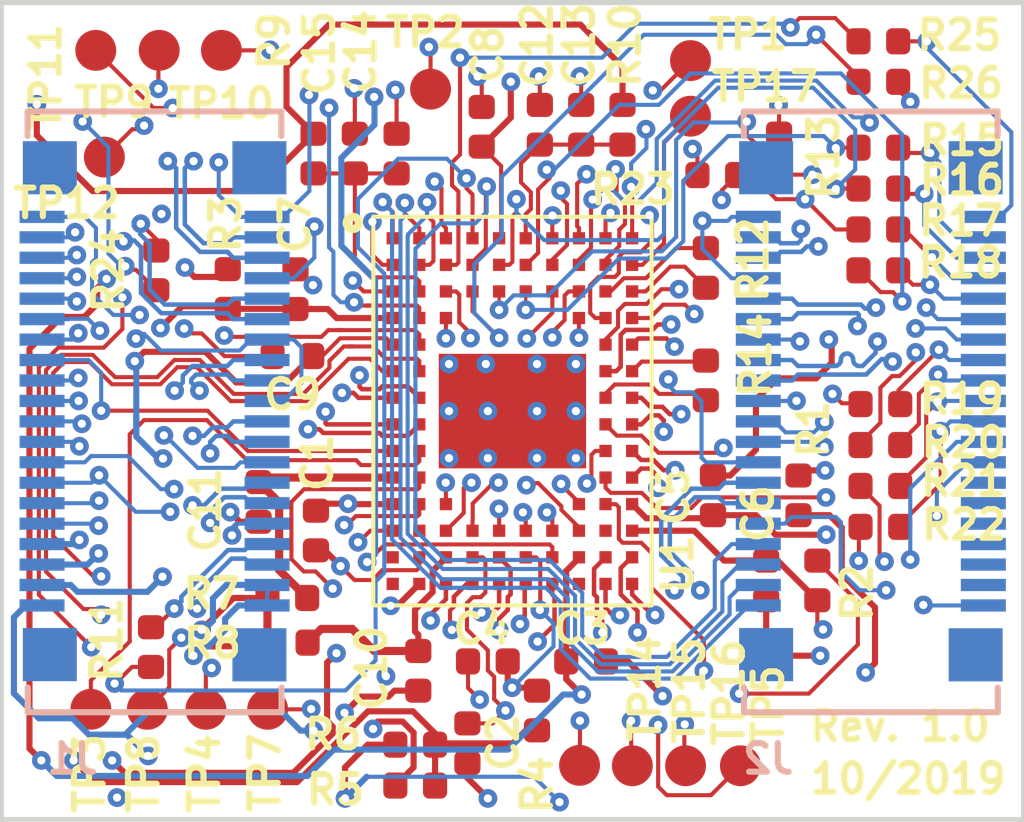
<source format=kicad_pcb>
(kicad_pcb (version 20171130) (host pcbnew 5.1.5+dfsg1-2~bpo10+1)
  (layers (0 Top mixed) (1 Ground_Layer1 signal) (2 Signal_Layer1 signal) (3 Signal_Layer2 signal) (4 Ground_Layer2 signal) (31 Bottom signal) (34 B.Paste user hide) (35 F.Paste user) (36 B.SilkS user hide) (37 F.SilkS user hide) (38 B.Mask user hide) (39 F.Mask user hide) (44 Edge.Cuts user hide))
  (net 0 "")
  (net 1 "Net-(U1-PadP1)")
  (net 2 GND)
  (net 3 /CSI_D2_IN_P)
  (net 4 /CSI_D2_IN_N)
  (net 5 /CSI_D3_IN_N)
  (net 6 /CSI_D4_IN_N)
  (net 7 /CSI_D4_IN_P)
  (net 8 "Net-(U1-PadP8)")
  (net 9 /CSI_D4_OUT_N)
  (net 10 /CSI_D3_OUT_N)
  (net 11 /3V3_SYS)
  (net 12 /CSI_D3_IN_P)
  (net 13 /VDDANA)
  (net 14 /2V5)
  (net 15 /1V8)
  (net 16 "Net-(U1-PadN1)")
  (net 17 /CSI_D4_OUT_P)
  (net 18 /CSI_D3_OUT_P)
  (net 19 /1V2)
  (net 20 /LED3_ISINK)
  (net 21 /LED1_ISINK)
  (net 22 "Net-(U1-PadM3)")
  (net 23 /TMS)
  (net 24 /VSENSE)
  (net 25 "Net-(U1-PadM9)")
  (net 26 "Net-(U1-PadM2)")
  (net 27 /1V8_SYS)
  (net 28 /LED2_ISINK)
  (net 29 /EXTCLK_EN)
  (net 30 /TDO)
  (net 31 /3V3)
  (net 32 /TDI)
  (net 33 /PC_RDY)
  (net 34 /TCK)
  (net 35 /VBATH)
  (net 36 /CSI_D2_OUT_N)
  (net 37 /EXT_CLK)
  (net 38 /I2C_0_SCL)
  (net 39 /ZIP_EN_L)
  (net 40 /CSI_D2_OUT_P)
  (net 41 /PWR_BTN)
  (net 42 /I2C_0_SDA)
  (net 43 /CSI_D1_IN_N)
  (net 44 /CSI_D1_OUT_N)
  (net 45 /CSI_D1_IN_P)
  (net 46 /CSI_D2_FP_P)
  (net 47 /CSI_CLK_IN_P)
  (net 48 /CSI_CLK_IN_N)
  (net 49 /CSI_CLK_OUT_N)
  (net 50 /CTRL_SO)
  (net 51 /CSI_D2_FP_N)
  (net 52 /CTRL_SI)
  (net 53 /CSI_OE)
  (net 54 /CTRL_SCK)
  (net 55 /CSI_CLK_OUT_P)
  (net 56 /1V2_SYS_A)
  (net 57 "Net-(U1-PadD8)")
  (net 58 /ULPM_WAKE)
  (net 59 /PIO3)
  (net 60 /2V5_SYS)
  (net 61 /CSI_CLK_FP_N)
  (net 62 /CSI_CLK_FP_P)
  (net 63 /CSI_INT)
  (net 64 /CSI_D1_FP_P)
  (net 65 /CTRL_OUT)
  (net 66 /USB_D_N)
  (net 67 /USB_D_P)
  (net 68 /DBG_TX)
  (net 69 /VPLL_A)
  (net 70 /CSI_D1_FP_N)
  (net 71 /PROC_SCK)
  (net 72 /MIPI_SEL)
  (net 73 /PROC_SI)
  (net 74 /PROC_OUT_0)
  (net 75 /PROC_OUT_1)
  (net 76 /I2C_1_SDA)
  (net 77 /PROC_OUT_2)
  (net 78 /USB_DET)
  (net 79 /CTRL_SS)
  (net 80 /PIO1)
  (net 81 /CTRL_RST)
  (net 82 /VPLL_B)
  (net 83 /I2C_1_SCL)
  (net 84 /1V2_SYS_B)
  (net 85 /DONE)
  (net 86 /DBG_RX)
  (net 87 /PIO2)
  (net 88 /PROC_SS)
  (net 89 /PROC_RST)
  (net 90 /SYS_CLK)
  (net 91 /PROC_SO)
  (net 92 /VUSB)
  (net 93 /1V2_SYS)
  (net 94 /CSI_D1_OUT_P)
  (net 95 /E_PROC_RST)
  (net 96 /E_PROC_SI)
  (net 97 /E_PROC_SO)
  (net 98 /E_PROC_SCK)
  (net 99 /E_PROC_SS)
  (net 100 /CTRL_RST_FLASH_SOC_CS)
  (net 101 /E_CTRL_SI)
  (net 102 /E_CTRL_SO)
  (net 103 /E_CTRL_SCK)
  (net 104 /E_CTRL_SS)
  (net 105 "Net-(J2-Pad14)")
  (net 106 "Net-(J2-Pad15)")
  (net 107 "Net-(J2-Pad16)")
  (net 108 "Net-(J2-Pad17)")
  (net 109 "Net-(J2-Pad18)")
  (net 110 "Net-(J2-Pad19)")
  (net 111 "Net-(C1-Pad1)")
  (net 112 "Net-(C2-Pad1)")
  (net 113 "Net-(C3-Pad1)")
  (net 114 "Net-(C4-Pad1)")
  (net 115 "Net-(C5-Pad1)")
  (net 116 "Net-(C6-Pad1)")
  (net 117 "Net-(C7-Pad1)")
  (module zglue-gem1-adapter-footprints:Testpoint_smd_1mm (layer Top) (at 6.52 17.24 180)
    (fp_text reference TP7 (at 0.07 -1.6 90) (layer F.SilkS) (effects (font (size 0.7 0.7))))
    (fp_text value TP_SMD1MM hide)
    (pad 1 smd circle (at 0 -0.0508 180) (size 1 1) (layers Top F.Mask) (net 29 /EXTCLK_EN))
  )
  (module zglue-gem1-adapter-footprints:Testpoint_smd_1mm (layer Top) (at 3.58 17.24 180)
    (fp_text reference TP8 (at 0.09 -1.62 270) (layer F.SilkS) (effects (font (size 0.7 0.7))))
    (fp_text value TP_SMD1MM hide)
    (pad 1 smd circle (at 0 -0.0508 180) (size 1 1) (layers Top F.Mask) (net 37 /EXT_CLK))
  )
  (module zglue-gem1-adapter-footprints:Testpoint_smd_1mm (layer Top) (at 2.2 17.24 180)
    (fp_text reference TP3 (at 0.03 -1.62 270) (layer F.SilkS) (effects (font (size 0.7 0.7))))
    (fp_text value TP_SMD1MM hide)
    (pad 1 smd circle (at 0 -0.0508 180) (size 1 1) (layers Top F.Mask) (net 39 /ZIP_EN_L))
  )
  (module zglue-gem1-adapter-footprints:Testpoint_smd_1mm (layer Top) (at 18.07 18.7216)
    (fp_text reference TP5 (at 0.68 -1.5416 90) (layer F.SilkS) (effects (font (size 0.7 0.7))))
    (fp_text value TP_SMD1MM hide)
    (pad 1 smd circle (at 0 -0.0508) (size 1 1) (layers Top F.Mask) (net 24 /VSENSE))
  )
  (module zglue-gem1-adapter-footprints:Testpoint_smd_1mm (layer Top) (at 16.73 18.62 180)
    (fp_text reference TP16 (at -1.06 1.74 90) (layer F.SilkS) (effects (font (size 0.7 0.7))))
    (fp_text value TP_SMD1MM hide)
    (pad 1 smd circle (at 0 -0.0508 180) (size 1 1) (layers Top F.Mask) (net 20 /LED3_ISINK))
  )
  (module zglue-gem1-adapter-footprints:Testpoint_smd_1mm (layer Top) (at 14.14 18.61 180)
    (fp_text reference TP14 (at -1.6 1.83 270) (layer F.SilkS) (effects (font (size 0.7 0.7))))
    (fp_text value TP_SMD1MM hide)
    (pad 1 smd circle (at 0 -0.0508 180) (size 1 1) (layers Top F.Mask) (net 21 /LED1_ISINK))
  )
  (module zglue-gem1-adapter-footprints:Testpoint_smd_1mm (layer Top) (at 15.43 18.62 180)
    (fp_text reference TP15 (at -1.39 1.79 270) (layer F.SilkS) (effects (font (size 0.7 0.7))))
    (fp_text value TP_SMD1MM hide)
    (pad 1 smd circle (at 0 -0.0508 180) (size 1 1) (layers Top F.Mask) (net 28 /LED2_ISINK))
  )
  (module zglue-gem1-adapter-footprints:Testpoint_smd_1mm (layer Top) (at 5.01 17.24 180)
    (fp_text reference TP4 (at 0.04 -1.62 270) (layer F.SilkS) (effects (font (size 0.7 0.7))))
    (fp_text value TP_SMD1MM hide)
    (pad 1 smd circle (at 0 -0.0508 180) (size 1 1) (layers Top F.Mask) (net 33 /PC_RDY))
  )
  (module zglue-gem1-adapter-footprints:Testpoint_smd_1mm (layer Top) (at 3.87 1.13 180)
    (fp_text reference TP9 (at 1.1 -1.32 180) (layer F.SilkS) (effects (font (size 0.7 0.7))))
    (fp_text value TP_SMD1MM hide)
    (pad 1 smd circle (at 0 -0.0508 180) (size 1 1) (layers Top F.Mask) (net 59 /PIO3))
  )
  (module zglue-gem1-adapter-footprints:Testpoint_smd_1mm (layer Top) (at 16.85 1.38 180)
    (fp_text reference TP1 (at -1.41 0.58 180) (layer F.SilkS) (effects (font (size 0.7 0.7))))
    (fp_text value TP_SMD1MM hide)
    (pad 1 smd circle (at 0 -0.0508 180) (size 1 1) (layers Top F.Mask) (net 63 /CSI_INT))
  )
  (module zglue-gem1-adapter-footprints:Testpoint_smd_1mm (layer Top) (at 10.5 2.0792 180)
    (fp_text reference TP2 (at 0.13 1.3392 180) (layer F.SilkS) (effects (font (size 0.7 0.7))))
    (fp_text value TP_SMD1MM hide)
    (pad 1 smd circle (at 0 -0.0508 180) (size 1 1) (layers Top F.Mask) (net 72 /MIPI_SEL))
  )
  (module zglue-gem1-adapter-footprints:Testpoint_smd_1mm (layer Top) (at 2.32 1.13 180)
    (fp_text reference TP11 (at 1.22 -0.69 270) (layer F.SilkS) (effects (font (size 0.7 0.7))))
    (fp_text value TP_SMD1MM hide)
    (pad 1 smd circle (at 0 -0.0508 180) (size 1 1) (layers Top F.Mask) (net 80 /PIO1))
  )
  (module zglue-gem1-adapter-footprints:Testpoint_smd_1mm (layer Top) (at 2.53 3.74 180)
    (fp_text reference TP12 (at 0.92 -1.18 180) (layer F.SilkS) (effects (font (size 0.7 0.7))))
    (fp_text value TP_SMD1MM hide)
    (pad 1 smd circle (at 0 -0.0508 180) (size 1 1) (layers Top F.Mask) (net 58 /ULPM_WAKE))
  )
  (module zglue-gem1-adapter-footprints:Testpoint_smd_1mm (layer Top) (at 5.39 1.13 180)
    (fp_text reference TP10 (at 0.01 -1.35 180) (layer F.SilkS) (effects (font (size 0.7 0.7))))
    (fp_text value TP_SMD1MM hide)
    (pad 1 smd circle (at 0 -0.0508 180) (size 1 1) (layers Top F.Mask) (net 87 /PIO2))
  )
  (module zglue-gem1-adapter-footprints:Testpoint_smd_1mm (layer Top) (at 16.85 2.74 180)
    (fp_text reference TP17 (at -1.82 0.67 180) (layer F.SilkS) (effects (font (size 0.7 0.7))))
    (fp_text value TP_SMD1MM hide)
    (pad 1 smd circle (at 0 -0.0508 180) (size 1 1) (layers Top F.Mask) (net 90 /SYS_CLK))
  )
  (module zglue-gem1-adapter-footprints:Z-Glue_LGA-96 (layer Top) (at 12.5 10 180)
    (fp_text reference U1 (at -4.04 -3.75 270) (layer F.SilkS) (effects (font (size 0.7 0.7))))
    (fp_text value zGlue-GEM1)
    (pad EP thru_hole circle (at 1.55 1.15 180) (size 0.457 0.457) (drill 0.2) (layers *.Cu *.Mask) (net 2 GND))
    (pad EP thru_hole circle (at -1.55 1.15 180) (size 0.457 0.457) (drill 0.2) (layers *.Cu *.Mask) (net 2 GND))
    (pad EP thru_hole circle (at -1.55 0 180) (size 0.457 0.457) (drill 0.2) (layers *.Cu *.Mask) (net 2 GND))
    (pad EP thru_hole circle (at 1.55 0 180) (size 0.457 0.457) (drill 0.2) (layers *.Cu *.Mask) (net 2 GND))
    (pad EP thru_hole circle (at 1.55 -1.15 180) (size 0.457 0.457) (drill 0.2) (layers *.Cu *.Mask) (net 2 GND))
    (pad EP thru_hole circle (at -1.55 -1.15 180) (size 0.457 0.457) (drill 0.2) (layers *.Cu *.Mask) (net 2 GND))
    (pad EP thru_hole circle (at 0.65 1.15 180) (size 0.457 0.457) (drill 0.2) (layers *.Cu *.Mask) (net 2 GND))
    (pad EP thru_hole circle (at -0.6 1.15 180) (size 0.457 0.457) (drill 0.2) (layers *.Cu *.Mask) (net 2 GND))
    (pad EP thru_hole circle (at 0.6 0 180) (size 0.457 0.457) (drill 0.2) (layers *.Cu *.Mask) (net 2 GND))
    (pad EP thru_hole circle (at -0.6 0 180) (size 0.457 0.457) (drill 0.2) (layers *.Cu *.Mask) (net 2 GND))
    (pad EP thru_hole circle (at 0.6 -1.15 180) (size 0.457 0.457) (drill 0.2) (layers *.Cu *.Mask) (net 2 GND))
    (pad EP thru_hole circle (at -0.6 -1.15 180) (size 0.457 0.457) (drill 0.2) (layers *.Cu *.Mask) (net 2 GND))
    (pad EP smd rect (at 0 0 180) (size 3.6 2.8) (layers Top F.Mask) (net 2 GND))
    (pad B1 smd rect (at 2.925 3.575 180) (size 0.3 0.3) (layers Top F.Paste F.Mask) (net 11 /3V3_SYS))
    (pad B5 smd rect (at 0.325 3.575 180) (size 0.3 0.3) (layers Top F.Paste F.Mask) (net 91 /PROC_SO))
    (pad B10 smd rect (at -2.925 3.575 180) (size 0.3 0.3) (layers Top F.Paste F.Mask) (net 90 /SYS_CLK))
    (pad B3 smd rect (at 1.625 3.575 180) (size 0.3 0.3) (layers Top F.Paste F.Mask) (net 89 /PROC_RST))
    (pad B6 smd rect (at -0.325 3.575 180) (size 0.3 0.3) (layers Top F.Paste F.Mask) (net 88 /PROC_SS))
    (pad A3 smd rect (at 1.625 4.225 180) (size 0.3 0.3) (layers Top F.Paste F.Mask) (net 87 /PIO2))
    (pad A8 smd rect (at -1.625 4.225 180) (size 0.3 0.3) (layers Top F.Paste F.Mask) (net 86 /DBG_RX))
    (pad B8 smd rect (at -1.625 3.575 180) (size 0.3 0.3) (layers Top F.Paste F.Mask) (net 85 /DONE))
    (pad A5 smd rect (at 0.325 4.225 180) (size 0.3 0.3) (layers Top F.Paste F.Mask) (net 84 /1V2_SYS_B))
    (pad A10 smd rect (at -2.925 4.225 180) (size 0.3 0.3) (layers Top F.Paste F.Mask) (net 83 /I2C_1_SCL))
    (pad A6 smd rect (at -0.325 4.225 180) (size 0.3 0.3) (layers Top F.Paste F.Mask) (net 82 /VPLL_B))
    (pad C4 smd rect (at 0.975 2.925 180) (size 0.3 0.3) (layers Top F.Paste F.Mask) (net 81 /CTRL_RST))
    (pad C3 smd rect (at 1.625 2.925 180) (size 0.3 0.3) (layers Top F.Paste F.Mask) (net 80 /PIO1))
    (pad C1 smd rect (at 2.925 2.925 180) (size 0.3 0.3) (layers Top F.Paste F.Mask) (net 79 /CTRL_SS))
    (pad A4 smd rect (at 0.975 4.225 180) (size 0.3 0.3) (layers Top F.Paste F.Mask) (net 78 /USB_DET))
    (pad A1 smd rect (at 2.925 4.225 180) (size 0.3 0.3) (layers Top F.Paste F.Mask) (net 77 /PROC_OUT_2))
    (pad A9 smd rect (at -2.275 4.225 180) (size 0.3 0.3) (layers Top F.Paste F.Mask) (net 76 /I2C_1_SDA))
    (pad A2 smd rect (at 2.275 4.225 180) (size 0.3 0.3) (layers Top F.Paste F.Mask) (net 75 /PROC_OUT_1))
    (pad B2 smd rect (at 2.275 3.575 180) (size 0.3 0.3) (layers Top F.Paste F.Mask) (net 74 /PROC_OUT_0))
    (pad C6 smd rect (at -0.325 2.925 180) (size 0.3 0.3) (layers Top F.Paste F.Mask) (net 73 /PROC_SI))
    (pad C7 smd rect (at -0.975 2.925 180) (size 0.3 0.3) (layers Top F.Paste F.Mask) (net 72 /MIPI_SEL))
    (pad C5 smd rect (at 0.325 2.925 180) (size 0.3 0.3) (layers Top F.Paste F.Mask) (net 71 /PROC_SCK))
    (pad C10 smd rect (at -2.925 2.925 180) (size 0.3 0.3) (layers Top F.Paste F.Mask) (net 70 /CSI_D1_FP_N))
    (pad C2 smd rect (at 2.275 2.925 180) (size 0.3 0.3) (layers Top F.Paste F.Mask) (net 69 /VPLL_A))
    (pad B9 smd rect (at -2.275 3.575 180) (size 0.3 0.3) (layers Top F.Paste F.Mask) (net 68 /DBG_TX))
    (pad B7 smd rect (at -0.975 3.575 180) (size 0.3 0.3) (layers Top F.Paste F.Mask) (net 67 /USB_D_P))
    (pad A7 smd rect (at -0.975 4.225 180) (size 0.3 0.3) (layers Top F.Paste F.Mask) (net 66 /USB_D_N))
    (pad B4 smd rect (at 0.975 3.575 180) (size 0.3 0.3) (layers Top F.Paste F.Mask) (net 65 /CTRL_OUT))
    (pad C9 smd rect (at -2.275 2.925 180) (size 0.3 0.3) (layers Top F.Paste F.Mask) (net 64 /CSI_D1_FP_P))
    (pad C8 smd rect (at -1.625 2.925 180) (size 0.3 0.3) (layers Top F.Paste F.Mask) (net 63 /CSI_INT))
    (pad D2 smd rect (at 2.275 2.275 180) (size 0.3 0.3) (layers Top F.Paste F.Mask) (net 62 /CSI_CLK_FP_P))
    (pad D10 smd rect (at -2.925 2.275 180) (size 0.3 0.3) (layers Top F.Paste F.Mask) (net 61 /CSI_CLK_FP_N))
    (pad D1 smd rect (at 2.925 2.275 180) (size 0.3 0.3) (layers Top F.Paste F.Mask) (net 60 /2V5_SYS))
    (pad D9 smd rect (at -2.275 2.275 180) (size 0.3 0.3) (layers Top F.Paste F.Mask) (net 59 /PIO3))
    (pad D3 smd rect (at 1.625 2.275 180) (size 0.3 0.3) (layers Top F.Paste F.Mask) (net 58 /ULPM_WAKE))
    (pad D8 smd rect (at -1.625 2.275 180) (size 0.3 0.3) (layers Top F.Paste F.Mask) (net 57 "Net-(U1-PadD8)"))
    (pad E1 smd rect (at 2.925 1.625 180) (size 0.3 0.3) (layers Top F.Paste F.Mask) (net 56 /1V2_SYS_A))
    (pad E10 smd rect (at -2.925 1.625 180) (size 0.3 0.3) (layers Top F.Paste F.Mask) (net 55 /CSI_CLK_OUT_P))
    (pad E2 smd rect (at 2.275 1.625 180) (size 0.3 0.3) (layers Top F.Paste F.Mask) (net 54 /CTRL_SCK))
    (pad E9 smd rect (at -2.275 1.625 180) (size 0.3 0.3) (layers Top F.Paste F.Mask) (net 53 /CSI_OE))
    (pad F1 smd rect (at 2.925 0.975 180) (size 0.3 0.3) (layers Top F.Paste F.Mask) (net 52 /CTRL_SI))
    (pad F10 smd rect (at -2.925 0.975 180) (size 0.3 0.3) (layers Top F.Paste F.Mask) (net 51 /CSI_D2_FP_N))
    (pad F2 smd rect (at 2.275 0.975 180) (size 0.3 0.3) (layers Top F.Paste F.Mask) (net 50 /CTRL_SO))
    (pad F9 smd rect (at -2.275 0.975 180) (size 0.3 0.3) (layers Top F.Paste F.Mask) (net 49 /CSI_CLK_OUT_N))
    (pad G1 smd rect (at 2.925 0.325 180) (size 0.3 0.3) (layers Top F.Paste F.Mask) (net 48 /CSI_CLK_IN_N))
    (pad G10 smd rect (at -2.925 0.325 180) (size 0.3 0.3) (layers Top F.Paste F.Mask) (net 94 /CSI_D1_OUT_P))
    (pad G2 smd rect (at 2.275 0.325 180) (size 0.3 0.3) (layers Top F.Paste F.Mask) (net 47 /CSI_CLK_IN_P))
    (pad G9 smd rect (at -2.275 0.325 180) (size 0.3 0.3) (layers Top F.Paste F.Mask) (net 46 /CSI_D2_FP_P))
    (pad H1 smd rect (at 2.925 -0.325 180) (size 0.3 0.3) (layers Top F.Paste F.Mask) (net 45 /CSI_D1_IN_P))
    (pad H10 smd rect (at -2.925 -0.325 180) (size 0.3 0.3) (layers Top F.Paste F.Mask) (net 44 /CSI_D1_OUT_N))
    (pad H2 smd rect (at 2.275 -0.325 180) (size 0.3 0.3) (layers Top F.Paste F.Mask) (net 43 /CSI_D1_IN_N))
    (pad H9 smd rect (at -2.275 -0.325 180) (size 0.3 0.3) (layers Top F.Paste F.Mask) (net 42 /I2C_0_SDA))
    (pad J1 smd rect (at 2.925 -0.975 180) (size 0.3 0.3) (layers Top F.Paste F.Mask) (net 41 /PWR_BTN))
    (pad J10 smd rect (at -2.925 -0.975 180) (size 0.3 0.3) (layers Top F.Paste F.Mask) (net 40 /CSI_D2_OUT_P))
    (pad J2 smd rect (at 2.275 -0.975 180) (size 0.3 0.3) (layers Top F.Paste F.Mask) (net 39 /ZIP_EN_L))
    (pad J9 smd rect (at -2.275 -0.975 180) (size 0.3 0.3) (layers Top F.Paste F.Mask) (net 38 /I2C_0_SCL))
    (pad K2 smd rect (at 2.275 -1.625 180) (size 0.3 0.3) (layers Top F.Paste F.Mask) (net 37 /EXT_CLK))
    (pad K10 smd rect (at -2.925 -1.625 180) (size 0.3 0.3) (layers Top F.Paste F.Mask) (net 36 /CSI_D2_OUT_N))
    (pad K1 smd rect (at 2.925 -1.625 270) (size 0.3 0.3) (layers Top F.Paste F.Mask) (net 35 /VBATH))
    (pad K9 smd rect (at -2.275 -1.625 180) (size 0.3 0.3) (layers Top F.Paste F.Mask) (net 34 /TCK))
    (pad L10 smd rect (at -2.925 -2.275 180) (size 0.3 0.3) (layers Top F.Paste F.Mask) (net 11 /3V3_SYS))
    (pad L2 smd rect (at 2.275 -2.275 180) (size 0.3 0.3) (layers Top F.Paste F.Mask) (net 33 /PC_RDY))
    (pad L9 smd rect (at -2.275 -2.275 180) (size 0.3 0.3) (layers Top F.Paste F.Mask) (net 32 /TDI))
    (pad L1 smd rect (at 2.925 -2.275 180) (size 0.3 0.3) (layers Top F.Paste F.Mask) (net 31 /3V3))
    (pad L8 smd rect (at -1.625 -2.275 180) (size 0.3 0.3) (layers Top F.Paste F.Mask) (net 30 /TDO))
    (pad L3 smd rect (at 1.625 -2.275 180) (size 0.3 0.3) (layers Top F.Paste F.Mask) (net 29 /EXTCLK_EN))
    (pad M6 smd rect (at -0.325 -2.925 180) (size 0.3 0.3) (layers Top F.Paste F.Mask) (net 28 /LED2_ISINK))
    (pad M10 smd rect (at -2.925 -2.925 180) (size 0.3 0.3) (layers Top F.Paste F.Mask) (net 27 /1V8_SYS))
    (pad M2 smd rect (at 2.275 -2.925 180) (size 0.3 0.3) (layers Top F.Paste F.Mask) (net 26 "Net-(U1-PadM2)"))
    (pad M9 smd rect (at -2.275 -2.925 180) (size 0.3 0.3) (layers Top F.Paste F.Mask) (net 25 "Net-(U1-PadM9)"))
    (pad M1 smd rect (at 2.925 -2.925 180) (size 0.3 0.3) (layers Top F.Paste F.Mask) (net 2 GND))
    (pad M4 smd rect (at 0.975 -2.925 180) (size 0.3 0.3) (layers Top F.Paste F.Mask) (net 24 /VSENSE))
    (pad M8 smd rect (at -1.625 -2.925 180) (size 0.3 0.3) (layers Top F.Paste F.Mask) (net 23 /TMS))
    (pad M3 smd rect (at 1.625 -2.925 180) (size 0.3 0.3) (layers Top F.Paste F.Mask) (net 22 "Net-(U1-PadM3)"))
    (pad M5 smd rect (at 0.325 -2.925 180) (size 0.3 0.3) (layers Top F.Paste F.Mask) (net 21 /LED1_ISINK))
    (pad M7 smd rect (at -0.975 -2.925 180) (size 0.3 0.3) (layers Top F.Paste F.Mask) (net 20 /LED3_ISINK))
    (pad N6 smd rect (at -0.325 -3.575 180) (size 0.3 0.3) (layers Top F.Paste F.Mask) (net 19 /1V2))
    (pad N10 smd rect (at -2.925 -3.575 180) (size 0.3 0.3) (layers Top F.Paste F.Mask) (net 18 /CSI_D3_OUT_P))
    (pad N2 smd rect (at 2.275 -3.575 180) (size 0.3 0.3) (layers Top F.Paste F.Mask) (net 2 GND))
    (pad N9 smd rect (at -2.275 -3.575 180) (size 0.3 0.3) (layers Top F.Paste F.Mask) (net 17 /CSI_D4_OUT_P))
    (pad N1 smd rect (at 2.925 -3.575 180) (size 0.3 0.3) (layers Top F.Paste F.Mask) (net 16 "Net-(U1-PadN1)"))
    (pad N4 smd rect (at 0.975 -3.575 180) (size 0.3 0.3) (layers Top F.Paste F.Mask) (net 15 /1V8))
    (pad N8 smd rect (at -1.625 -3.575 180) (size 0.3 0.3) (layers Top F.Paste F.Mask) (net 14 /2V5))
    (pad N3 smd rect (at 1.625 -3.575 180) (size 0.3 0.3) (layers Top F.Paste F.Mask) (net 13 /VDDANA))
    (pad N5 smd rect (at 0.325 -3.575 180) (size 0.3 0.3) (layers Top F.Paste F.Mask) (net 12 /CSI_D3_IN_P))
    (pad N7 smd rect (at -0.975 -3.575 180) (size 0.3 0.3) (layers Top F.Paste F.Mask) (net 11 /3V3_SYS))
    (pad P10 smd rect (at -2.925 -4.225 180) (size 0.3 0.3) (layers Top F.Paste F.Mask) (net 10 /CSI_D3_OUT_N))
    (pad P9 smd rect (at -2.275 -4.225 180) (size 0.3 0.3) (layers Top F.Paste F.Mask) (net 9 /CSI_D4_OUT_N))
    (pad P8 smd rect (at -1.625 -4.225 180) (size 0.3 0.3) (layers Top F.Paste F.Mask) (net 8 "Net-(U1-PadP8)"))
    (pad P7 smd rect (at -0.975 -4.225 180) (size 0.3 0.3) (layers Top F.Paste F.Mask) (net 7 /CSI_D4_IN_P))
    (pad P6 smd rect (at -0.325 -4.225 270) (size 0.3 0.3) (layers Top F.Paste F.Mask) (net 6 /CSI_D4_IN_N))
    (pad P5 smd rect (at 0.325 -4.225 180) (size 0.3 0.3) (layers Top F.Paste F.Mask) (net 5 /CSI_D3_IN_N))
    (pad P4 smd rect (at 0.975 -4.225 180) (size 0.3 0.3) (layers Top F.Paste F.Mask) (net 4 /CSI_D2_IN_N))
    (pad P3 smd rect (at 1.625 -4.225 180) (size 0.3 0.3) (layers Top F.Paste F.Mask) (net 3 /CSI_D2_IN_P))
    (pad P2 smd rect (at 2.275 -4.225 180) (size 0.3 0.3) (layers Top F.Paste F.Mask) (net 2 GND))
    (pad P1 smd rect (at 2.925 -4.225 180) (size 0.3 0.3) (layers Top F.Paste F.Mask) (net 1 "Net-(U1-PadP1)"))
  )
  (module zglue-gem1-adapter-footprints:0402-res (layer Top) (at 21.44 0.96)
    (fp_text reference R25 (at 1.98 -0.15) (layer F.SilkS) (effects (font (size 0.7 0.7))))
    (fp_text value R_0R_0402)
    (pad 2 smd roundrect (at 0.485 0) (size 0.59 0.64) (layers Top F.Paste F.Mask) (net 95 /E_PROC_RST))
    (pad 1 smd roundrect (at -0.485 0) (size 0.59 0.64) (layers Top F.Paste F.Mask) (net 89 /PROC_RST))
  )
  (module zglue-gem1-adapter-footprints:0402-res (layer Top) (at 21.44 1.95)
    (fp_text reference R26 (at 2.02 0.04) (layer F.SilkS) (effects (font (size 0.7 0.7))))
    (fp_text value R_0R_0402)
    (pad 2 smd roundrect (at 0.485 0) (size 0.59 0.64) (layers Top F.Paste F.Mask) (net 100 /CTRL_RST_FLASH_SOC_CS))
    (pad 1 smd roundrect (at -0.485 0) (size 0.59 0.64) (layers Top F.Paste F.Mask) (net 81 /CTRL_RST))
  )
  (module zglue-gem1-adapter-footprints:0402-cap (layer Top) (at 10.2 16.35 270)
    (fp_text reference C10 (at -0.07 1.14 270) (layer F.SilkS) (effects (font (size 0.7 0.7))))
    (fp_text value C_100n_0402_6V3)
    (pad 2 smd roundrect (at 0.485 0 270) (size 0.59 0.64) (layers Top F.Paste F.Mask) (net 2 GND))
    (pad 1 smd roundrect (at -0.485 0 270) (size 0.59 0.64) (layers Top F.Paste F.Mask) (net 13 /VDDANA))
  )
  (module zglue-gem1-adapter-footprints:0402-res (layer Top) (at 21.44 3.56)
    (fp_text reference R15 (at 2.04 -0.18) (layer F.SilkS) (effects (font (size 0.7 0.7))))
    (fp_text value R_0R_0402)
    (pad 2 smd roundrect (at 0.485 0) (size 0.59 0.64) (layers Top F.Paste F.Mask) (net 96 /E_PROC_SI))
    (pad 1 smd roundrect (at -0.485 0) (size 0.59 0.64) (layers Top F.Paste F.Mask) (net 73 /PROC_SI))
  )
  (module zglue-gem1-adapter-footprints:0402-res (layer Top) (at 21.44 5.56)
    (fp_text reference R17 (at 2.02 -0.21) (layer F.SilkS) (effects (font (size 0.7 0.7))))
    (fp_text value R_0R_0402)
    (pad 2 smd roundrect (at 0.485 0) (size 0.59 0.64) (layers Top F.Paste F.Mask) (net 98 /E_PROC_SCK))
    (pad 1 smd roundrect (at -0.485 0) (size 0.59 0.64) (layers Top F.Paste F.Mask) (net 71 /PROC_SCK))
  )
  (module zglue-gem1-adapter-footprints:0402-res (layer Top) (at 21.44 4.56)
    (fp_text reference R16 (at 2.04 -0.2) (layer F.SilkS) (effects (font (size 0.7 0.7))))
    (fp_text value R_0R_0402)
    (pad 2 smd roundrect (at 0.485 0) (size 0.59 0.64) (layers Top F.Paste F.Mask) (net 97 /E_PROC_SO))
    (pad 1 smd roundrect (at -0.485 0) (size 0.59 0.64) (layers Top F.Paste F.Mask) (net 91 /PROC_SO))
  )
  (module zglue-gem1-adapter-footprints:0402-res (layer Top) (at 5.545 7.015 270)
    (fp_text reference R3 (at -1.59 0.05 270) (layer F.SilkS) (effects (font (size 0.7 0.7))))
    (fp_text value R_0R_0402)
    (pad 2 smd roundrect (at 0.485 0 270) (size 0.59 0.64) (layers Top F.Paste F.Mask) (net 60 /2V5_SYS))
    (pad 1 smd roundrect (at -0.485 0 270) (size 0.59 0.64) (layers Top F.Paste F.Mask) (net 14 /2V5))
  )
  (module zglue-gem1-adapter-footprints:0402-res (layer Top) (at 13.1 17.32 270)
    (fp_text reference R4 (at 1.81 0 270) (layer F.SilkS) (effects (font (size 0.7 0.7))))
    (fp_text value R_0R_0402)
    (pad 2 smd roundrect (at 0.485 0 270) (size 0.59 0.64) (layers Top F.Paste F.Mask) (net 93 /1V2_SYS))
    (pad 1 smd roundrect (at -0.485 0 270) (size 0.59 0.64) (layers Top F.Paste F.Mask) (net 19 /1V2))
  )
  (module zglue-gem1-adapter-footprints:543630489 (layer Bottom) (at 3.75 10 180)
    (fp_text reference J1 (at 2 -8.5 180) (layer B.SilkS) (effects (font (size 0.7 0.7)) (justify mirror)))
    (fp_text value 543630489)
    (pad "" smd rect (at 2.55238 5.94902 90) (size 1.3 1.32) (layers Bottom B.Paste B.Mask))
    (pad "" smd rect (at -2.56826 5.94902 90) (size 1.3 1.32) (layers Bottom B.Paste B.Mask))
    (pad "" smd rect (at 2.55238 -5.95342 90) (size 1.3 1.32) (layers Bottom B.Paste B.Mask))
    (pad "" smd rect (at -2.56826 -5.9585 90) (size 1.3 1.32) (layers Bottom B.Paste B.Mask))
    (pad 21 smd rect (at 2.74288 4.748 90) (size 0.3 1.1) (layers Bottom B.Paste B.Mask) (net 32 /TDI))
    (pad 22 smd rect (at 2.74288 4.248 90) (size 0.3 1.1) (layers Bottom B.Paste B.Mask) (net 30 /TDO))
    (pad 23 smd rect (at 2.74288 3.748 90) (size 0.3 1.1) (layers Bottom B.Paste B.Mask) (net 23 /TMS))
    (pad 24 smd rect (at 2.74288 3.248 90) (size 0.3 1.1) (layers Bottom B.Paste B.Mask) (net 34 /TCK))
    (pad 25 smd rect (at 2.74288 2.748 90) (size 0.3 1.1) (layers Bottom B.Paste B.Mask) (net 68 /DBG_TX))
    (pad 26 smd rect (at 2.74288 2.248 90) (size 0.3 1.1) (layers Bottom B.Paste B.Mask) (net 86 /DBG_RX))
    (pad 27 smd rect (at 2.74288 1.748 90) (size 0.3 1.1) (layers Bottom B.Paste B.Mask) (net 2 GND))
    (pad 28 smd rect (at 2.74288 1.248 90) (size 0.3 1.1) (layers Bottom B.Paste B.Mask) (net 41 /PWR_BTN))
    (pad 29 smd rect (at 2.74288 0.748 90) (size 0.3 1.1) (layers Bottom B.Paste B.Mask) (net 21 /LED1_ISINK))
    (pad 30 smd rect (at 2.74288 0.248 90) (size 0.3 1.1) (layers Bottom B.Paste B.Mask) (net 28 /LED2_ISINK))
    (pad 31 smd rect (at 2.74288 -0.252 90) (size 0.3 1.1) (layers Bottom B.Paste B.Mask) (net 20 /LED3_ISINK))
    (pad 32 smd rect (at 2.74288 -0.752 90) (size 0.3 1.1) (layers Bottom B.Paste B.Mask) (net 2 GND))
    (pad 33 smd rect (at 2.74288 -1.252 90) (size 0.3 1.1) (layers Bottom B.Paste B.Mask) (net 38 /I2C_0_SCL))
    (pad 34 smd rect (at 2.74288 -1.752 90) (size 0.3 1.1) (layers Bottom B.Paste B.Mask) (net 42 /I2C_0_SDA))
    (pad 35 smd rect (at 2.74288 -2.252 90) (size 0.3 1.1) (layers Bottom B.Paste B.Mask) (net 83 /I2C_1_SCL))
    (pad 36 smd rect (at 2.74288 -2.752 90) (size 0.3 1.1) (layers Bottom B.Paste B.Mask) (net 76 /I2C_1_SDA))
    (pad 37 smd rect (at 2.74288 -3.252 90) (size 0.3 1.1) (layers Bottom B.Paste B.Mask) (net 93 /1V2_SYS))
    (pad 38 smd rect (at 2.74288 -3.752 90) (size 0.3 1.1) (layers Bottom B.Paste B.Mask) (net 27 /1V8_SYS))
    (pad 39 smd rect (at 2.74288 -4.252 90) (size 0.3 1.1) (layers Bottom B.Paste B.Mask) (net 60 /2V5_SYS))
    (pad 40 smd rect (at 2.74288 -4.752 90) (size 0.3 1.1) (layers Bottom B.Paste B.Mask) (net 11 /3V3_SYS))
    (pad 1 smd rect (at -2.75622 4.748 90) (size 0.3 1.1) (layers Bottom B.Paste B.Mask) (net 2 GND))
    (pad 2 smd rect (at -2.75622 4.248 90) (size 0.3 1.1) (layers Bottom B.Paste B.Mask) (net 47 /CSI_CLK_IN_P))
    (pad 3 smd rect (at -2.75622 3.748 90) (size 0.3 1.1) (layers Bottom B.Paste B.Mask) (net 48 /CSI_CLK_IN_N))
    (pad 4 smd rect (at -2.75622 3.248 90) (size 0.3 1.1) (layers Bottom B.Paste B.Mask) (net 2 GND))
    (pad 5 smd rect (at -2.75622 2.748 90) (size 0.3 1.1) (layers Bottom B.Paste B.Mask) (net 45 /CSI_D1_IN_P))
    (pad 6 smd rect (at -2.75622 2.248 90) (size 0.3 1.1) (layers Bottom B.Paste B.Mask) (net 43 /CSI_D1_IN_N))
    (pad 7 smd rect (at -2.75622 1.748 90) (size 0.3 1.1) (layers Bottom B.Paste B.Mask) (net 2 GND))
    (pad 8 smd rect (at -2.75622 1.248 90) (size 0.3 1.1) (layers Bottom B.Paste B.Mask) (net 3 /CSI_D2_IN_P))
    (pad 9 smd rect (at -2.75622 0.748 90) (size 0.3 1.1) (layers Bottom B.Paste B.Mask) (net 4 /CSI_D2_IN_N))
    (pad 10 smd rect (at -2.75622 0.248 90) (size 0.3 1.1) (layers Bottom B.Paste B.Mask) (net 2 GND))
    (pad 11 smd rect (at -2.75622 -0.252 90) (size 0.3 1.1) (layers Bottom B.Paste B.Mask) (net 12 /CSI_D3_IN_P))
    (pad 12 smd rect (at -2.75622 -0.752 90) (size 0.3 1.1) (layers Bottom B.Paste B.Mask) (net 5 /CSI_D3_IN_N))
    (pad 13 smd rect (at -2.75622 -1.252 90) (size 0.3 1.1) (layers Bottom B.Paste B.Mask) (net 2 GND))
    (pad 14 smd rect (at -2.75622 -1.752 90) (size 0.3 1.1) (layers Bottom B.Paste B.Mask) (net 7 /CSI_D4_IN_P))
    (pad 15 smd rect (at -2.75622 -2.252 90) (size 0.3 1.1) (layers Bottom B.Paste B.Mask) (net 6 /CSI_D4_IN_N))
    (pad 16 smd rect (at -2.75622 -2.752 90) (size 0.3 1.1) (layers Bottom B.Paste B.Mask) (net 2 GND))
    (pad 17 smd rect (at -2.75622 -3.252 90) (size 0.3 1.1) (layers Bottom B.Paste B.Mask) (net 67 /USB_D_P))
    (pad 18 smd rect (at -2.75622 -3.752 90) (size 0.3 1.1) (layers Bottom B.Paste B.Mask) (net 66 /USB_D_N))
    (pad 19 smd rect (at -2.75622 -4.252 90) (size 0.3 1.1) (layers Bottom B.Paste B.Mask) (net 92 /VUSB))
    (pad 20 smd rect (at -2.75622 -4.752 90) (size 0.3 1.1) (layers Bottom B.Paste B.Mask) (net 92 /VUSB))
  )
  (module zglue-gem1-adapter-footprints:543630489 (layer Bottom) (at 21.25 10 180)
    (fp_text reference J2 (at 2.5 -8.5 180) (layer B.SilkS) (effects (font (size 0.7 0.7)) (justify mirror)))
    (fp_text value 543630489)
    (pad "" smd rect (at 2.55238 5.94902 90) (size 1.3 1.32) (layers Bottom B.Paste B.Mask))
    (pad "" smd rect (at -2.56826 5.94902 90) (size 1.3 1.32) (layers Bottom B.Paste B.Mask))
    (pad "" smd rect (at 2.55238 -5.95342 90) (size 1.3 1.32) (layers Bottom B.Paste B.Mask))
    (pad "" smd rect (at -2.56826 -5.9585 90) (size 1.3 1.32) (layers Bottom B.Paste B.Mask))
    (pad 21 smd rect (at 2.74288 4.748 90) (size 0.3 1.1) (layers Bottom B.Paste B.Mask) (net 2 GND))
    (pad 22 smd rect (at 2.74288 4.248 90) (size 0.3 1.1) (layers Bottom B.Paste B.Mask) (net 55 /CSI_CLK_OUT_P))
    (pad 23 smd rect (at 2.74288 3.748 90) (size 0.3 1.1) (layers Bottom B.Paste B.Mask) (net 49 /CSI_CLK_OUT_N))
    (pad 24 smd rect (at 2.74288 3.248 90) (size 0.3 1.1) (layers Bottom B.Paste B.Mask) (net 2 GND))
    (pad 25 smd rect (at 2.74288 2.748 90) (size 0.3 1.1) (layers Bottom B.Paste B.Mask) (net 94 /CSI_D1_OUT_P))
    (pad 26 smd rect (at 2.74288 2.248 90) (size 0.3 1.1) (layers Bottom B.Paste B.Mask) (net 44 /CSI_D1_OUT_N))
    (pad 27 smd rect (at 2.74288 1.748 90) (size 0.3 1.1) (layers Bottom B.Paste B.Mask) (net 2 GND))
    (pad 28 smd rect (at 2.74288 1.248 90) (size 0.3 1.1) (layers Bottom B.Paste B.Mask) (net 40 /CSI_D2_OUT_P))
    (pad 29 smd rect (at 2.74288 0.748 90) (size 0.3 1.1) (layers Bottom B.Paste B.Mask) (net 36 /CSI_D2_OUT_N))
    (pad 30 smd rect (at 2.74288 0.248 90) (size 0.3 1.1) (layers Bottom B.Paste B.Mask) (net 2 GND))
    (pad 31 smd rect (at 2.74288 -0.252 90) (size 0.3 1.1) (layers Bottom B.Paste B.Mask) (net 18 /CSI_D3_OUT_P))
    (pad 32 smd rect (at 2.74288 -0.752 90) (size 0.3 1.1) (layers Bottom B.Paste B.Mask) (net 10 /CSI_D3_OUT_N))
    (pad 33 smd rect (at 2.74288 -1.252 90) (size 0.3 1.1) (layers Bottom B.Paste B.Mask) (net 2 GND))
    (pad 34 smd rect (at 2.74288 -1.752 90) (size 0.3 1.1) (layers Bottom B.Paste B.Mask) (net 17 /CSI_D4_OUT_P))
    (pad 35 smd rect (at 2.74288 -2.252 90) (size 0.3 1.1) (layers Bottom B.Paste B.Mask) (net 9 /CSI_D4_OUT_N))
    (pad 36 smd rect (at 2.74288 -2.752 90) (size 0.3 1.1) (layers Bottom B.Paste B.Mask) (net 2 GND))
    (pad 37 smd rect (at 2.74288 -3.252 90) (size 0.3 1.1) (layers Bottom B.Paste B.Mask) (net 65 /CTRL_OUT))
    (pad 38 smd rect (at 2.74288 -3.752 90) (size 0.3 1.1) (layers Bottom B.Paste B.Mask) (net 74 /PROC_OUT_0))
    (pad 39 smd rect (at 2.74288 -4.252 90) (size 0.3 1.1) (layers Bottom B.Paste B.Mask) (net 75 /PROC_OUT_1))
    (pad 40 smd rect (at 2.74288 -4.752 90) (size 0.3 1.1) (layers Bottom B.Paste B.Mask) (net 77 /PROC_OUT_2))
    (pad 1 smd rect (at -2.75622 4.748 90) (size 0.3 1.1) (layers Bottom B.Paste B.Mask) (net 95 /E_PROC_RST))
    (pad 2 smd rect (at -2.75622 4.248 90) (size 0.3 1.1) (layers Bottom B.Paste B.Mask) (net 96 /E_PROC_SI))
    (pad 3 smd rect (at -2.75622 3.748 90) (size 0.3 1.1) (layers Bottom B.Paste B.Mask) (net 97 /E_PROC_SO))
    (pad 4 smd rect (at -2.75622 3.248 90) (size 0.3 1.1) (layers Bottom B.Paste B.Mask) (net 98 /E_PROC_SCK))
    (pad 5 smd rect (at -2.75622 2.748 90) (size 0.3 1.1) (layers Bottom B.Paste B.Mask) (net 99 /E_PROC_SS))
    (pad 6 smd rect (at -2.75622 2.248 90) (size 0.3 1.1) (layers Bottom B.Paste B.Mask) (net 2 GND))
    (pad 7 smd rect (at -2.75622 1.748 90) (size 0.3 1.1) (layers Bottom B.Paste B.Mask) (net 100 /CTRL_RST_FLASH_SOC_CS))
    (pad 8 smd rect (at -2.75622 1.248 90) (size 0.3 1.1) (layers Bottom B.Paste B.Mask) (net 101 /E_CTRL_SI))
    (pad 9 smd rect (at -2.75622 0.748 90) (size 0.3 1.1) (layers Bottom B.Paste B.Mask) (net 102 /E_CTRL_SO))
    (pad 10 smd rect (at -2.75622 0.248 90) (size 0.3 1.1) (layers Bottom B.Paste B.Mask) (net 103 /E_CTRL_SCK))
    (pad 11 smd rect (at -2.75622 -0.252 90) (size 0.3 1.1) (layers Bottom B.Paste B.Mask) (net 104 /E_CTRL_SS))
    (pad 12 smd rect (at -2.75622 -0.752 90) (size 0.3 1.1) (layers Bottom B.Paste B.Mask) (net 2 GND))
    (pad 13 smd rect (at -2.75622 -1.252 90) (size 0.3 1.1) (layers Bottom B.Paste B.Mask) (net 85 /DONE))
    (pad 14 smd rect (at -2.75622 -1.752 90) (size 0.3 1.1) (layers Bottom B.Paste B.Mask) (net 105 "Net-(J2-Pad14)"))
    (pad 15 smd rect (at -2.75622 -2.252 90) (size 0.3 1.1) (layers Bottom B.Paste B.Mask) (net 106 "Net-(J2-Pad15)"))
    (pad 16 smd rect (at -2.75622 -2.752 90) (size 0.3 1.1) (layers Bottom B.Paste B.Mask) (net 107 "Net-(J2-Pad16)"))
    (pad 17 smd rect (at -2.75622 -3.252 90) (size 0.3 1.1) (layers Bottom B.Paste B.Mask) (net 108 "Net-(J2-Pad17)"))
    (pad 18 smd rect (at -2.75622 -3.752 90) (size 0.3 1.1) (layers Bottom B.Paste B.Mask) (net 109 "Net-(J2-Pad18)"))
    (pad 19 smd rect (at -2.75622 -4.252 90) (size 0.3 1.1) (layers Bottom B.Paste B.Mask) (net 110 "Net-(J2-Pad19)"))
    (pad 20 smd rect (at -2.75622 -4.752 90) (size 0.3 1.1) (layers Bottom B.Paste B.Mask) (net 2 GND))
  )
  (module zglue-gem1-adapter-footprints:0402-cap (layer Top) (at 11.75 3.05 90)
    (fp_text reference C8 (at 1.77 0.15 90) (layer F.SilkS) (effects (font (size 0.7 0.7))))
    (fp_text value C_100n_0402_6V3)
    (pad 2 smd roundrect (at 0.485 0 90) (size 0.59 0.64) (layers Top F.Paste F.Mask) (net 2 GND))
    (pad 1 smd roundrect (at -0.485 0 90) (size 0.59 0.64) (layers Top F.Paste F.Mask) (net 84 /1V2_SYS_B))
  )
  (module zglue-gem1-adapter-footprints:0402-cap (layer Top) (at 7.2 7.02 90)
    (fp_text reference C7 (at 1.58 -0.01 90) (layer F.SilkS) (effects (font (size 0.7 0.7))))
    (fp_text value C_100n_0402_6V3)
    (pad 2 smd roundrect (at 0.485 0 90) (size 0.59 0.64) (layers Top F.Paste F.Mask) (net 2 GND))
    (pad 1 smd roundrect (at -0.485 0 90) (size 0.59 0.64) (layers Top F.Paste F.Mask) (net 117 "Net-(C7-Pad1)"))
  )
  (module zglue-gem1-adapter-footprints:0402-cap (layer Top) (at 18.7 14.14 270)
    (fp_text reference C6 (at -1.63 0.2 270) (layer F.SilkS) (effects (font (size 0.7 0.7))))
    (fp_text value C_100n_0402_6V3)
    (pad 2 smd roundrect (at 0.485 0 270) (size 0.59 0.64) (layers Top F.Paste F.Mask) (net 2 GND))
    (pad 1 smd roundrect (at -0.485 0 270) (size 0.59 0.64) (layers Top F.Paste F.Mask) (net 116 "Net-(C6-Pad1)"))
  )
  (module zglue-gem1-adapter-footprints:0402-cap (layer Top) (at 17.4 12.06 90)
    (fp_text reference C5 (at -0.03 -0.96 90) (layer F.SilkS) (effects (font (size 0.7 0.7))))
    (fp_text value C_100n_0402_6V3)
    (pad 2 smd roundrect (at 0.485 0 90) (size 0.59 0.64) (layers Top F.Paste F.Mask) (net 2 GND))
    (pad 1 smd roundrect (at -0.485 0 90) (size 0.59 0.64) (layers Top F.Paste F.Mask) (net 115 "Net-(C5-Pad1)"))
  )
  (module zglue-gem1-adapter-footprints:0402-cap (layer Top) (at 11.9 16.12 180)
    (fp_text reference C4 (at 0.15 0.79 180) (layer F.SilkS) (effects (font (size 0.7 0.7))))
    (fp_text value C_2u2_0402)
    (pad 2 smd roundrect (at 0.485 0 180) (size 0.59 0.64) (layers Top F.Paste F.Mask) (net 2 GND))
    (pad 1 smd roundrect (at -0.485 0 180) (size 0.59 0.64) (layers Top F.Paste F.Mask) (net 114 "Net-(C4-Pad1)"))
  )
  (module zglue-gem1-adapter-footprints:0402-cap (layer Top) (at 14.3 16.12)
    (fp_text reference C3 (at -0.1 -0.8) (layer F.SilkS) (effects (font (size 0.7 0.7))))
    (fp_text value C_2u2_0402)
    (pad 2 smd roundrect (at 0.485 0) (size 0.59 0.64) (layers Top F.Paste F.Mask) (net 2 GND))
    (pad 1 smd roundrect (at -0.485 0) (size 0.59 0.64) (layers Top F.Paste F.Mask) (net 113 "Net-(C3-Pad1)"))
  )
  (module zglue-gem1-adapter-footprints:0402-cap (layer Top) (at 11.4 18.12 270)
    (fp_text reference C2 (at -0.02 -0.87 270) (layer F.SilkS) (effects (font (size 0.7 0.7))))
    (fp_text value C_2u2_0402)
    (pad 2 smd roundrect (at 0.485 0 270) (size 0.59 0.64) (layers Top F.Paste F.Mask) (net 2 GND))
    (pad 1 smd roundrect (at -0.485 0 270) (size 0.59 0.64) (layers Top F.Paste F.Mask) (net 112 "Net-(C2-Pad1)"))
  )
  (module zglue-gem1-adapter-footprints:0402-cap (layer Top) (at 13.17 3 90)
    (fp_text reference C12 (at 1.95 -0.07 90) (layer F.SilkS) (effects (font (size 0.7 0.7))))
    (fp_text value C_100n_0402_6V3)
    (pad 2 smd roundrect (at 0.485 0 90) (size 0.59 0.64) (layers Top F.Paste F.Mask) (net 2 GND))
    (pad 1 smd roundrect (at -0.485 0 90) (size 0.59 0.64) (layers Top F.Paste F.Mask) (net 82 /VPLL_B))
  )
  (module zglue-gem1-adapter-footprints:0402-cap (layer Top) (at 14.18 3 90)
    (fp_text reference C13 (at 1.95 -0.05 90) (layer F.SilkS) (effects (font (size 0.7 0.7))))
    (fp_text value C_10n_0402)
    (pad 2 smd roundrect (at 0.485 0 90) (size 0.59 0.64) (layers Top F.Paste F.Mask) (net 2 GND))
    (pad 1 smd roundrect (at -0.485 0 90) (size 0.59 0.64) (layers Top F.Paste F.Mask) (net 82 /VPLL_B))
  )
  (module zglue-gem1-adapter-footprints:0402-cap (layer Top) (at 9.67 3.705 90)
    (fp_text reference C14 (at 2.49 -0.88 90) (layer F.SilkS) (effects (font (size 0.7 0.7))))
    (fp_text value C_100n_0402_6V3)
    (pad 2 smd roundrect (at 0.485 0 90) (size 0.59 0.64) (layers Top F.Paste F.Mask) (net 2 GND))
    (pad 1 smd roundrect (at -0.485 0 90) (size 0.59 0.64) (layers Top F.Paste F.Mask) (net 69 /VPLL_A))
  )
  (module zglue-gem1-adapter-footprints:0402-cap (layer Top) (at 7.7 12.92 270)
    (fp_text reference C1 (at -1.66 -0.03 270) (layer F.SilkS) (effects (font (size 0.7 0.7))))
    (fp_text value C_10u_0402)
    (pad 2 smd roundrect (at 0.485 0 270) (size 0.59 0.64) (layers Top F.Paste F.Mask) (net 2 GND))
    (pad 1 smd roundrect (at -0.485 0 270) (size 0.59 0.64) (layers Top F.Paste F.Mask) (net 111 "Net-(C1-Pad1)"))
  )
  (module zglue-gem1-adapter-footprints:0402-res (layer Top) (at 3.67 15.77 90)
    (fp_text reference R11 (at 0.18 -1.08 90) (layer F.SilkS) (effects (font (size 0.7 0.7))))
    (fp_text value R_1k5_0402)
    (pad 2 smd roundrect (at 0.485 0 90) (size 0.59 0.64) (layers Top F.Paste F.Mask) (net 67 /USB_D_P))
    (pad 1 smd roundrect (at -0.485 0 90) (size 0.59 0.64) (layers Top F.Paste F.Mask) (net 78 /USB_DET))
  )
  (module zglue-gem1-adapter-footprints:0402-res (layer Top) (at 3.8 6.56 90)
    (fp_text reference R24 (at 0 -1.17 90) (layer F.SilkS) (effects (font (size 0.7 0.7))))
    (fp_text value R_220R_0402)
    (pad 2 smd roundrect (at 0.485 0 90) (size 0.59 0.64) (layers Top F.Paste F.Mask) (net 45 /CSI_D1_IN_P))
    (pad 1 smd roundrect (at -0.485 0 90) (size 0.59 0.64) (layers Top F.Paste F.Mask) (net 63 /CSI_INT))
  )
  (module zglue-gem1-adapter-footprints:0402-res (layer Top) (at 15.19 3 270)
    (fp_text reference R10 (at -1.95 -0.06 270) (layer F.SilkS) (effects (font (size 0.7 0.7))))
    (fp_text value R_100R_0402)
    (pad 2 smd roundrect (at 0.485 0 270) (size 0.59 0.64) (layers Top F.Paste F.Mask) (net 82 /VPLL_B))
    (pad 1 smd roundrect (at -0.485 0 270) (size 0.59 0.64) (layers Top F.Paste F.Mask) (net 93 /1V2_SYS))
  )
  (module zglue-gem1-adapter-footprints:0402-res (layer Top) (at 7.64 3.705 270)
    (fp_text reference R9 (at -2.75 0.96 270) (layer F.SilkS) (effects (font (size 0.7 0.7))))
    (fp_text value R_100R_0402)
    (pad 2 smd roundrect (at 0.485 0 270) (size 0.59 0.64) (layers Top F.Paste F.Mask) (net 69 /VPLL_A))
    (pad 1 smd roundrect (at -0.485 0 270) (size 0.59 0.64) (layers Top F.Paste F.Mask) (net 93 /1V2_SYS))
  )
  (module zglue-gem1-adapter-footprints:0402-res (layer Top) (at 7.01 15.66)
    (fp_text reference R8 (at -1.84 0.02) (layer F.SilkS) (effects (font (size 0.7 0.7))))
    (fp_text value R_0R_0402)
    (pad 2 smd roundrect (at 0.485 0) (size 0.59 0.64) (layers Top F.Paste F.Mask) (net 13 /VDDANA))
    (pad 1 smd roundrect (at -0.485 0) (size 0.59 0.64) (layers Top F.Paste F.Mask) (net 92 /VUSB))
  )
  (module zglue-gem1-adapter-footprints:0402-res (layer Top) (at 7 14.57)
    (fp_text reference R7 (at -1.85 -0.1) (layer F.SilkS) (effects (font (size 0.7 0.7))))
    (fp_text value R_0R_0402)
    (pad 2 smd roundrect (at 0.485 0) (size 0.59 0.64) (layers Top F.Paste F.Mask) (net 35 /VBATH))
    (pad 1 smd roundrect (at -0.485 0) (size 0.59 0.64) (layers Top F.Paste F.Mask) (net 92 /VUSB))
  )
  (module zglue-gem1-adapter-footprints:0402-res (layer Top) (at 10.125 18.155 180)
    (fp_text reference R6 (at 2 0.25 180) (layer F.SilkS) (effects (font (size 0.7 0.7))))
    (fp_text value R_0R_0402)
    (pad 2 smd roundrect (at 0.485 0 180) (size 0.59 0.64) (layers Top F.Paste F.Mask) (net 84 /1V2_SYS_B))
    (pad 1 smd roundrect (at -0.485 0 180) (size 0.59 0.64) (layers Top F.Paste F.Mask) (net 93 /1V2_SYS))
  )
  (module zglue-gem1-adapter-footprints:0402-res (layer Top) (at 10.125 19.155 180)
    (fp_text reference R5 (at 1.95 -0.1 180) (layer F.SilkS) (effects (font (size 0.7 0.7))))
    (fp_text value R_0R_0402)
    (pad 2 smd roundrect (at 0.485 0 180) (size 0.59 0.64) (layers Top F.Paste F.Mask) (net 56 /1V2_SYS_A))
    (pad 1 smd roundrect (at -0.485 0 180) (size 0.59 0.64) (layers Top F.Paste F.Mask) (net 93 /1V2_SYS))
  )
  (module zglue-gem1-adapter-footprints:0402-res (layer Top) (at 19.95 14.14 270)
    (fp_text reference R2 (at 0.3 -0.97 270) (layer F.SilkS) (effects (font (size 0.7 0.7))))
    (fp_text value R_0R_0402)
    (pad 2 smd roundrect (at 0.485 0 270) (size 0.59 0.64) (layers Top F.Paste F.Mask) (net 27 /1V8_SYS))
    (pad 1 smd roundrect (at -0.485 0 270) (size 0.59 0.64) (layers Top F.Paste F.Mask) (net 15 /1V8))
  )
  (module zglue-gem1-adapter-footprints:0402-res (layer Top) (at 19.49 12.06 90)
    (fp_text reference R1 (at 1.62 0.36 90) (layer F.SilkS) (effects (font (size 0.7 0.7))))
    (fp_text value R_0R_0402)
    (pad 2 smd roundrect (at 0.485 0 90) (size 0.59 0.64) (layers Top F.Paste F.Mask) (net 11 /3V3_SYS))
    (pad 1 smd roundrect (at -0.485 0 90) (size 0.59 0.64) (layers Top F.Paste F.Mask) (net 31 /3V3))
  )
  (module zglue-gem1-adapter-footprints:0402-res (layer Top) (at 19.015 3.7 90)
    (fp_text reference R13 (at -0.09 1.09 90) (layer F.SilkS) (effects (font (size 0.7 0.7))))
    (fp_text value R_10k_0402)
    (pad 2 smd roundrect (at 0.485 0 90) (size 0.59 0.64) (layers Top F.Paste F.Mask) (net 2 GND))
    (pad 1 smd roundrect (at -0.485 0 90) (size 0.59 0.64) (layers Top F.Paste F.Mask) (net 53 /CSI_OE))
  )
  (module zglue-gem1-adapter-footprints:0402-cap (layer Top) (at 8.65 3.705 90)
    (fp_text reference C15 (at 2.46 -0.87 90) (layer F.SilkS) (effects (font (size 0.7 0.7))))
    (fp_text value C_10n_0402)
    (pad 2 smd roundrect (at 0.485 0 90) (size 0.59 0.64) (layers Top F.Paste F.Mask) (net 2 GND))
    (pad 1 smd roundrect (at -0.485 0 90) (size 0.59 0.64) (layers Top F.Paste F.Mask) (net 69 /VPLL_A))
  )
  (module zglue-gem1-adapter-footprints:0402-cap (layer Top) (at 7.125 8.655 180)
    (fp_text reference C9 (at -0.005 -0.945 180) (layer F.SilkS) (effects (font (size 0.7 0.7))))
    (fp_text value C_100n_0402_6V3)
    (pad 2 smd roundrect (at 0.485 0 180) (size 0.59 0.64) (layers Top F.Paste F.Mask) (net 2 GND))
    (pad 1 smd roundrect (at -0.485 0 180) (size 0.59 0.64) (layers Top F.Paste F.Mask) (net 56 /1V2_SYS_A))
  )
  (module zglue-gem1-adapter-footprints:0402-cap (layer Top) (at 6.3 12.22 270)
    (fp_text reference C11 (at 0.2 1.3 90) (layer F.SilkS) (effects (font (size 0.7 0.7))))
    (fp_text value C_100n_0402_6V3)
    (pad 2 smd roundrect (at 0.485 0 270) (size 0.59 0.64) (layers Top F.Paste F.Mask) (net 2 GND))
    (pad 1 smd roundrect (at -0.485 0 270) (size 0.59 0.64) (layers Top F.Paste F.Mask) (net 35 /VBATH))
  )
  (module zglue-gem1-adapter-footprints:0402-res (layer Top) (at 17.505 4.23)
    (fp_text reference R23 (at -2.065 0.35) (layer F.SilkS) (effects (font (size 0.7 0.7))))
    (fp_text value R_100R_0402)
    (pad 2 smd roundrect (at 0.485 0) (size 0.59 0.64) (layers Top F.Paste F.Mask) (net 61 /CSI_CLK_FP_N))
    (pad 1 smd roundrect (at -0.485 0) (size 0.59 0.64) (layers Top F.Paste F.Mask) (net 62 /CSI_CLK_FP_P))
  )
  (module zglue-gem1-adapter-footprints:0402-res (layer Top) (at 21.49 12.83)
    (fp_text reference R22 (at 2.04 -0.05) (layer F.SilkS) (effects (font (size 0.7 0.7))))
    (fp_text value R_0R_0402)
    (pad 2 smd roundrect (at 0.485 0) (size 0.59 0.64) (layers Top F.Paste F.Mask) (net 104 /E_CTRL_SS))
    (pad 1 smd roundrect (at -0.485 0) (size 0.59 0.64) (layers Top F.Paste F.Mask) (net 79 /CTRL_SS))
  )
  (module zglue-gem1-adapter-footprints:0402-res (layer Top) (at 21.49 11.83)
    (fp_text reference R21 (at 2.02 -0.12) (layer F.SilkS) (effects (font (size 0.7 0.7))))
    (fp_text value R_0R_0402)
    (pad 2 smd roundrect (at 0.485 0) (size 0.59 0.64) (layers Top F.Paste F.Mask) (net 103 /E_CTRL_SCK))
    (pad 1 smd roundrect (at -0.485 0) (size 0.59 0.64) (layers Top F.Paste F.Mask) (net 54 /CTRL_SCK))
  )
  (module zglue-gem1-adapter-footprints:0402-res (layer Top) (at 21.49 10.83)
    (fp_text reference R20 (at 2.035 -0.06) (layer F.SilkS) (effects (font (size 0.7 0.7))))
    (fp_text value R_0R_0402)
    (pad 2 smd roundrect (at 0.485 0) (size 0.59 0.64) (layers Top F.Paste F.Mask) (net 102 /E_CTRL_SO))
    (pad 1 smd roundrect (at -0.485 0) (size 0.59 0.64) (layers Top F.Paste F.Mask) (net 50 /CTRL_SO))
  )
  (module zglue-gem1-adapter-footprints:0402-res (layer Top) (at 21.49 9.83)
    (fp_text reference R19 (at 1.99 -0.12) (layer F.SilkS) (effects (font (size 0.7 0.7))))
    (fp_text value R_0R_0402)
    (pad 2 smd roundrect (at 0.485 0) (size 0.59 0.64) (layers Top F.Paste F.Mask) (net 101 /E_CTRL_SI))
    (pad 1 smd roundrect (at -0.485 0) (size 0.59 0.64) (layers Top F.Paste F.Mask) (net 52 /CTRL_SI))
  )
  (module zglue-gem1-adapter-footprints:0402-res (layer Top) (at 21.44 6.56)
    (fp_text reference R18 (at 2.01 -0.19) (layer F.SilkS) (effects (font (size 0.7 0.7))))
    (fp_text value R_0R_0402)
    (pad 2 smd roundrect (at 0.485 0) (size 0.59 0.64) (layers Top F.Paste F.Mask) (net 99 /E_PROC_SS))
    (pad 1 smd roundrect (at -0.485 0) (size 0.59 0.64) (layers Top F.Paste F.Mask) (net 88 /PROC_SS))
  )
  (module zglue-gem1-adapter-footprints:0402-res (layer Top) (at 17.225 9.25 90)
    (fp_text reference R14 (at 0.62 1.215 90) (layer F.SilkS) (effects (font (size 0.7 0.7))))
    (fp_text value R_100R_0402)
    (pad 2 smd roundrect (at 0.485 0 90) (size 0.59 0.64) (layers Top F.Paste F.Mask) (net 51 /CSI_D2_FP_N))
    (pad 1 smd roundrect (at -0.485 0 90) (size 0.59 0.64) (layers Top F.Paste F.Mask) (net 46 /CSI_D2_FP_P))
  )
  (module zglue-gem1-adapter-footprints:0402-res (layer Top) (at 17.225 6.5 270)
    (fp_text reference R12 (at -0.2 -1.145 90) (layer F.SilkS) (effects (font (size 0.7 0.7))))
    (fp_text value R_100R_0402)
    (pad 2 smd roundrect (at 0.485 0 270) (size 0.59 0.64) (layers Top F.Paste F.Mask) (net 70 /CSI_D1_FP_N))
    (pad 1 smd roundrect (at -0.485 0 270) (size 0.59 0.64) (layers Top F.Paste F.Mask) (net 64 /CSI_D1_FP_P))
  )
  (gr_text 10/2019 (at 22.17 18.99) (layer F.SilkS) (effects (font (size 0.7 0.7))))
  (gr_text "Rev. 1.0" (at 21.97 17.71) (layer F.SilkS) (effects (font (size 0.7 0.7))))
  (gr_circle (center 8.6 5.4) (end 8.75 5.4) (layer F.SilkS) (width 0.2))
  (gr_line (start 0 20) (end 0 0) (layer Edge.Cuts) (width 0.15))
  (gr_line (start 25 0) (end 0 0) (layer Edge.Cuts) (width 0.15))
  (gr_line (start 25 20) (end 25 0) (layer Edge.Cuts) (width 0.15))
  (gr_line (start 25 20) (end 0 20) (layer Edge.Cuts) (width 0.15))
  (segment (start 10.225 13.825) (end 10.16 13.89) (width 0.1) (layer Top) (net 2))
  (segment (start 10.225 13.575) (end 10.225 13.825) (width 0.1) (layer Top) (net 2))
  (via (at 19 2.52) (size 0.457) (drill 0.2) (layers Top Bottom) (net 2))
  (segment (start 19.015 2.535) (end 19 2.52) (width 0.1) (layer Top) (net 2))
  (segment (start 19.015 3.215) (end 19.015 2.535) (width 0.1) (layer Top) (net 2))
  (segment (start 13.17 1.84) (end 13.15 1.82) (width 0.1) (layer Top) (net 2))
  (via (at 13.15 1.82) (size 0.457) (drill 0.2) (layers Top Bottom) (net 2))
  (segment (start 13.17 2.515) (end 13.17 1.84) (width 0.1) (layer Top) (net 2))
  (via (at 14.15 1.82) (size 0.457) (drill 0.2) (layers Top Bottom) (net 2))
  (segment (start 14.18 1.85) (end 14.15 1.82) (width 0.1) (layer Top) (net 2))
  (segment (start 14.18 2.515) (end 14.18 1.85) (width 0.1) (layer Top) (net 2))
  (segment (start 11.75 1.92) (end 11.65 1.82) (width 0.1) (layer Top) (net 2))
  (via (at 11.65 1.82) (size 0.457) (drill 0.2) (layers Top Bottom) (net 2))
  (segment (start 11.75 2.565) (end 11.75 1.92) (width 0.1) (layer Top) (net 2))
  (via (at 1.92 10.86) (size 0.457) (drill 0.2) (layers Top Bottom) (net 2))
  (segment (start 1.832 10.752) (end 1.9 10.82) (width 0.1) (layer Bottom) (net 2))
  (segment (start 1.00712 10.752) (end 1.832 10.752) (width 0.1) (layer Bottom) (net 2))
  (segment (start 5.748 12.752) (end 5.68 12.82) (width 0.1) (layer Bottom) (net 2))
  (segment (start 6.50622 12.752) (end 5.748 12.752) (width 0.1) (layer Bottom) (net 2))
  (segment (start 9.63 14.68) (end 9.63 14.73) (width 0.1) (layer Top) (net 2))
  (segment (start 19.438 9.752) (end 19.44 9.75) (width 0.1) (layer Bottom) (net 2))
  (via (at 19.44 9.75) (size 0.457) (drill 0.2) (layers Top Bottom) (net 2))
  (segment (start 18.50712 9.752) (end 19.438 9.752) (width 0.1) (layer Bottom) (net 2))
  (segment (start 6.50622 8.252) (end 7.15622 8.252) (width 0.1) (layer Bottom) (net 2))
  (segment (start 6.90622 9.752) (end 6.50622 9.752) (width 0.1) (layer Bottom) (net 2))
  (segment (start 7.34422 8.44) (end 7.34422 9.314) (width 0.1) (layer Bottom) (net 2))
  (segment (start 7.15622 8.252) (end 7.34422 8.44) (width 0.1) (layer Bottom) (net 2))
  (segment (start 7.34422 9.314) (end 6.90622 9.752) (width 0.1) (layer Bottom) (net 2))
  (via (at 7.66 5.49) (size 0.457) (drill 0.2) (layers Top Bottom) (net 2))
  (segment (start 7.625 5.525) (end 7.66 5.49) (width 0.1) (layer Top) (net 2))
  (segment (start 6.50622 5.252) (end 6.90622 5.252) (width 0.1) (layer Bottom) (net 2))
  (segment (start 7.66 6.24822) (end 7.66 5.813147) (width 0.1) (layer Bottom) (net 2))
  (segment (start 7.15622 6.752) (end 7.66 6.24822) (width 0.1) (layer Bottom) (net 2))
  (segment (start 7.66 5.813147) (end 7.66 5.49) (width 0.1) (layer Bottom) (net 2))
  (segment (start 6.50622 6.752) (end 7.15622 6.752) (width 0.1) (layer Bottom) (net 2))
  (segment (start 17.85712 5.252) (end 17.75912 5.35) (width 0.1) (layer Bottom) (net 2))
  (segment (start 18.50712 5.252) (end 17.85712 5.252) (width 0.1) (layer Bottom) (net 2))
  (via (at 17.14 5.35) (size 0.457) (drill 0.2) (layers Top Bottom) (net 2))
  (segment (start 17.75912 5.35) (end 17.14 5.35) (width 0.1) (layer Bottom) (net 2))
  (via (at 22.61 7.47) (size 0.457) (drill 0.2) (layers Top Bottom) (net 2))
  (segment (start 22.892 7.752) (end 22.61 7.47) (width 0.1) (layer Bottom) (net 2))
  (segment (start 24.00622 7.752) (end 22.892 7.752) (width 0.1) (layer Bottom) (net 2))
  (segment (start 23.35622 10.752) (end 22.22 11.88822) (width 0.1) (layer Bottom) (net 2))
  (segment (start 24.00622 10.752) (end 23.35622 10.752) (width 0.1) (layer Bottom) (net 2))
  (via (at 22.22 13.63) (size 0.457) (drill 0.2) (layers Top Bottom) (net 2))
  (segment (start 22.22 11.88822) (end 22.22 13.63) (width 0.1) (layer Bottom) (net 2))
  (segment (start 22.552 14.752) (end 22.54 14.74) (width 0.1) (layer Bottom) (net 2))
  (via (at 22.54 14.74) (size 0.457) (drill 0.2) (layers Top Bottom) (net 2))
  (segment (start 24.00622 14.752) (end 22.552 14.752) (width 0.1) (layer Bottom) (net 2))
  (segment (start 5.85622 11.252) (end 5.720112 11.388108) (width 0.1) (layer Bottom) (net 2))
  (segment (start 6.50622 11.252) (end 5.85622 11.252) (width 0.1) (layer Bottom) (net 2))
  (via (at 19.525 8.295) (size 0.457) (drill 0.2) (layers Top Bottom) (net 2))
  (segment (start 18.50712 8.252) (end 19.482 8.252) (width 0.1) (layer Bottom) (net 2))
  (segment (start 19.482 8.252) (end 19.525 8.295) (width 0.1) (layer Bottom) (net 2))
  (segment (start 17.14 6.03488) (end 17.14 5.673147) (width 0.1) (layer Bottom) (net 2))
  (segment (start 17.14 5.673147) (end 17.14 5.35) (width 0.1) (layer Bottom) (net 2))
  (segment (start 17.85712 6.752) (end 17.14 6.03488) (width 0.1) (layer Bottom) (net 2))
  (segment (start 18.50712 6.752) (end 17.85712 6.752) (width 0.1) (layer Bottom) (net 2))
  (segment (start 5.85622 5.252) (end 5.325 4.72078) (width 0.1) (layer Bottom) (net 2))
  (segment (start 6.50622 5.252) (end 5.85622 5.252) (width 0.1) (layer Bottom) (net 2))
  (via (at 5.325 3.92) (size 0.457) (drill 0.2) (layers Top Bottom) (net 2))
  (segment (start 5.325 4.72078) (end 5.325 3.92) (width 0.1) (layer Bottom) (net 2))
  (segment (start 6.90622 5.252) (end 7.54 4.61822) (width 0.1) (layer Bottom) (net 2))
  (segment (start 7.54 4.61822) (end 7.54 2.28) (width 0.1) (layer Bottom) (net 2))
  (via (at 7.53 2.27) (size 0.457) (drill 0.2) (layers Top Bottom) (net 2))
  (segment (start 7.54 2.28) (end 7.53 2.27) (width 0.1) (layer Bottom) (net 2))
  (via (at 20.02 15.98) (size 0.457) (drill 0.2) (layers Top Bottom) (net 2))
  (via (at 3.302842 8.227962) (size 0.457) (drill 0.2) (layers Top Bottom) (net 2))
  (via (at 1.892225 8.09649) (size 0.457) (drill 0.2) (layers Top Bottom) (net 2))
  (segment (start 1.00712 8.252) (end 1.736715 8.252) (width 0.1) (layer Bottom) (net 2))
  (segment (start 1.736715 8.252) (end 1.892225 8.09649) (width 0.1) (layer Bottom) (net 2))
  (via (at 20.23 8.25) (size 0.457) (drill 0.2) (layers Top Bottom) (net 2))
  (segment (start 8.65 2.67) (end 8.65 2.57) (width 0.1) (layer Top) (net 2))
  (segment (start 8.65 3.22) (end 8.65 2.67) (width 0.1) (layer Top) (net 2))
  (segment (start 9.67 2.68) (end 9.67 2.59) (width 0.1) (layer Top) (net 2))
  (segment (start 9.67 3.22) (end 9.67 2.68) (width 0.1) (layer Top) (net 2))
  (via (at 8.63 2.11) (size 0.457) (drill 0.2) (layers Top Bottom) (net 2))
  (segment (start 8.65 2.13) (end 8.63 2.11) (width 0.1) (layer Top) (net 2))
  (segment (start 8.65 2.45) (end 8.65 2.13) (width 0.1) (layer Top) (net 2))
  (segment (start 8.65 2.45) (end 8.65 2.35) (width 0.1) (layer Top) (net 2))
  (segment (start 8.65 2.67) (end 8.65 2.45) (width 0.1) (layer Top) (net 2))
  (via (at 9.64 2.15) (size 0.457) (drill 0.2) (layers Top Bottom) (net 2))
  (segment (start 9.67 2.42) (end 9.67 2.18) (width 0.1) (layer Top) (net 2))
  (segment (start 9.67 2.42) (end 9.67 2.37) (width 0.1) (layer Top) (net 2))
  (segment (start 9.67 2.18) (end 9.64 2.15) (width 0.1) (layer Top) (net 2))
  (segment (start 9.67 2.68) (end 9.67 2.42) (width 0.1) (layer Top) (net 2))
  (segment (start 19.15712 12.752) (end 19.31912 12.59) (width 0.1) (layer Bottom) (net 2))
  (segment (start 18.50712 12.752) (end 19.15712 12.752) (width 0.1) (layer Bottom) (net 2))
  (segment (start 19.31912 12.59) (end 20.4 12.59) (width 0.1) (layer Bottom) (net 2))
  (segment (start 20.526077 12.716077) (end 20.526077 13.926077) (width 0.1) (layer Bottom) (net 2))
  (segment (start 20.4 12.59) (end 20.526077 12.716077) (width 0.1) (layer Bottom) (net 2))
  (segment (start 20.526077 13.926077) (end 20.98 14.38) (width 0.1) (layer Bottom) (net 2))
  (via (at 21.63 14.38) (size 0.457) (drill 0.2) (layers Top Bottom) (net 2))
  (segment (start 20.98 14.38) (end 21.63 14.38) (width 0.1) (layer Bottom) (net 2))
  (segment (start 5.720112 11.388108) (end 4.808108 11.388108) (width 0.1) (layer Bottom) (net 2))
  (segment (start 4.105919 10.685919) (end 4.104348 10.685919) (width 0.1) (layer Bottom) (net 2))
  (segment (start 4.808108 11.388108) (end 4.105919 10.685919) (width 0.1) (layer Bottom) (net 2))
  (segment (start 9.14 12.925) (end 9.025 12.925) (width 0.1) (layer Top) (net 2))
  (segment (start 9.575 12.925) (end 9.14 12.925) (width 0.1) (layer Top) (net 2))
  (segment (start 8.743326 13.206674) (end 8.727692 13.206674) (width 0.1) (layer Top) (net 2))
  (via (at 8.727692 13.206674) (size 0.457) (drill 0.2) (layers Top Bottom) (net 2))
  (segment (start 9.025 12.925) (end 8.743326 13.206674) (width 0.1) (layer Top) (net 2))
  (segment (start 17.855619 11.253501) (end 17.233501 11.253501) (width 0.1) (layer Bottom) (net 2))
  (segment (start 17.85712 11.252) (end 17.855619 11.253501) (width 0.1) (layer Bottom) (net 2))
  (segment (start 18.50712 11.252) (end 17.85712 11.252) (width 0.1) (layer Bottom) (net 2))
  (segment (start 17.233501 11.253501) (end 17.12 11.14) (width 0.1) (layer Bottom) (net 2))
  (segment (start 17.12 11.14) (end 17.12 9.76) (width 0.1) (layer Bottom) (net 2))
  (segment (start 17.12 9.76) (end 16.9 9.54) (width 0.1) (layer Bottom) (net 2))
  (segment (start 16.9 9.54) (end 16.54 9.54) (width 0.1) (layer Bottom) (net 2))
  (segment (start 16.54 9.54) (end 16.48 9.54) (width 0.1) (layer Bottom) (net 2))
  (via (at 16.31 9.2265) (size 0.457) (drill 0.2) (layers Top Bottom) (net 2))
  (segment (start 16.31 9.37) (end 16.31 9.2265) (width 0.1) (layer Bottom) (net 2))
  (segment (start 16.48 9.54) (end 16.31 9.37) (width 0.1) (layer Bottom) (net 2))
  (segment (start 5.4625 8.655) (end 4.9075 8.1) (width 0.1) (layer Top) (net 2))
  (segment (start 6.64 8.655) (end 5.4625 8.655) (width 0.1) (layer Top) (net 2))
  (via (at 4.48 7.982216) (size 0.457) (drill 0.2) (layers Top Bottom) (net 2))
  (segment (start 4.597784 8.1) (end 4.48 7.982216) (width 0.1) (layer Top) (net 2))
  (segment (start 4.9075 8.1) (end 4.597784 8.1) (width 0.1) (layer Top) (net 2))
  (segment (start 3.502882 8.112882) (end 3.375233 8.112882) (width 0.1) (layer Bottom) (net 2))
  (segment (start 6.10622 8.252) (end 5.83822 8.52) (width 0.1) (layer Bottom) (net 2))
  (segment (start 5.83822 8.52) (end 3.91 8.52) (width 0.1) (layer Bottom) (net 2))
  (segment (start 6.50622 8.252) (end 6.10622 8.252) (width 0.1) (layer Bottom) (net 2))
  (segment (start 3.91 8.52) (end 3.502882 8.112882) (width 0.1) (layer Bottom) (net 2))
  (via (at 3.983498 10.593498) (size 0.457) (drill 0.2) (layers Top Bottom) (net 2))
  (segment (start 4.075919 10.685919) (end 3.983498 10.593498) (width 0.15) (layer Bottom) (net 2))
  (segment (start 4.105919 10.685919) (end 4.075919 10.685919) (width 0.15) (layer Bottom) (net 2))
  (via (at 8.397353 17.377353) (size 0.457) (drill 0.2) (layers Top Bottom) (net 2))
  (segment (start 9.53 14.68) (end 9.53 14.75351) (width 0.1) (layer Top) (net 2))
  (segment (start 9.53 14.75351) (end 9.52351 14.76) (width 0.1) (layer Top) (net 2))
  (via (at 9.52351 14.76) (size 0.457) (drill 0.2) (layers Top Bottom) (net 2))
  (segment (start 9.63 14.68) (end 9.53 14.68) (width 0.1) (layer Top) (net 2))
  (segment (start 9.56 13.89) (end 9.32 13.89) (width 0.1) (layer Top) (net 2))
  (segment (start 10.16 13.89) (end 9.56 13.89) (width 0.1) (layer Top) (net 2))
  (segment (start 9.56 13.89) (end 9.37 13.89) (width 0.1) (layer Top) (net 2))
  (segment (start 9.32 13.89) (end 9.08 14.13) (width 0.1) (layer Top) (net 2))
  (segment (start 9.08 14.13) (end 8.64 14.13) (width 0.1) (layer Top) (net 2))
  (via (at 8.3 13.79) (size 0.457) (drill 0.2) (layers Top Bottom) (net 2))
  (segment (start 8.64 14.13) (end 8.3 13.79) (width 0.1) (layer Top) (net 2))
  (segment (start 9.69 14.76) (end 9.52351 14.76) (width 0.15) (layer Top) (net 2))
  (segment (start 10.225 14.225) (end 9.69 14.76) (width 0.15) (layer Top) (net 2))
  (segment (start 18.91 9.26) (end 18.97 9.2) (width 0.1) (layer Top) (net 2))
  (segment (start 18.81 9.36) (end 18.97 9.2) (width 0.15) (layer Top) (net 2))
  (segment (start 18.45 9.72) (end 18.81 9.36) (width 0.15) (layer Top) (net 2))
  (segment (start 18.81 9.36) (end 18.91 9.26) (width 0.15) (layer Top) (net 2))
  (segment (start 19.92 9.2) (end 18.97 9.2) (width 0.15) (layer Top) (net 2))
  (segment (start 20.3 8.32) (end 20.3 8.82) (width 0.15) (layer Top) (net 2))
  (segment (start 20.3 8.82) (end 19.92 9.2) (width 0.15) (layer Top) (net 2))
  (segment (start 20.23 8.25) (end 20.3 8.32) (width 0.15) (layer Top) (net 2))
  (segment (start 18.45 9.72) (end 18.45 10.945) (width 0.15) (layer Top) (net 2))
  (segment (start 17.82 11.575) (end 17.4 11.575) (width 0.15) (layer Top) (net 2))
  (segment (start 18.45 10.945) (end 17.82 11.575) (width 0.15) (layer Top) (net 2))
  (segment (start 18.7 14.625) (end 18.7 15.42) (width 0.15) (layer Top) (net 2))
  (segment (start 19.26 15.98) (end 20.02 15.98) (width 0.15) (layer Top) (net 2))
  (segment (start 18.7 15.42) (end 19.26 15.98) (width 0.15) (layer Top) (net 2))
  (via (at 16.168831 16.9665) (size 0.457) (drill 0.2) (layers Top Bottom) (net 2))
  (segment (start 15.322331 16.12) (end 16.168831 16.9665) (width 0.15) (layer Top) (net 2))
  (segment (start 14.785 16.12) (end 15.322331 16.12) (width 0.15) (layer Top) (net 2))
  (via (at 11.9 19.4685) (size 0.457) (drill 0.2) (layers Top Bottom) (net 2))
  (segment (start 11.4 18.9685) (end 11.9 19.4685) (width 0.15) (layer Top) (net 2))
  (segment (start 11.4 18.605) (end 11.4 18.9685) (width 0.15) (layer Top) (net 2))
  (via (at 7.6265 6.92) (size 0.457) (drill 0.2) (layers Top Bottom) (net 2))
  (segment (start 7.2415 6.535) (end 7.6265 6.92) (width 0.15) (layer Top) (net 2))
  (segment (start 7.2 6.535) (end 7.2415 6.535) (width 0.15) (layer Top) (net 2))
  (via (at 5.648835 13.0385) (size 0.457) (drill 0.2) (layers Top Bottom) (net 2))
  (segment (start 5.748 12.939335) (end 5.648835 13.0385) (width 0.1) (layer Bottom) (net 2))
  (segment (start 5.748 12.752) (end 5.748 12.939335) (width 0.1) (layer Bottom) (net 2))
  (via (at 5.604994 12.470495) (size 0.457) (drill 0.2) (layers Top Bottom) (net 2))
  (segment (start 5.839499 12.705) (end 5.604994 12.470495) (width 0.15) (layer Top) (net 2))
  (segment (start 6.3 12.705) (end 5.839499 12.705) (width 0.15) (layer Top) (net 2))
  (segment (start 7.915 13.405) (end 8.3 13.79) (width 0.15) (layer Top) (net 2))
  (segment (start 7.7 13.405) (end 7.915 13.405) (width 0.15) (layer Top) (net 2))
  (segment (start 8.625852 17.148854) (end 8.397353 17.377353) (width 0.15) (layer Top) (net 2))
  (segment (start 10.2 16.835) (end 9.616682 16.835) (width 0.15) (layer Top) (net 2))
  (segment (start 9.616682 16.835) (end 9.471682 16.98) (width 0.15) (layer Top) (net 2))
  (segment (start 9.471682 16.98) (end 8.794706 16.98) (width 0.15) (layer Top) (net 2))
  (segment (start 8.794706 16.98) (end 8.625852 17.148854) (width 0.15) (layer Top) (net 2))
  (via (at 11.7 17.05351) (size 0.457) (drill 0.2) (layers Top Bottom) (net 2))
  (segment (start 11.415 16.76851) (end 11.7 17.05351) (width 0.1) (layer Top) (net 2))
  (segment (start 11.415 16.12) (end 11.415 16.76851) (width 0.1) (layer Top) (net 2))
  (via (at 10.5 15.12) (size 0.457) (drill 0.2) (layers Top Bottom) (net 3))
  (segment (start 10.783999 14.690943) (end 10.5555 14.919442) (width 0.11) (layer Top) (net 3))
  (segment (start 10.875 14.225) (end 10.875 14.599942) (width 0.11) (layer Top) (net 3))
  (segment (start 10.875 14.599942) (end 10.783999 14.690943) (width 0.11) (layer Top) (net 3))
  (segment (start 5.681219 8.752) (end 5.536219 8.897) (width 0.11) (layer Bottom) (net 3))
  (segment (start 6.50622 8.752) (end 5.681219 8.752) (width 0.11) (layer Bottom) (net 3))
  (segment (start 5.536219 8.897) (end 4.684506 8.897) (width 0.11) (layer Bottom) (net 3))
  (segment (start 4.445 9.3015) (end 4.2465 9.5) (width 0.11) (layer Bottom) (net 3))
  (segment (start 4.445 9.136506) (end 4.445 9.3015) (width 0.11) (layer Bottom) (net 3))
  (segment (start 4.684506 8.897) (end 4.445 9.136506) (width 0.11) (layer Bottom) (net 3))
  (via (at 4.2465 9.5) (size 0.457) (drill 0.2) (layers Top Bottom) (net 3))
  (via (at 11.02 15.35) (size 0.457) (drill 0.2) (layers Top Bottom) (net 4))
  (segment (start 11.525 14.225) (end 11.385 14.225) (width 0.11) (layer Top) (net 4))
  (segment (start 11.385 14.225) (end 11.07 14.54) (width 0.11) (layer Top) (net 4))
  (segment (start 11.07 14.54) (end 11.07 14.78) (width 0.11) (layer Top) (net 4))
  (segment (start 10.974607 14.875393) (end 10.974607 15.334607) (width 0.1) (layer Top) (net 4))
  (segment (start 11.07 14.78) (end 10.974607 14.875393) (width 0.1) (layer Top) (net 4))
  (segment (start 4.655 9.223494) (end 4.655 9.3015) (width 0.11) (layer Bottom) (net 4))
  (segment (start 5.536219 9.107) (end 4.771494 9.107) (width 0.11) (layer Bottom) (net 4))
  (segment (start 4.771494 9.107) (end 4.655 9.223494) (width 0.11) (layer Bottom) (net 4))
  (segment (start 6.50622 9.252) (end 5.681219 9.252) (width 0.11) (layer Bottom) (net 4))
  (via (at 4.8535 9.5) (size 0.457) (drill 0.2) (layers Top Bottom) (net 4))
  (segment (start 5.681219 9.252) (end 5.536219 9.107) (width 0.11) (layer Bottom) (net 4))
  (segment (start 4.655 9.3015) (end 4.8535 9.5) (width 0.11) (layer Bottom) (net 4))
  (segment (start 12.175 14.225) (end 12.175 14.776507) (width 0.11) (layer Top) (net 5))
  (via (at 11.745393 14.925393) (size 0.457) (drill 0.2) (layers Top Bottom) (net 5))
  (segment (start 12.026114 14.925393) (end 11.745393 14.925393) (width 0.11) (layer Top) (net 5))
  (segment (start 12.175 14.776507) (end 12.026114 14.925393) (width 0.11) (layer Top) (net 5))
  (segment (start 5.681219 10.752) (end 5.536219 10.607) (width 0.11) (layer Bottom) (net 5))
  (segment (start 6.50622 10.752) (end 5.681219 10.752) (width 0.11) (layer Bottom) (net 5))
  (via (at 5.114607 11.034607) (size 0.457) (drill 0.2) (layers Top Bottom) (net 5))
  (segment (start 5.114607 10.753886) (end 5.114607 11.034607) (width 0.11) (layer Bottom) (net 5))
  (segment (start 5.261493 10.607) (end 5.114607 10.753886) (width 0.11) (layer Bottom) (net 5))
  (segment (start 5.536219 10.607) (end 5.261493 10.607) (width 0.11) (layer Bottom) (net 5))
  (segment (start 5.96122 12.107) (end 5.461493 12.107) (width 0.11) (layer Bottom) (net 6))
  (segment (start 6.50622 12.252) (end 6.10622 12.252) (width 0.11) (layer Bottom) (net 6))
  (segment (start 5.461493 12.107) (end 5.114607 12.453886) (width 0.11) (layer Bottom) (net 6))
  (segment (start 6.10622 12.252) (end 5.96122 12.107) (width 0.11) (layer Bottom) (net 6))
  (via (at 5.114607 12.734607) (size 0.457) (drill 0.2) (layers Top Bottom) (net 6))
  (segment (start 5.114607 12.453886) (end 5.114607 12.734607) (width 0.11) (layer Bottom) (net 6))
  (via (at 12.685393 15.205393) (size 0.457) (drill 0.2) (layers Top Bottom) (net 6))
  (segment (start 12.8 14.25) (end 12.825 14.225) (width 0.11) (layer Top) (net 6))
  (segment (start 12.8 15.090786) (end 12.8 14.25) (width 0.11) (layer Top) (net 6))
  (segment (start 12.685393 15.205393) (end 12.8 15.090786) (width 0.11) (layer Top) (net 6))
  (segment (start 6.10622 11.752) (end 5.96122 11.897) (width 0.11) (layer Bottom) (net 7))
  (segment (start 5.374507 11.897) (end 4.966114 12.305393) (width 0.11) (layer Bottom) (net 7))
  (via (at 4.685393 12.305393) (size 0.457) (drill 0.2) (layers Top Bottom) (net 7))
  (segment (start 4.966114 12.305393) (end 4.685393 12.305393) (width 0.11) (layer Bottom) (net 7))
  (segment (start 6.50622 11.752) (end 6.10622 11.752) (width 0.11) (layer Bottom) (net 7))
  (segment (start 5.96122 11.897) (end 5.374507 11.897) (width 0.11) (layer Bottom) (net 7))
  (via (at 13.114607 15.634607) (size 0.457) (drill 0.2) (layers Top Bottom) (net 7))
  (segment (start 13.475 14.225) (end 13.475 14.485) (width 0.11) (layer Top) (net 7))
  (segment (start 13.528502 15.220712) (end 13.343106 15.406108) (width 0.11) (layer Top) (net 7))
  (segment (start 13.475 14.485) (end 13.528502 14.538502) (width 0.11) (layer Top) (net 7))
  (segment (start 13.528502 14.538502) (end 13.528502 15.220712) (width 0.11) (layer Top) (net 7))
  (segment (start 13.343106 15.406108) (end 13.114607 15.634607) (width 0.11) (layer Top) (net 7))
  (via (at 15.124607 14.985393) (size 0.457) (drill 0.2) (layers Top Bottom) (net 9))
  (segment (start 14.945393 14.985393) (end 15.124607 14.985393) (width 0.11) (layer Top) (net 9))
  (segment (start 14.775 14.815) (end 14.945393 14.985393) (width 0.11) (layer Top) (net 9))
  (segment (start 14.775 14.225) (end 14.775 14.815) (width 0.11) (layer Top) (net 9))
  (segment (start 18.50712 12.252) (end 18.968 12.252) (width 0.1) (layer Bottom) (net 9))
  (segment (start 16.875 14.2065) (end 17.0485 14.38) (width 0.11) (layer Bottom) (net 9))
  (segment (start 16.875 13.966506) (end 16.875 14.2065) (width 0.11) (layer Bottom) (net 9))
  (segment (start 17.682119 12.252) (end 17.537119 12.107) (width 0.11) (layer Bottom) (net 9))
  (via (at 17.09 14.38) (size 0.457) (drill 0.2) (layers Top Bottom) (net 9))
  (segment (start 16.345 12.723494) (end 16.345 13.436506) (width 0.11) (layer Bottom) (net 9))
  (segment (start 18.50712 12.252) (end 17.682119 12.252) (width 0.11) (layer Bottom) (net 9))
  (segment (start 16.345 13.436506) (end 16.875 13.966506) (width 0.11) (layer Bottom) (net 9))
  (segment (start 17.537119 12.107) (end 16.961494 12.107) (width 0.11) (layer Bottom) (net 9))
  (segment (start 16.961494 12.107) (end 16.345 12.723494) (width 0.11) (layer Bottom) (net 9))
  (via (at 15.984607 14.985393) (size 0.457) (drill 0.2) (layers Top Bottom) (net 10))
  (segment (start 15.425 14.225) (end 15.425 14.485) (width 0.11) (layer Top) (net 10))
  (segment (start 15.425 14.485) (end 15.925393 14.985393) (width 0.11) (layer Top) (net 10))
  (segment (start 15.925393 14.985393) (end 15.984607 14.985393) (width 0.11) (layer Top) (net 10))
  (via (at 20.12 10.8735) (size 0.457) (drill 0.2) (layers Top Bottom) (net 10))
  (segment (start 19.9985 10.752) (end 20.12 10.8735) (width 0.1) (layer Bottom) (net 10))
  (segment (start 18.50712 10.752) (end 19.9985 10.752) (width 0.1) (layer Bottom) (net 10))
  (segment (start 13.475 13.325) (end 13.41 13.26) (width 0.1) (layer Top) (net 11))
  (segment (start 13.475 13.575) (end 13.475 13.325) (width 0.1) (layer Top) (net 11))
  (segment (start 9.384998 13.26) (end 9.264998 13.38) (width 0.1) (layer Top) (net 11))
  (segment (start 13.41 13.26) (end 9.384998 13.26) (width 0.1) (layer Top) (net 11))
  (segment (start 9.264998 13.38) (end 9.26 13.38) (width 0.1) (layer Top) (net 11))
  (via (at 8.95 13.69) (size 0.457) (drill 0.2) (layers Top Bottom) (net 11))
  (segment (start 9.26 13.38) (end 8.95 13.69) (width 0.1) (layer Top) (net 11))
  (segment (start 9.078521 5.694416) (end 9.078521 5.371269) (width 0.1) (layer Top) (net 11))
  (via (at 9.078521 5.371269) (size 0.457) (drill 0.2) (layers Top Bottom) (net 11))
  (segment (start 9.575 6.425) (end 9.325 6.425) (width 0.1) (layer Top) (net 11))
  (segment (start 9.325 6.425) (end 9.078521 6.178521) (width 0.1) (layer Top) (net 11))
  (segment (start 9.078521 6.178521) (end 9.078521 5.694416) (width 0.1) (layer Top) (net 11))
  (via (at 20.14 11.45) (size 0.457) (drill 0.2) (layers Top Bottom) (net 11))
  (segment (start 0.60712 14.752) (end 0.32 15.03912) (width 0.15) (layer Bottom) (net 11))
  (segment (start 1.00712 14.752) (end 0.60712 14.752) (width 0.15) (layer Bottom) (net 11))
  (segment (start 0.32 15.03912) (end 0.32 16.9) (width 0.15) (layer Bottom) (net 11))
  (segment (start 0.32 16.9) (end 0.93 17.51) (width 0.15) (layer Bottom) (net 11))
  (segment (start 0.93 17.51) (end 1.75 17.51) (width 0.15) (layer Bottom) (net 11))
  (segment (start 1.75 17.51) (end 2.15 17.91) (width 0.15) (layer Bottom) (net 11))
  (via (at 3.6 18.43) (size 0.457) (drill 0.2) (layers Top Bottom) (net 11))
  (segment (start 3.08 17.91) (end 3.6 18.43) (width 0.15) (layer Bottom) (net 11))
  (segment (start 2.15 17.91) (end 2.74 17.91) (width 0.15) (layer Bottom) (net 11))
  (segment (start 2.74 17.91) (end 3.08 17.91) (width 0.15) (layer Bottom) (net 11))
  (segment (start 8.32 5.8375) (end 8.32 4.85) (width 0.1) (layer Bottom) (net 11))
  (segment (start 8.32 4.85) (end 8.32 3.81) (width 0.1) (layer Bottom) (net 11))
  (segment (start 9.13 2.33) (end 9.12 2.32) (width 0.15) (layer Bottom) (net 11))
  (via (at 9.12 2.32) (size 0.457) (drill 0.2) (layers Top Bottom) (net 11))
  (segment (start 9.13 3) (end 9.13 2.33) (width 0.15) (layer Bottom) (net 11))
  (segment (start 8.32 3.81) (end 8.73 3.4) (width 0.1) (layer Bottom) (net 11))
  (segment (start 8.8 3.33) (end 8.32 3.81) (width 0.15) (layer Bottom) (net 11))
  (segment (start 9.13 3) (end 8.8 3.33) (width 0.15) (layer Bottom) (net 11))
  (segment (start 8.8 3.33) (end 8.73 3.4) (width 0.15) (layer Bottom) (net 11))
  (segment (start 9.143108 13.496892) (end 8.95 13.69) (width 0.15) (layer Bottom) (net 11))
  (segment (start 9.143108 6.783108) (end 9.143108 13.496892) (width 0.15) (layer Bottom) (net 11))
  (segment (start 8.32 5.96) (end 9.143108 6.783108) (width 0.15) (layer Bottom) (net 11))
  (segment (start 8.32 3.81) (end 8.32 5.96) (width 0.15) (layer Bottom) (net 11))
  (via (at 7.644993 17.811501) (size 0.457) (drill 0.2) (layers Top Bottom) (net 11))
  (segment (start 17.4 12.545) (end 18.45 12.545) (width 0.15) (layer Top) (net 11))
  (segment (start 19.843333 13.022063) (end 20.16648 13.022063) (width 0.15) (layer Top) (net 11))
  (via (at 20.16648 13.022063) (size 0.457) (drill 0.2) (layers Top Bottom) (net 11))
  (segment (start 18.45 12.545) (end 18.927063 13.022063) (width 0.15) (layer Top) (net 11))
  (segment (start 18.927063 13.022063) (end 19.843333 13.022063) (width 0.15) (layer Top) (net 11))
  (segment (start 19.615 11.45) (end 19.49 11.575) (width 0.15) (layer Top) (net 11))
  (segment (start 20.14 11.45) (end 19.615 11.45) (width 0.15) (layer Top) (net 11))
  (segment (start 7.321846 17.811501) (end 7.644993 17.811501) (width 0.15) (layer Bottom) (net 11))
  (segment (start 2.74 17.91) (end 3.04 17.91) (width 0.15) (layer Bottom) (net 11))
  (segment (start 3.04 17.91) (end 3.59 17.36) (width 0.15) (layer Bottom) (net 11))
  (segment (start 3.59 17.36) (end 6.870345 17.36) (width 0.15) (layer Bottom) (net 11))
  (segment (start 6.870345 17.36) (end 7.321846 17.811501) (width 0.15) (layer Bottom) (net 11))
  (segment (start 17.325 12.62) (end 17.4 12.545) (width 0.15) (layer Top) (net 11))
  (segment (start 15.77 12.62) (end 17.325 12.62) (width 0.15) (layer Top) (net 11))
  (segment (start 15.425 12.275) (end 15.77 12.62) (width 0.15) (layer Top) (net 11))
  (via (at 12.174607 15.354607) (size 0.457) (drill 0.2) (layers Top Bottom) (net 12))
  (segment (start 5.174507 10.397) (end 4.966114 10.605393) (width 0.11) (layer Bottom) (net 12))
  (via (at 4.685393 10.605393) (size 0.457) (drill 0.2) (layers Top Bottom) (net 12))
  (segment (start 5.681219 10.252) (end 5.536219 10.397) (width 0.11) (layer Bottom) (net 12))
  (segment (start 4.966114 10.605393) (end 4.685393 10.605393) (width 0.11) (layer Bottom) (net 12))
  (segment (start 6.50622 10.252) (end 5.681219 10.252) (width 0.11) (layer Bottom) (net 12))
  (segment (start 5.536219 10.397) (end 5.174507 10.397) (width 0.11) (layer Bottom) (net 12))
  (segment (start 12.174607 15.073886) (end 12.174607 15.354607) (width 0.11) (layer Top) (net 12))
  (segment (start 12.385 14.863493) (end 12.174607 15.073886) (width 0.11) (layer Top) (net 12))
  (segment (start 12.455001 14.479001) (end 12.385 14.549002) (width 0.11) (layer Top) (net 12))
  (segment (start 12.175 13.575) (end 12.455001 13.855001) (width 0.11) (layer Top) (net 12))
  (segment (start 12.455001 13.855001) (end 12.455001 14.479001) (width 0.11) (layer Top) (net 12))
  (segment (start 12.385 14.549002) (end 12.385 14.863493) (width 0.11) (layer Top) (net 12))
  (segment (start 10.255 15.695) (end 10.255 16.09) (width 0.1) (layer Top) (net 13))
  (segment (start 10.12 14.855002) (end 10.12 14.96) (width 0.1) (layer Top) (net 13))
  (segment (start 7.705 15.45) (end 7.495 15.66) (width 0.1) (layer Top) (net 13))
  (segment (start 10.12 14.96) (end 10.12 15.05) (width 0.1) (layer Top) (net 13))
  (segment (start 9.125 15.865) (end 10.2 15.865) (width 0.2) (layer Top) (net 13))
  (segment (start 8.585832 15.325832) (end 9.125 15.865) (width 0.2) (layer Top) (net 13))
  (segment (start 7.829168 15.325832) (end 8.585832 15.325832) (width 0.2) (layer Top) (net 13))
  (segment (start 7.495 15.66) (end 7.829168 15.325832) (width 0.2) (layer Top) (net 13))
  (segment (start 10.135002 14.84) (end 10.12 14.855002) (width 0.1) (layer Top) (net 13))
  (segment (start 10.2 15.47) (end 10.2 15.865) (width 0.15) (layer Top) (net 13))
  (segment (start 10.12 15.39) (end 10.2 15.47) (width 0.15) (layer Top) (net 13))
  (segment (start 10.12 15.12) (end 10.12 14.855002) (width 0.15) (layer Top) (net 13))
  (segment (start 10.12 14.96) (end 10.12 15.12) (width 0.15) (layer Top) (net 13))
  (segment (start 10.12 15.12) (end 10.12 15.39) (width 0.15) (layer Top) (net 13))
  (segment (start 10.55 14.425002) (end 10.135002 14.84) (width 0.15) (layer Top) (net 13))
  (segment (start 10.55 13.91) (end 10.55 14.425002) (width 0.15) (layer Top) (net 13))
  (segment (start 10.875 13.585) (end 10.55 13.91) (width 0.15) (layer Top) (net 13))
  (segment (start 10.875 13.575) (end 10.875 13.585) (width 0.15) (layer Top) (net 13))
  (segment (start 13.81 14.69) (end 13.81 16.58) (width 0.1) (layer Top) (net 14))
  (segment (start 13.81 16.58) (end 14.07 16.84) (width 0.1) (layer Top) (net 14))
  (via (at 14.19 16.93) (size 0.457) (drill 0.2) (layers Top Bottom) (net 14))
  (segment (start 14.16 16.93) (end 14.19 16.93) (width 0.1) (layer Top) (net 14))
  (segment (start 14.07 16.84) (end 14.16 16.93) (width 0.1) (layer Top) (net 14))
  (via (at 4.5 6.49) (size 0.457) (drill 0.2) (layers Top Bottom) (net 14))
  (segment (start 4.73 6.72) (end 4.5 6.49) (width 0.15) (layer Top) (net 14))
  (segment (start 5.575 6.72) (end 4.73 6.72) (width 0.15) (layer Top) (net 14))
  (segment (start 1.37 18.92) (end 1.11 18.66) (width 0.15) (layer Bottom) (net 14))
  (segment (start 1.11 18.66) (end 0.99 18.54) (width 0.15) (layer Bottom) (net 14))
  (via (at 0.99 18.54) (size 0.457) (drill 0.2) (layers Top Bottom) (net 14))
  (via (at 2.5835 6.77) (size 0.457) (drill 0.2) (layers Top Bottom) (net 14))
  (segment (start 2.355001 7.381152) (end 2.038171 7.697982) (width 0.15) (layer Top) (net 14))
  (segment (start 2.355001 6.998499) (end 2.355001 7.381152) (width 0.15) (layer Top) (net 14))
  (segment (start 2.5835 6.77) (end 2.355001 6.998499) (width 0.15) (layer Top) (net 14))
  (segment (start 2.038171 7.697982) (end 1.482018 7.697982) (width 0.15) (layer Top) (net 14))
  (segment (start 1.482018 7.697982) (end 0.7 8.48) (width 0.15) (layer Top) (net 14))
  (segment (start 0.7 18.25) (end 0.99 18.54) (width 0.15) (layer Top) (net 14))
  (segment (start 0.7 8.48) (end 0.7 18.25) (width 0.15) (layer Top) (net 14))
  (segment (start 13.815 16.555) (end 14.19 16.93) (width 0.15) (layer Top) (net 14))
  (segment (start 13.815 16.12) (end 13.815 16.555) (width 0.15) (layer Top) (net 14))
  (segment (start 14.125 13.575) (end 14.125 13.595) (width 0.15) (layer Top) (net 14))
  (segment (start 14.125 13.595) (end 13.81 13.91) (width 0.15) (layer Top) (net 14))
  (segment (start 13.81 14.12) (end 13.81 14.69) (width 0.1) (layer Top) (net 14))
  (segment (start 13.815 14.025) (end 13.815 16.12) (width 0.15) (layer Top) (net 14))
  (segment (start 13.81 14.02) (end 13.815 14.025) (width 0.15) (layer Top) (net 14))
  (segment (start 13.81 13.91) (end 13.81 14.02) (width 0.15) (layer Top) (net 14))
  (segment (start 13.81 14.02) (end 13.81 14.12) (width 0.15) (layer Top) (net 14))
  (segment (start 7.490009 18.919991) (end 1.369991 18.919991) (width 0.15) (layer Bottom) (net 14))
  (segment (start 1.369991 18.919991) (end 1.11 18.66) (width 0.15) (layer Bottom) (net 14))
  (segment (start 12.395 18.275) (end 8.135 18.275) (width 0.15) (layer Bottom) (net 14))
  (segment (start 14.19 16.93) (end 13.74 16.93) (width 0.15) (layer Bottom) (net 14))
  (segment (start 13.74 16.93) (end 12.395 18.275) (width 0.15) (layer Bottom) (net 14))
  (segment (start 8.135 18.275) (end 7.490009 18.919991) (width 0.15) (layer Bottom) (net 14))
  (via (at 18.04 16.906922) (size 0.457) (drill 0.2) (layers Top Bottom) (net 15))
  (segment (start 19.95 13.672858) (end 19.95 13.655) (width 0.1) (layer Top) (net 15))
  (segment (start 18.04 16.906922) (end 19.743078 16.906922) (width 0.1) (layer Top) (net 15))
  (segment (start 19.743078 16.906922) (end 20.94 15.71) (width 0.1) (layer Top) (net 15))
  (segment (start 20.94 14.662858) (end 19.95 13.672858) (width 0.1) (layer Top) (net 15))
  (segment (start 20.94 15.71) (end 20.94 14.662858) (width 0.1) (layer Top) (net 15))
  (segment (start 11.4 17.635) (end 11.465 17.635) (width 0.1) (layer Top) (net 15))
  (segment (start 11.84 14.435002) (end 11.725002 14.55) (width 0.1) (layer Top) (net 15))
  (segment (start 11.775 13.575) (end 11.84 13.64) (width 0.1) (layer Top) (net 15))
  (segment (start 11.525 13.575) (end 11.775 13.575) (width 0.1) (layer Top) (net 15))
  (segment (start 11.725002 14.55) (end 11.53 14.55) (width 0.1) (layer Top) (net 15))
  (segment (start 11.39 15.34) (end 11.9 15.85) (width 0.1) (layer Top) (net 15))
  (segment (start 11.53 14.55) (end 11.39 14.69) (width 0.1) (layer Top) (net 15))
  (segment (start 11.39 14.69) (end 11.39 15.34) (width 0.1) (layer Top) (net 15))
  (segment (start 11.84 13.64) (end 11.84 14.435002) (width 0.1) (layer Top) (net 15))
  (segment (start 11.9 15.85) (end 11.9 16.340388) (width 0.1) (layer Top) (net 15))
  (segment (start 11.9 16.340388) (end 11.98 16.420388) (width 0.1) (layer Top) (net 15))
  (segment (start 12.053501 16.493889) (end 12.053501 17.043501) (width 0.1) (layer Top) (net 15))
  (segment (start 11.98 16.420388) (end 12.053501 16.493889) (width 0.1) (layer Top) (net 15))
  (via (at 12.33 17.32) (size 0.457) (drill 0.2) (layers Top Bottom) (net 15))
  (segment (start 12.053501 17.043501) (end 12.33 17.32) (width 0.1) (layer Top) (net 15))
  (segment (start 12.015 17.635) (end 12.33 17.32) (width 0.1) (layer Top) (net 15))
  (segment (start 11.4 17.635) (end 12.015 17.635) (width 0.1) (layer Top) (net 15))
  (via (at 14.695393 15.414607) (size 0.457) (drill 0.2) (layers Top Bottom) (net 17))
  (segment (start 14.695393 15.133886) (end 14.695393 15.414607) (width 0.11) (layer Top) (net 17))
  (segment (start 14.565001 15.003494) (end 14.695393 15.133886) (width 0.11) (layer Top) (net 17))
  (segment (start 14.775 13.575) (end 14.494999 13.855001) (width 0.11) (layer Top) (net 17))
  (segment (start 14.565 14.549002) (end 14.565001 15.003494) (width 0.11) (layer Top) (net 17))
  (segment (start 14.494999 13.855001) (end 14.494999 14.479001) (width 0.11) (layer Top) (net 17))
  (segment (start 14.494999 14.479001) (end 14.565 14.549002) (width 0.11) (layer Top) (net 17))
  (segment (start 18.50712 11.752) (end 18.90712 11.752) (width 0.1) (layer Bottom) (net 17))
  (segment (start 16.135 12.636506) (end 16.135 13.523494) (width 0.11) (layer Bottom) (net 17))
  (segment (start 16.874506 11.897) (end 16.135 12.636506) (width 0.11) (layer Bottom) (net 17))
  (segment (start 18.50712 11.752) (end 17.682119 11.752) (width 0.11) (layer Bottom) (net 17))
  (segment (start 17.537119 11.897) (end 16.874506 11.897) (width 0.11) (layer Bottom) (net 17))
  (segment (start 17.682119 11.752) (end 17.537119 11.897) (width 0.11) (layer Bottom) (net 17))
  (via (at 16.46 14.38) (size 0.457) (drill 0.2) (layers Top Bottom) (net 17))
  (segment (start 16.665 14.053494) (end 16.665 14.2065) (width 0.11) (layer Bottom) (net 17))
  (segment (start 16.135 13.523494) (end 16.665 14.053494) (width 0.11) (layer Bottom) (net 17))
  (segment (start 16.665 14.2065) (end 16.4915 14.38) (width 0.11) (layer Bottom) (net 17))
  (via (at 15.555393 15.414607) (size 0.457) (drill 0.2) (layers Top Bottom) (net 18))
  (segment (start 15.425 13.575) (end 15.409999 13.575) (width 0.11) (layer Top) (net 18))
  (segment (start 15.144999 13.84) (end 15.144999 14.479001) (width 0.11) (layer Top) (net 18))
  (segment (start 15.555393 15.09146) (end 15.555393 15.414607) (width 0.11) (layer Top) (net 18))
  (segment (start 15.409999 13.575) (end 15.144999 13.84) (width 0.11) (layer Top) (net 18))
  (segment (start 15.555393 14.889395) (end 15.555393 15.09146) (width 0.11) (layer Top) (net 18))
  (segment (start 15.144999 14.479001) (end 15.555393 14.889395) (width 0.11) (layer Top) (net 18))
  (via (at 20.12 10.2665) (size 0.457) (drill 0.2) (layers Top Bottom) (net 18))
  (segment (start 18.90712 10.252) (end 19.17512 10.52) (width 0.1) (layer Bottom) (net 18))
  (segment (start 18.50712 10.252) (end 18.90712 10.252) (width 0.1) (layer Bottom) (net 18))
  (segment (start 19.8665 10.52) (end 20.12 10.2665) (width 0.1) (layer Bottom) (net 18))
  (segment (start 19.17512 10.52) (end 19.8665 10.52) (width 0.1) (layer Bottom) (net 18))
  (segment (start 13.075 13.575) (end 13.18 13.68) (width 0.1) (layer Top) (net 19))
  (segment (start 12.825 13.575) (end 13.075 13.575) (width 0.1) (layer Top) (net 19))
  (segment (start 13.18 13.68) (end 13.18 14.611913) (width 0.1) (layer Top) (net 19))
  (segment (start 13.18 14.85) (end 13.17 14.86) (width 0.1) (layer Top) (net 19))
  (via (at 13.17 14.86) (size 0.457) (drill 0.2) (layers Top Bottom) (net 19))
  (segment (start 13.18 14.611913) (end 13.18 14.85) (width 0.1) (layer Top) (net 19))
  (segment (start 12.721611 16.534613) (end 12.493112 16.763112) (width 0.1) (layer Bottom) (net 19))
  (segment (start 13.504967 15.194967) (end 13.504967 15.751257) (width 0.1) (layer Bottom) (net 19))
  (segment (start 13.504967 15.751257) (end 12.721611 16.534613) (width 0.1) (layer Bottom) (net 19))
  (via (at 12.493112 16.763112) (size 0.457) (drill 0.2) (layers Top Bottom) (net 19))
  (segment (start 12.493112 16.751888) (end 12.493112 16.763112) (width 0.1) (layer Top) (net 19))
  (segment (start 13.17 14.86) (end 13.504967 15.194967) (width 0.1) (layer Bottom) (net 19))
  (segment (start 13.028112 16.763112) (end 13.1 16.835) (width 0.15) (layer Top) (net 19))
  (segment (start 12.493112 16.763112) (end 13.028112 16.763112) (width 0.15) (layer Top) (net 19))
  (segment (start 12.385 16.655) (end 12.493112 16.763112) (width 0.15) (layer Top) (net 19))
  (segment (start 12.385 16.12) (end 12.385 16.655) (width 0.15) (layer Top) (net 19))
  (segment (start 13.475 12.535) (end 13.42 12.48) (width 0.1) (layer Top) (net 20))
  (segment (start 13.475 12.925) (end 13.475 12.535) (width 0.1) (layer Top) (net 20))
  (via (at 13.343438 12.476562) (size 0.457) (drill 0.2) (layers Top Bottom) (net 20))
  (segment (start 16.7 17.52) (end 16.7 18.6408) (width 0.1) (layer Top) (net 20))
  (segment (start 16.7 18.6408) (end 16.73 18.6708) (width 0.1) (layer Top) (net 20))
  (via (at 16.71 17.66) (size 0.457) (drill 0.2) (layers Top Bottom) (net 20))
  (via (at 1.98 10.31) (size 0.457) (drill 0.2) (layers Top Bottom) (net 20))
  (segment (start 1.00712 10.252) (end 1.864003 10.252) (width 0.1) (layer Bottom) (net 20))
  (segment (start 1.864003 10.252) (end 1.9 10.287997) (width 0.1) (layer Bottom) (net 20))
  (via (at 12.17 12.39) (size 0.457) (drill 0.2) (layers Top Bottom) (net 21))
  (segment (start 12.175 12.395) (end 12.17 12.39) (width 0.1) (layer Top) (net 21))
  (segment (start 12.175 12.925) (end 12.175 12.395) (width 0.1) (layer Top) (net 21))
  (segment (start 14.15 18.6508) (end 14.14 18.6608) (width 0.1) (layer Top) (net 21))
  (via (at 14.15 17.57) (size 0.457) (drill 0.2) (layers Top Bottom) (net 21))
  (segment (start 14.15 17.57) (end 14.15 18.6508) (width 0.1) (layer Top) (net 21))
  (segment (start 1.00712 9.252) (end 1.7535 9.252) (width 0.1) (layer Bottom) (net 21))
  (segment (start 1.7535 9.252) (end 1.9 9.1055) (width 0.1) (layer Bottom) (net 21))
  (via (at 1.892445 9.19) (size 0.457) (drill 0.2) (layers Top Bottom) (net 21))
  (segment (start 10.875 12.925) (end 11.31 12.49) (width 0.1) (layer Top) (net 22))
  (segment (start 11.31 11.88) (end 11.4 11.79) (width 0.1) (layer Top) (net 22))
  (via (at 11.5 11.75) (size 0.457) (drill 0.2) (layers Top Bottom) (net 22))
  (segment (start 11.31 12.49) (end 11.31 11.88) (width 0.1) (layer Top) (net 22))
  (segment (start 1.00712 6.252) (end 1.7893 6.252) (width 0.1) (layer Bottom) (net 23))
  (via (at 1.85649 6.18481) (size 0.457) (drill 0.2) (layers Top Bottom) (net 23))
  (segment (start 1.7893 6.252) (end 1.85649 6.18481) (width 0.1) (layer Bottom) (net 23))
  (segment (start 13.696939 12.416939) (end 13.696939 12.326939) (width 0.1) (layer Top) (net 23))
  (segment (start 14.125 12.845) (end 13.696939 12.416939) (width 0.1) (layer Top) (net 23))
  (segment (start 14.125 12.925) (end 14.125 12.845) (width 0.1) (layer Top) (net 23))
  (segment (start 13.696939 12.326939) (end 13.13 11.76) (width 0.1) (layer Top) (net 23))
  (via (at 12.84 11.81) (size 0.457) (drill 0.2) (layers Top Bottom) (net 23))
  (segment (start 12.89 11.76) (end 12.84 11.81) (width 0.1) (layer Top) (net 23))
  (segment (start 13.13 11.76) (end 12.89 11.76) (width 0.1) (layer Top) (net 23))
  (segment (start 11.525 12.675) (end 11.53 12.67) (width 0.1) (layer Top) (net 24))
  (segment (start 11.525 12.925) (end 11.525 12.675) (width 0.1) (layer Top) (net 24))
  (segment (start 11.53 12.67) (end 11.53 12.26) (width 0.1) (layer Top) (net 24))
  (via (at 12.16 11.75) (size 0.457) (drill 0.2) (layers Top Bottom) (net 24))
  (segment (start 11.97 11.82) (end 11.97 11.81) (width 0.1) (layer Top) (net 24))
  (segment (start 11.53 12.26) (end 11.97 11.82) (width 0.1) (layer Top) (net 24))
  (via (at 16.060037 17.67351) (size 0.457) (drill 0.2) (layers Top Bottom) (net 24))
  (segment (start 16.060037 19.180037) (end 16.060037 17.996657) (width 0.1) (layer Top) (net 24))
  (segment (start 18.07 18.6708) (end 17.3508 19.39) (width 0.1) (layer Top) (net 24))
  (segment (start 17.3508 19.39) (end 16.27 19.39) (width 0.1) (layer Top) (net 24))
  (segment (start 16.060037 17.996657) (end 16.060037 17.67351) (width 0.1) (layer Top) (net 24))
  (segment (start 16.27 19.39) (end 16.060037 19.180037) (width 0.1) (layer Top) (net 24))
  (segment (start 15.425 12.925) (end 16.94 12.925) (width 0.15) (layer Top) (net 27))
  (segment (start 1.00712 13.752) (end 2.118 13.752) (width 0.15) (layer Bottom) (net 27))
  (via (at 2.39 13.48) (size 0.457) (drill 0.2) (layers Top Bottom) (net 27))
  (segment (start 2.118 13.752) (end 2.39 13.48) (width 0.15) (layer Bottom) (net 27))
  (via (at 20.09 15.34) (size 0.457) (drill 0.2) (layers Top Bottom) (net 27))
  (segment (start 19.95 15.2) (end 20.09 15.34) (width 0.1) (layer Top) (net 27))
  (segment (start 19.95 14.625) (end 19.95 15.2) (width 0.1) (layer Top) (net 27))
  (segment (start 17.85 13.655) (end 18.9 13.655) (width 0.15) (layer Top) (net 27))
  (segment (start 18.98 13.655) (end 19.95 14.625) (width 0.15) (layer Top) (net 27))
  (segment (start 18.9 13.655) (end 18.98 13.655) (width 0.15) (layer Top) (net 27))
  (segment (start 16.94 12.925) (end 17.67 13.655) (width 0.15) (layer Top) (net 27))
  (segment (start 17.67 13.655) (end 18.7 13.655) (width 0.15) (layer Top) (net 27))
  (segment (start 12.825 12.375) (end 12.83 12.37) (width 0.1) (layer Top) (net 28))
  (segment (start 12.825 12.925) (end 12.825 12.375) (width 0.1) (layer Top) (net 28))
  (via (at 12.756275 12.476215) (size 0.457) (drill 0.2) (layers Top Bottom) (net 28))
  (segment (start 15.4 18.6408) (end 15.43 18.6708) (width 0.1) (layer Top) (net 28))
  (via (at 15.4 17.57) (size 0.457) (drill 0.2) (layers Top Bottom) (net 28))
  (segment (start 15.4 17.57) (end 15.4 18.6408) (width 0.1) (layer Top) (net 28))
  (via (at 1.9 9.75) (size 0.457) (drill 0.2) (layers Top Bottom) (net 28))
  (segment (start 1.00712 9.752) (end 1.785503 9.752) (width 0.1) (layer Bottom) (net 28))
  (segment (start 1.785503 9.752) (end 1.9 9.637503) (width 0.1) (layer Bottom) (net 28))
  (segment (start 10.875 11.776572) (end 10.868367 11.769939) (width 0.1) (layer Top) (net 29))
  (segment (start 10.875 12.275) (end 10.875 11.776572) (width 0.1) (layer Top) (net 29))
  (via (at 10.868367 11.75) (size 0.457) (drill 0.2) (layers Top Bottom) (net 29))
  (via (at 7.583257 17.283083) (size 0.457) (drill 0.2) (layers Top Bottom) (net 29))
  (segment (start 7.57554 17.2908) (end 7.583257 17.283083) (width 0.1) (layer Top) (net 29))
  (segment (start 6.52 17.2908) (end 7.57554 17.2908) (width 0.1) (layer Top) (net 29))
  (via (at 13.69 11.78) (size 0.457) (drill 0.2) (layers Top Bottom) (net 30))
  (segment (start 14.058499 12.168499) (end 13.83 11.94) (width 0.1) (layer Top) (net 30))
  (segment (start 14.125 12.235) (end 14.058499 12.168499) (width 0.1) (layer Top) (net 30))
  (segment (start 14.125 12.275) (end 14.125 12.235) (width 0.1) (layer Top) (net 30))
  (segment (start 1.691379 5.752) (end 1.814989 5.62839) (width 0.1) (layer Bottom) (net 30))
  (via (at 1.814989 5.62839) (size 0.457) (drill 0.2) (layers Top Bottom) (net 30))
  (segment (start 1.00712 5.752) (end 1.691379 5.752) (width 0.1) (layer Bottom) (net 30))
  (via (at 8.483978 12.26351) (size 0.457) (drill 0.2) (layers Top Bottom) (net 31))
  (via (at 21.13 16.39) (size 0.457) (drill 0.2) (layers Top Bottom) (net 31))
  (segment (start 21.16 16.36) (end 21.13 16.39) (width 0.15) (layer Top) (net 31))
  (segment (start 21.16 16.32) (end 21.16 16.36) (width 0.15) (layer Top) (net 31))
  (via (at 2.72 18.541491) (size 0.457) (drill 0.2) (layers Top Bottom) (net 31))
  (via (at 2.84 19.4485) (size 0.457) (drill 0.2) (layers Top Bottom) (net 31))
  (via (at 8.2 15.92) (size 0.457) (drill 0.2) (layers Top Bottom) (net 31))
  (segment (start 20.54499 12.84499) (end 20.54499 13.27) (width 0.1) (layer Top) (net 31))
  (segment (start 21.03 14.47) (end 21.16 14.6) (width 0.1) (layer Top) (net 31))
  (segment (start 21.358499 16.161501) (end 21.13 16.39) (width 0.15) (layer Top) (net 31))
  (segment (start 21.358499 14.798499) (end 21.358499 16.161501) (width 0.15) (layer Top) (net 31))
  (segment (start 21.26 14.7) (end 21.358499 14.798499) (width 0.15) (layer Top) (net 31))
  (segment (start 20.54499 13.98499) (end 20.93 14.37) (width 0.15) (layer Top) (net 31))
  (segment (start 21.16 14.6) (end 21.26 14.7) (width 0.15) (layer Top) (net 31))
  (segment (start 21.26 14.7) (end 20.93 14.37) (width 0.15) (layer Top) (net 31))
  (segment (start 20.93 14.37) (end 21.03 14.47) (width 0.15) (layer Top) (net 31))
  (segment (start 20.54499 13.58) (end 20.54499 13.98499) (width 0.15) (layer Top) (net 31))
  (segment (start 20.54499 13.27) (end 20.54499 13.58) (width 0.15) (layer Top) (net 31))
  (segment (start 20.245 12.545) (end 19.49 12.545) (width 0.15) (layer Top) (net 31))
  (segment (start 20.54499 13.58) (end 20.54499 13.29) (width 0.1) (layer Top) (net 31))
  (segment (start 20.54499 13.29) (end 20.54499 12.84499) (width 0.15) (layer Top) (net 31))
  (segment (start 20.54499 12.84499) (end 20.245 12.545) (width 0.15) (layer Top) (net 31))
  (segment (start 8.495468 12.275) (end 8.483978 12.26351) (width 0.15) (layer Top) (net 31))
  (segment (start 9.575 12.275) (end 8.495468 12.275) (width 0.15) (layer Top) (net 31))
  (segment (start 7.87149 12.26351) (end 7.7 12.435) (width 0.15) (layer Top) (net 31))
  (segment (start 8.483978 12.26351) (end 7.87149 12.26351) (width 0.15) (layer Top) (net 31))
  (segment (start 8.108501 17.714818) (end 7.971501 17.577818) (width 0.15) (layer Top) (net 31))
  (segment (start 2.72 18.541491) (end 3.023498 18.844989) (width 0.15) (layer Top) (net 31))
  (segment (start 7.971501 17.577818) (end 7.971501 16.148499) (width 0.15) (layer Top) (net 31))
  (segment (start 3.023498 18.844989) (end 7.146799 18.844989) (width 0.15) (layer Top) (net 31))
  (segment (start 8.108501 17.883287) (end 8.108501 17.714818) (width 0.15) (layer Top) (net 31))
  (segment (start 7.971501 16.148499) (end 8.2 15.92) (width 0.15) (layer Top) (net 31))
  (segment (start 7.146799 18.844989) (end 8.108501 17.883287) (width 0.15) (layer Top) (net 31))
  (segment (start 2.052 5.252) (end 2.325 5.525) (width 0.1) (layer Bottom) (net 32))
  (segment (start 1.00712 5.252) (end 2.052 5.252) (width 0.1) (layer Bottom) (net 32))
  (via (at 3.39 7.65) (size 0.457) (drill 0.2) (layers Top Bottom) (net 32))
  (segment (start 2.325 5.525) (end 2.325 6.27) (width 0.1) (layer Bottom) (net 32))
  (segment (start 17.177472 16.024325) (end 17.177472 16.347472) (width 0.1) (layer Top) (net 32))
  (segment (start 14.775 12.275) (end 15.025 12.275) (width 0.1) (layer Top) (net 32))
  (segment (start 15.025 12.275) (end 15.1 12.35) (width 0.1) (layer Top) (net 32))
  (segment (start 15.1 12.35) (end 15.1 13.125002) (width 0.1) (layer Top) (net 32))
  (segment (start 15.65 13.22) (end 15.9 13.47) (width 0.1) (layer Top) (net 32))
  (segment (start 15.9 13.47) (end 15.9 14.32) (width 0.1) (layer Top) (net 32))
  (segment (start 15.1 13.125002) (end 15.194998 13.22) (width 0.1) (layer Top) (net 32))
  (segment (start 15.9 14.32) (end 17.177472 15.597472) (width 0.1) (layer Top) (net 32))
  (segment (start 15.194998 13.22) (end 15.65 13.22) (width 0.1) (layer Top) (net 32))
  (segment (start 17.177472 15.597472) (end 17.177472 16.024325) (width 0.1) (layer Top) (net 32))
  (via (at 17.177472 16.347472) (size 0.457) (drill 0.2) (layers Top Bottom) (net 32))
  (segment (start 2.23 7.13) (end 2.75 7.65) (width 0.1) (layer Bottom) (net 32))
  (segment (start 2.23 6.365) (end 2.23 7.13) (width 0.1) (layer Bottom) (net 32))
  (segment (start 2.325 6.27) (end 2.23 6.365) (width 0.1) (layer Bottom) (net 32))
  (segment (start 2.75 7.65) (end 3.39 7.65) (width 0.1) (layer Bottom) (net 32))
  (segment (start 10.225 12.525) (end 10.183502 12.566498) (width 0.1) (layer Top) (net 33))
  (segment (start 8.454833 12.786738) (end 8.3877 12.786738) (width 0.1) (layer Top) (net 33))
  (segment (start 10.183502 12.566498) (end 8.675073 12.566498) (width 0.1) (layer Top) (net 33))
  (segment (start 10.225 12.275) (end 10.225 12.525) (width 0.1) (layer Top) (net 33))
  (via (at 8.3877 12.786738) (size 0.457) (drill 0.2) (layers Top Bottom) (net 33))
  (segment (start 8.675073 12.566498) (end 8.454833 12.786738) (width 0.1) (layer Top) (net 33))
  (segment (start 5.01 17.2908) (end 5.01 16.17) (width 0.1) (layer Top) (net 33))
  (via (at 5.15 16.28) (size 0.457) (drill 0.2) (layers Top Bottom) (net 33))
  (segment (start 14.899999 11.999999) (end 15.659999 11.999999) (width 0.1) (layer Top) (net 34))
  (segment (start 14.775 11.875) (end 14.899999 11.999999) (width 0.1) (layer Top) (net 34))
  (segment (start 14.775 11.625) (end 14.775 11.875) (width 0.1) (layer Top) (net 34))
  (segment (start 15.659999 11.999999) (end 16.03 12.37) (width 0.1) (layer Top) (net 34))
  (segment (start 16.869612 12.37) (end 17.129612 12.11) (width 0.1) (layer Top) (net 34))
  (segment (start 16.03 12.37) (end 16.869612 12.37) (width 0.1) (layer Top) (net 34))
  (segment (start 17.129612 12.11) (end 20.16 12.11) (width 0.1) (layer Top) (net 34))
  (via (at 20.16 12.11) (size 0.457) (drill 0.2) (layers Top Bottom) (net 34))
  (segment (start 1.82449 6.752) (end 1.85649 6.72) (width 0.1) (layer Bottom) (net 34))
  (segment (start 1.00712 6.752) (end 1.82449 6.752) (width 0.1) (layer Bottom) (net 34))
  (via (at 1.85649 6.72) (size 0.457) (drill 0.2) (layers Top Bottom) (net 34))
  (segment (start 7.150832 14.235832) (end 7.485 14.57) (width 0.1) (layer Top) (net 35))
  (segment (start 6.92499 14.00999) (end 7.150832 14.235832) (width 0.1) (layer Top) (net 35))
  (segment (start 6.8 13.885) (end 6.8 13.72) (width 0.2) (layer Top) (net 35))
  (segment (start 7.485 14.57) (end 6.8 13.885) (width 0.2) (layer Top) (net 35))
  (segment (start 6.8 13.72) (end 6.8 12.235) (width 0.15) (layer Top) (net 35))
  (segment (start 6.8 12.235) (end 6.3 11.735) (width 0.2) (layer Top) (net 35))
  (segment (start 6.8 13.885) (end 6.8 12.235) (width 0.2) (layer Top) (net 35))
  (segment (start 6.41 11.625) (end 6.3 11.735) (width 0.2) (layer Top) (net 35))
  (segment (start 9.575 11.625) (end 6.41 11.625) (width 0.2) (layer Top) (net 35))
  (segment (start 16.045393 11.593886) (end 16.045393 11.874607) (width 0.11) (layer Top) (net 36))
  (segment (start 15.856507 11.405) (end 16.045393 11.593886) (width 0.11) (layer Top) (net 36))
  (via (at 16.045393 11.874607) (size 0.457) (drill 0.2) (layers Top Bottom) (net 36))
  (segment (start 15.645 11.405) (end 15.856507 11.405) (width 0.11) (layer Top) (net 36))
  (segment (start 15.425 11.625) (end 15.645 11.405) (width 0.11) (layer Top) (net 36))
  (via (at 21.79 8.79) (size 0.457) (drill 0.2) (layers Top Bottom) (net 36))
  (segment (start 18.50712 9.252) (end 19.332121 9.252) (width 0.11) (layer Bottom) (net 36))
  (segment (start 21.141493 9.107) (end 21.521563 8.72693) (width 0.11) (layer Bottom) (net 36))
  (segment (start 19.332121 9.252) (end 19.477121 9.107) (width 0.11) (layer Bottom) (net 36))
  (segment (start 21.521563 8.72693) (end 21.76693 8.72693) (width 0.11) (layer Bottom) (net 36))
  (segment (start 19.477121 9.107) (end 21.141493 9.107) (width 0.11) (layer Bottom) (net 36))
  (via (at 4.41 15.54) (size 0.457) (drill 0.2) (layers Top Bottom) (net 37))
  (segment (start 4.079999 16.790801) (end 3.58 17.2908) (width 0.1) (layer Top) (net 37))
  (segment (start 4.11501 16.75579) (end 4.079999 16.790801) (width 0.1) (layer Top) (net 37))
  (segment (start 4.11501 15.83499) (end 4.11501 16.75579) (width 0.1) (layer Top) (net 37))
  (segment (start 4.41 15.54) (end 4.11501 15.83499) (width 0.1) (layer Top) (net 37))
  (via (at 8.11 14.34) (size 0.457) (drill 0.2) (layers Top Bottom) (net 37))
  (segment (start 8.13 14.43) (end 8.19 14.49) (width 0.1) (layer Top) (net 37))
  (segment (start 10.225 11.625) (end 10.225 11.875) (width 0.1) (layer Top) (net 37))
  (segment (start 10.225 11.875) (end 10.19 11.91) (width 0.1) (layer Top) (net 37))
  (segment (start 10.19 11.91) (end 7.41 11.91) (width 0.1) (layer Top) (net 37))
  (segment (start 7.41 11.91) (end 7.1 12.22) (width 0.1) (layer Top) (net 37))
  (segment (start 7.1 13.22) (end 7.1 13.4) (width 0.1) (layer Top) (net 37))
  (segment (start 7.1 12.22) (end 7.1 13.22) (width 0.1) (layer Top) (net 37))
  (segment (start 7.881501 14.111501) (end 8.11 14.34) (width 0.1) (layer Top) (net 37))
  (segment (start 7.1 13.22) (end 7.1 13.62) (width 0.1) (layer Top) (net 37))
  (segment (start 7.69 13.92) (end 7.881501 14.111501) (width 0.1) (layer Top) (net 37))
  (segment (start 7.1 13.62) (end 7.4 13.92) (width 0.1) (layer Top) (net 37))
  (segment (start 7.4 13.92) (end 7.69 13.92) (width 0.1) (layer Top) (net 37))
  (segment (start 14.525 10.975) (end 14.43 11.07) (width 0.1) (layer Top) (net 38))
  (segment (start 14.775 10.975) (end 14.525 10.975) (width 0.1) (layer Top) (net 38))
  (via (at 14.321498 11.77) (size 0.457) (drill 0.2) (layers Top Bottom) (net 38))
  (segment (start 14.43 11.621498) (end 14.321498 11.73) (width 0.1) (layer Top) (net 38))
  (segment (start 14.43 11.07) (end 14.43 11.621498) (width 0.1) (layer Top) (net 38))
  (via (at 4.232218 11.907708) (size 0.457) (drill 0.2) (layers Top Bottom) (net 38))
  (segment (start 3.909071 11.907708) (end 3.101363 11.1) (width 0.1) (layer Bottom) (net 38))
  (segment (start 4.232218 11.907708) (end 3.909071 11.907708) (width 0.1) (layer Bottom) (net 38))
  (segment (start 2.051182 11.252) (end 1.65712 11.252) (width 0.1) (layer Bottom) (net 38))
  (segment (start 1.65712 11.252) (end 1.00712 11.252) (width 0.1) (layer Bottom) (net 38))
  (segment (start 2.203182 11.1) (end 2.051182 11.252) (width 0.1) (layer Bottom) (net 38))
  (segment (start 3.101363 11.1) (end 2.203182 11.1) (width 0.1) (layer Bottom) (net 38))
  (segment (start 2.2 16.583694) (end 2.2 17.2908) (width 0.1) (layer Top) (net 39))
  (segment (start 8.8 11.32) (end 8.67999 11.19999) (width 0.1) (layer Top) (net 39))
  (segment (start 3.15 10.57) (end 3.15 15.633694) (width 0.1) (layer Top) (net 39))
  (segment (start 10.13 11.32) (end 8.8 11.32) (width 0.1) (layer Top) (net 39))
  (segment (start 3.5 10.22) (end 3.15 10.57) (width 0.1) (layer Top) (net 39))
  (segment (start 10.225 11.225) (end 10.13 11.32) (width 0.1) (layer Top) (net 39))
  (segment (start 8.67999 11.19999) (end 6.012488 11.19999) (width 0.1) (layer Top) (net 39))
  (segment (start 6.012488 11.19999) (end 5.032498 10.22) (width 0.1) (layer Top) (net 39))
  (segment (start 5.032498 10.22) (end 3.5 10.22) (width 0.1) (layer Top) (net 39))
  (segment (start 10.225 10.975) (end 10.225 11.225) (width 0.1) (layer Top) (net 39))
  (segment (start 3.15 15.633694) (end 2.2 16.583694) (width 0.1) (layer Top) (net 39))
  (segment (start 15.645 11.195) (end 15.943493 11.195) (width 0.11) (layer Top) (net 40))
  (segment (start 16.193886 11.445393) (end 16.474607 11.445393) (width 0.11) (layer Top) (net 40))
  (segment (start 15.425 10.975) (end 15.645 11.195) (width 0.11) (layer Top) (net 40))
  (via (at 16.474607 11.445393) (size 0.457) (drill 0.2) (layers Top Bottom) (net 40))
  (segment (start 15.943493 11.195) (end 16.193886 11.445393) (width 0.11) (layer Top) (net 40))
  (segment (start 18.508432 8.753312) (end 18.50712 8.752) (width 0.1) (layer Bottom) (net 40))
  (via (at 21.42 8.3) (size 0.457) (drill 0.2) (layers Top Bottom) (net 40))
  (segment (start 18.636685 8.752) (end 18.50712 8.752) (width 0.11) (layer Bottom) (net 40))
  (segment (start 19.332121 8.752) (end 18.636685 8.752) (width 0.11) (layer Bottom) (net 40))
  (segment (start 19.477121 8.897) (end 19.332121 8.752) (width 0.11) (layer Bottom) (net 40))
  (segment (start 20.408378 8.893239) (end 20.375 8.897) (width 0.11) (layer Bottom) (net 40))
  (segment (start 20.440082 8.882145) (end 20.408378 8.893239) (width 0.11) (layer Bottom) (net 40))
  (segment (start 20.468523 8.864274) (end 20.440082 8.882145) (width 0.11) (layer Bottom) (net 40))
  (segment (start 20.492274 8.840523) (end 20.468523 8.864274) (width 0.11) (layer Bottom) (net 40))
  (segment (start 20.521239 8.780378) (end 20.510145 8.812082) (width 0.11) (layer Bottom) (net 40))
  (segment (start 20.539854 8.678189) (end 20.52876 8.709893) (width 0.11) (layer Bottom) (net 40))
  (segment (start 20.525 8.747) (end 20.521239 8.780378) (width 0.11) (layer Bottom) (net 40))
  (segment (start 20.557725 8.649748) (end 20.539854 8.678189) (width 0.11) (layer Bottom) (net 40))
  (segment (start 20.375 8.897) (end 19.477121 8.897) (width 0.11) (layer Bottom) (net 40))
  (segment (start 20.909917 8.882145) (end 20.881476 8.864274) (width 0.11) (layer Bottom) (net 40))
  (segment (start 20.825 8.747) (end 20.825 8.743272) (width 0.11) (layer Bottom) (net 40))
  (segment (start 20.641621 8.597032) (end 20.609917 8.608126) (width 0.11) (layer Bottom) (net 40))
  (segment (start 20.82876 8.780378) (end 20.825 8.747) (width 0.11) (layer Bottom) (net 40))
  (segment (start 20.941621 8.893239) (end 20.909917 8.882145) (width 0.11) (layer Bottom) (net 40))
  (segment (start 21.37307 8.578437) (end 21.054507 8.897) (width 0.11) (layer Bottom) (net 40))
  (segment (start 20.510145 8.812082) (end 20.492274 8.840523) (width 0.11) (layer Bottom) (net 40))
  (segment (start 20.810145 8.678189) (end 20.792274 8.649748) (width 0.11) (layer Bottom) (net 40))
  (segment (start 20.857725 8.840523) (end 20.839854 8.812082) (width 0.11) (layer Bottom) (net 40))
  (segment (start 20.792274 8.649748) (end 20.768523 8.625997) (width 0.11) (layer Bottom) (net 40))
  (segment (start 20.708378 8.597032) (end 20.675 8.593272) (width 0.11) (layer Bottom) (net 40))
  (segment (start 21.37307 8.33307) (end 21.37307 8.578437) (width 0.11) (layer Bottom) (net 40))
  (segment (start 20.881476 8.864274) (end 20.857725 8.840523) (width 0.11) (layer Bottom) (net 40))
  (segment (start 21.054507 8.897) (end 20.975 8.897) (width 0.11) (layer Bottom) (net 40))
  (segment (start 20.821239 8.709893) (end 20.810145 8.678189) (width 0.11) (layer Bottom) (net 40))
  (segment (start 20.839854 8.812082) (end 20.82876 8.780378) (width 0.11) (layer Bottom) (net 40))
  (segment (start 20.975 8.897) (end 20.941621 8.893239) (width 0.11) (layer Bottom) (net 40))
  (segment (start 20.825 8.743272) (end 20.821239 8.709893) (width 0.11) (layer Bottom) (net 40))
  (segment (start 20.768523 8.625997) (end 20.740082 8.608126) (width 0.11) (layer Bottom) (net 40))
  (segment (start 20.740082 8.608126) (end 20.708378 8.597032) (width 0.11) (layer Bottom) (net 40))
  (segment (start 20.675 8.593272) (end 20.641621 8.597032) (width 0.11) (layer Bottom) (net 40))
  (segment (start 20.525 8.743272) (end 20.525 8.747) (width 0.11) (layer Bottom) (net 40))
  (segment (start 20.581476 8.625997) (end 20.557725 8.649748) (width 0.11) (layer Bottom) (net 40))
  (segment (start 20.52876 8.709893) (end 20.525 8.743272) (width 0.11) (layer Bottom) (net 40))
  (segment (start 20.609917 8.608126) (end 20.581476 8.625997) (width 0.11) (layer Bottom) (net 40))
  (segment (start 1.03912 8.72) (end 1.00712 8.752) (width 0.1) (layer Bottom) (net 41))
  (segment (start 2.774626 9.99) (end 2.451479 9.99) (width 0.1) (layer Top) (net 41))
  (segment (start 2.451479 9.061479) (end 2.451479 9.666853) (width 0.1) (layer Bottom) (net 41))
  (segment (start 5.05 9.99) (end 2.774626 9.99) (width 0.1) (layer Top) (net 41))
  (segment (start 2.451479 9.666853) (end 2.451479 9.99) (width 0.1) (layer Bottom) (net 41))
  (segment (start 6.035 10.975) (end 5.05 9.99) (width 0.1) (layer Top) (net 41))
  (segment (start 1.00712 8.752) (end 2.142 8.752) (width 0.1) (layer Bottom) (net 41))
  (via (at 2.451479 9.99) (size 0.457) (drill 0.2) (layers Top Bottom) (net 41))
  (segment (start 2.142 8.752) (end 2.451479 9.061479) (width 0.1) (layer Bottom) (net 41))
  (segment (start 9.575 10.975) (end 6.035 10.975) (width 0.1) (layer Top) (net 41))
  (segment (start 15.65 10.6) (end 16.07 11.02) (width 0.1) (layer Top) (net 42))
  (segment (start 15.05 10.6) (end 15.65 10.6) (width 0.1) (layer Top) (net 42))
  (segment (start 16.07 11.02) (end 16.69 11.02) (width 0.1) (layer Top) (net 42))
  (segment (start 14.775 10.325) (end 15.05 10.6) (width 0.1) (layer Top) (net 42))
  (via (at 17.653618 10.9) (size 0.457) (drill 0.2) (layers Top Bottom) (net 42))
  (segment (start 17.533618 11.02) (end 17.653618 10.9) (width 0.1) (layer Top) (net 42))
  (segment (start 16.69 11.02) (end 17.533618 11.02) (width 0.1) (layer Top) (net 42))
  (via (at 2.4 11.57) (size 0.457) (drill 0.2) (layers Top Bottom) (net 42))
  (segment (start 1.00712 11.752) (end 2.218 11.752) (width 0.1) (layer Bottom) (net 42))
  (segment (start 2.218 11.752) (end 2.4 11.57) (width 0.1) (layer Bottom) (net 42))
  (via (at 4.137647 12.462353) (size 0.457) (drill 0.2) (layers Top Bottom) (net 42))
  (segment (start 3.292353 12.462353) (end 3.8145 12.462353) (width 0.1) (layer Bottom) (net 42))
  (segment (start 3.8145 12.462353) (end 4.137647 12.462353) (width 0.1) (layer Bottom) (net 42))
  (segment (start 2.4 11.57) (end 3.292353 12.462353) (width 0.1) (layer Bottom) (net 42))
  (via (at 7.505393 10.444607) (size 0.457) (drill 0.2) (layers Top Bottom) (net 43))
  (segment (start 3.425 5.993493) (end 3.258437 5.82693) (width 0.11) (layer Bottom) (net 43))
  (segment (start 3.258437 5.82693) (end 3.01307 5.82693) (width 0.11) (layer Bottom) (net 43))
  (segment (start 5.681219 7.752) (end 5.536219 7.607) (width 0.11) (layer Bottom) (net 43))
  (segment (start 5.536219 7.607) (end 3.918506 7.607) (width 0.11) (layer Bottom) (net 43))
  (via (at 3 5.85) (size 0.457) (drill 0.2) (layers Top Bottom) (net 43))
  (segment (start 3.918506 7.607) (end 3.425 7.113494) (width 0.11) (layer Bottom) (net 43))
  (segment (start 6.50622 7.752) (end 5.681219 7.752) (width 0.11) (layer Bottom) (net 43))
  (segment (start 3.425 7.113494) (end 3.425 5.993493) (width 0.11) (layer Bottom) (net 43))
  (segment (start 10.225 10.325) (end 9.944999 10.605001) (width 0.11) (layer Top) (net 43))
  (segment (start 9.944999 10.605001) (end 9.320999 10.605001) (width 0.11) (layer Top) (net 43))
  (segment (start 7.876507 10.535) (end 7.786114 10.444607) (width 0.11) (layer Top) (net 43))
  (segment (start 9.320999 10.605001) (end 9.250998 10.535) (width 0.11) (layer Top) (net 43))
  (segment (start 7.786114 10.444607) (end 7.505393 10.444607) (width 0.11) (layer Top) (net 43))
  (segment (start 9.250998 10.535) (end 7.876507 10.535) (width 0.11) (layer Top) (net 43))
  (segment (start 15.425 10.325) (end 15.650001 10.325) (width 0.11) (layer Top) (net 44))
  (segment (start 15.870001 10.105) (end 16.076507 10.105) (width 0.11) (layer Top) (net 44))
  (segment (start 16.076507 10.105) (end 16.195393 10.223886) (width 0.11) (layer Top) (net 44))
  (segment (start 15.650001 10.325) (end 15.870001 10.105) (width 0.11) (layer Top) (net 44))
  (via (at 16.195393 10.504607) (size 0.457) (drill 0.2) (layers Top Bottom) (net 44))
  (segment (start 16.195393 10.223886) (end 16.195393 10.504607) (width 0.11) (layer Top) (net 44))
  (via (at 20.93 7.92) (size 0.457) (drill 0.2) (layers Top Bottom) (net 44))
  (segment (start 20.928507 7.607) (end 20.96307 7.641563) (width 0.11) (layer Bottom) (net 44))
  (segment (start 19.477121 7.607) (end 20.928507 7.607) (width 0.11) (layer Bottom) (net 44))
  (segment (start 19.332121 7.752) (end 19.477121 7.607) (width 0.11) (layer Bottom) (net 44))
  (segment (start 18.50712 7.752) (end 19.332121 7.752) (width 0.11) (layer Bottom) (net 44))
  (segment (start 20.96307 7.641563) (end 20.96307 7.88693) (width 0.11) (layer Bottom) (net 44))
  (segment (start 7.934607 10.296114) (end 7.934607 10.015393) (width 0.11) (layer Top) (net 45))
  (segment (start 9.575 10.325) (end 7.963493 10.325) (width 0.11) (layer Top) (net 45))
  (via (at 7.934607 10.015393) (size 0.457) (drill 0.2) (layers Top Bottom) (net 45))
  (segment (start 7.963493 10.325) (end 7.934607 10.296114) (width 0.11) (layer Top) (net 45))
  (segment (start 3.635 5.906507) (end 3.40693 5.678437) (width 0.11) (layer Bottom) (net 45))
  (segment (start 3.635 7.026506) (end 3.635 5.906507) (width 0.11) (layer Bottom) (net 45))
  (segment (start 4.005494 7.397) (end 3.635 7.026506) (width 0.11) (layer Bottom) (net 45))
  (segment (start 5.681219 7.252) (end 5.536219 7.397) (width 0.11) (layer Bottom) (net 45))
  (via (at 3.42 5.42) (size 0.457) (drill 0.2) (layers Top Bottom) (net 45))
  (segment (start 5.536219 7.397) (end 4.005494 7.397) (width 0.11) (layer Bottom) (net 45))
  (segment (start 3.40693 5.678437) (end 3.40693 5.43307) (width 0.11) (layer Bottom) (net 45))
  (segment (start 6.50622 7.252) (end 5.681219 7.252) (width 0.11) (layer Bottom) (net 45))
  (segment (start 3.8 5.8) (end 3.42 5.42) (width 0.1) (layer Top) (net 45))
  (segment (start 3.8 6.075) (end 3.8 5.8) (width 0.1) (layer Top) (net 45))
  (segment (start 15 9.35) (end 14.775 9.575) (width 0.1) (layer Top) (net 46))
  (segment (start 14.775 9.575) (end 14.775 9.675) (width 0.1) (layer Top) (net 46))
  (segment (start 15.85 9.35) (end 15 9.35) (width 0.1) (layer Top) (net 46))
  (segment (start 17.07 9.58) (end 17.225 9.735) (width 0.1) (layer Top) (net 46))
  (segment (start 16.08 9.58) (end 17.07 9.58) (width 0.1) (layer Top) (net 46))
  (segment (start 15.85 9.35) (end 16.08 9.58) (width 0.1) (layer Top) (net 46))
  (via (at 8.764607 9.125393) (size 0.457) (drill 0.2) (layers Top Bottom) (net 47))
  (segment (start 4.495 5.436506) (end 4.495 4.0635) (width 0.11) (layer Bottom) (net 47))
  (segment (start 4.955494 5.897) (end 4.495 5.436506) (width 0.11) (layer Bottom) (net 47))
  (segment (start 5.536219 5.897) (end 4.955494 5.897) (width 0.11) (layer Bottom) (net 47))
  (segment (start 5.681219 5.752) (end 5.536219 5.897) (width 0.11) (layer Bottom) (net 47))
  (segment (start 6.50622 5.752) (end 5.681219 5.752) (width 0.11) (layer Bottom) (net 47))
  (segment (start 4.495 4.0635) (end 4.6685 3.89) (width 0.11) (layer Bottom) (net 47))
  (via (at 4.71 3.89) (size 0.457) (drill 0.2) (layers Top Bottom) (net 47))
  (segment (start 8.823493 9.465) (end 8.764607 9.406114) (width 0.11) (layer Top) (net 47))
  (segment (start 8.764607 9.406114) (end 8.764607 9.125393) (width 0.11) (layer Top) (net 47))
  (segment (start 10.225 9.675) (end 9.944999 9.394999) (width 0.11) (layer Top) (net 47))
  (segment (start 9.320999 9.394999) (end 9.250998 9.465) (width 0.11) (layer Top) (net 47))
  (segment (start 9.944999 9.394999) (end 9.320999 9.394999) (width 0.11) (layer Top) (net 47))
  (segment (start 9.250998 9.465) (end 8.823493 9.465) (width 0.11) (layer Top) (net 47))
  (via (at 8.335393 9.554607) (size 0.457) (drill 0.2) (layers Top Bottom) (net 48))
  (segment (start 8.616114 9.554607) (end 8.335393 9.554607) (width 0.11) (layer Top) (net 48))
  (segment (start 8.736507 9.675) (end 8.616114 9.554607) (width 0.11) (layer Top) (net 48))
  (segment (start 9.575 9.675) (end 8.736507 9.675) (width 0.11) (layer Top) (net 48))
  (segment (start 5.681219 6.252) (end 5.536219 6.107) (width 0.11) (layer Bottom) (net 48))
  (segment (start 4.285 5.523494) (end 4.285 4.0635) (width 0.11) (layer Bottom) (net 48))
  (segment (start 5.536219 6.107) (end 4.868506 6.107) (width 0.11) (layer Bottom) (net 48))
  (segment (start 6.50622 6.252) (end 5.681219 6.252) (width 0.11) (layer Bottom) (net 48))
  (segment (start 4.868506 6.107) (end 4.285 5.523494) (width 0.11) (layer Bottom) (net 48))
  (segment (start 4.285 4.0635) (end 4.1115 3.89) (width 0.11) (layer Bottom) (net 48))
  (via (at 4.08 3.89) (size 0.457) (drill 0.2) (layers Top Bottom) (net 48))
  (segment (start 18.90712 6.252) (end 19.05212 6.107) (width 0.11) (layer Bottom) (net 49))
  (segment (start 18.50712 6.252) (end 18.90712 6.252) (width 0.11) (layer Bottom) (net 49))
  (segment (start 19.561493 6.107) (end 19.693886 5.974607) (width 0.11) (layer Bottom) (net 49))
  (via (at 19.974607 5.974607) (size 0.457) (drill 0.2) (layers Top Bottom) (net 49))
  (segment (start 19.05212 6.107) (end 19.561493 6.107) (width 0.11) (layer Bottom) (net 49))
  (segment (start 19.693886 5.974607) (end 19.974607 5.974607) (width 0.11) (layer Bottom) (net 49))
  (segment (start 15.921239 8.015) (end 16.053297 7.882942) (width 0.11) (layer Top) (net 49))
  (segment (start 15.144999 8.134575) (end 15.264575 8.015) (width 0.11) (layer Top) (net 49))
  (via (at 16.376444 7.882942) (size 0.457) (drill 0.2) (layers Top Bottom) (net 49))
  (segment (start 16.053297 7.882942) (end 16.376444 7.882942) (width 0.11) (layer Top) (net 49))
  (segment (start 15.035 9.025) (end 15.144999 8.915001) (width 0.11) (layer Top) (net 49))
  (segment (start 15.144999 8.915001) (end 15.144999 8.134575) (width 0.11) (layer Top) (net 49))
  (segment (start 14.775 9.025) (end 15.035 9.025) (width 0.11) (layer Top) (net 49))
  (segment (start 15.264575 8.015) (end 15.921239 8.015) (width 0.11) (layer Top) (net 49))
  (segment (start 10.225 8.775) (end 10.17 8.72) (width 0.1) (layer Top) (net 50))
  (segment (start 10.225 9.025) (end 10.225 8.775) (width 0.1) (layer Top) (net 50))
  (segment (start 10.17 8.72) (end 9.4 8.72) (width 0.1) (layer Top) (net 50))
  (segment (start 9.4 8.72) (end 9.1 8.42) (width 0.1) (layer Top) (net 50))
  (via (at 22.354377 8.565698) (size 0.457) (drill 0.2) (layers Top Bottom) (net 50))
  (segment (start 8.59 8.42) (end 8.5 8.42) (width 0.1) (layer Top) (net 50))
  (segment (start 9.1 8.42) (end 8.59 8.42) (width 0.1) (layer Top) (net 50))
  (via (at 2.451479 14.98) (size 0.457) (drill 0.2) (layers Top Bottom) (net 50))
  (segment (start 8.38 8.42) (end 8.03001 8.76999) (width 0.1) (layer Top) (net 50))
  (segment (start 2.79 9.17) (end 2.24501 8.62501) (width 0.1) (layer Top) (net 50))
  (segment (start 2.02 14.84) (end 2.6165 14.84) (width 0.1) (layer Top) (net 50))
  (segment (start 8.59 8.42) (end 8.38 8.42) (width 0.1) (layer Top) (net 50))
  (segment (start 1.10501 8.99499) (end 1.10501 13.92501) (width 0.1) (layer Top) (net 50))
  (segment (start 1.47499 8.62501) (end 1.10501 8.99499) (width 0.1) (layer Top) (net 50))
  (segment (start 8.03001 8.940378) (end 7.390387 9.58) (width 0.1) (layer Top) (net 50))
  (segment (start 3.822858 9.17) (end 2.79 9.17) (width 0.1) (layer Top) (net 50))
  (segment (start 2.24501 8.62501) (end 1.47499 8.62501) (width 0.1) (layer Top) (net 50))
  (segment (start 4.241817 8.751041) (end 3.822858 9.17) (width 0.1) (layer Top) (net 50))
  (segment (start 1.10501 13.92501) (end 2.02 14.84) (width 0.1) (layer Top) (net 50))
  (segment (start 4.861041 8.751041) (end 4.241817 8.751041) (width 0.1) (layer Top) (net 50))
  (segment (start 5.69 9.58) (end 4.861041 8.751041) (width 0.1) (layer Top) (net 50))
  (segment (start 7.390387 9.58) (end 5.69 9.58) (width 0.1) (layer Top) (net 50))
  (segment (start 8.03001 8.76999) (end 8.03001 8.940378) (width 0.1) (layer Top) (net 50))
  (segment (start 22.354377 8.748805) (end 22.354377 8.565698) (width 0.1) (layer Top) (net 50))
  (segment (start 21.959681 9.143501) (end 22.354377 8.748805) (width 0.1) (layer Top) (net 50))
  (segment (start 21.49 10.285) (end 21.49 9.430075) (width 0.1) (layer Top) (net 50))
  (segment (start 21.776574 9.143501) (end 21.959681 9.143501) (width 0.1) (layer Top) (net 50))
  (segment (start 20.965 10.81) (end 21.49 10.285) (width 0.1) (layer Top) (net 50))
  (segment (start 21.49 9.430075) (end 21.776574 9.143501) (width 0.1) (layer Top) (net 50))
  (segment (start 15.435 9.015) (end 15.425 9.025) (width 0.08) (layer Top) (net 51))
  (segment (start 17.2 8.79) (end 17.225 8.765) (width 0.1) (layer Top) (net 51))
  (segment (start 15.66 8.79) (end 17.2 8.79) (width 0.1) (layer Top) (net 51))
  (segment (start 15.425 9.025) (end 15.66 8.79) (width 0.1) (layer Top) (net 51))
  (via (at 20.32 9.58) (size 0.457) (drill 0.2) (layers Top Bottom) (net 52))
  (segment (start 20.55 9.81) (end 20.32 9.58) (width 0.1) (layer Top) (net 52))
  (segment (start 20.965 9.81) (end 20.55 9.81) (width 0.1) (layer Top) (net 52))
  (via (at 2.451479 14.04) (size 0.457) (drill 0.2) (layers Top Bottom) (net 52))
  (segment (start 8.497889 8.72) (end 7.462878 9.755011) (width 0.1) (layer Top) (net 52))
  (segment (start 4.78855 8.926052) (end 4.314308 8.926052) (width 0.1) (layer Top) (net 52))
  (segment (start 9.575 9.025) (end 9.325 9.025) (width 0.1) (layer Top) (net 52))
  (segment (start 9.02 8.72) (end 8.497889 8.72) (width 0.1) (layer Top) (net 52))
  (segment (start 2.170021 8.800021) (end 1.547481 8.800021) (width 0.1) (layer Top) (net 52))
  (segment (start 9.325 9.025) (end 9.02 8.72) (width 0.1) (layer Top) (net 52))
  (segment (start 1.280021 9.067481) (end 1.280021 13.060021) (width 0.1) (layer Top) (net 52))
  (segment (start 7.462878 9.755011) (end 5.617509 9.755011) (width 0.1) (layer Top) (net 52))
  (segment (start 1.280021 13.060021) (end 2.37 14.15) (width 0.1) (layer Top) (net 52))
  (segment (start 3.895349 9.345011) (end 2.715011 9.345011) (width 0.1) (layer Top) (net 52))
  (segment (start 5.617509 9.755011) (end 4.78855 8.926052) (width 0.1) (layer Top) (net 52))
  (segment (start 1.547481 8.800021) (end 1.280021 9.067481) (width 0.1) (layer Top) (net 52))
  (segment (start 2.715011 9.345011) (end 2.170021 8.800021) (width 0.1) (layer Top) (net 52))
  (segment (start 4.314308 8.926052) (end 3.895349 9.345011) (width 0.1) (layer Top) (net 52))
  (segment (start 14.775 8.250002) (end 15.08 7.945002) (width 0.1) (layer Top) (net 53))
  (segment (start 14.775 8.375) (end 14.775 8.250002) (width 0.1) (layer Top) (net 53))
  (segment (start 15.08 7.945002) (end 15.08 7.64) (width 0.1) (layer Top) (net 53))
  (segment (start 15.08 7.544998) (end 15.244998 7.38) (width 0.1) (layer Top) (net 53))
  (segment (start 15.08 7.64) (end 15.08 7.544998) (width 0.1) (layer Top) (net 53))
  (segment (start 15.244998 7.38) (end 15.78 7.38) (width 0.1) (layer Top) (net 53))
  (segment (start 15.78 7.38) (end 16.14 7.02) (width 0.1) (layer Top) (net 53))
  (segment (start 16.14 7.02) (end 16.57 7.02) (width 0.1) (layer Top) (net 53))
  (via (at 16.57 7.02) (size 0.457) (drill 0.2) (layers Top Bottom) (net 53))
  (via (at 19.83 4.22) (size 0.457) (drill 0.2) (layers Top Bottom) (net 53))
  (segment (start 19.05 4.22) (end 19.015 4.185) (width 0.1) (layer Top) (net 53))
  (segment (start 19.83 4.22) (end 19.05 4.22) (width 0.1) (layer Top) (net 53))
  (segment (start 10.225 8.375) (end 10.225 8.125) (width 0.1) (layer Top) (net 54))
  (via (at 21.59 13.68) (size 0.457) (drill 0.2) (layers Top Bottom) (net 54))
  (segment (start 8.33 8.02) (end 8.000388 8.02) (width 0.1) (layer Top) (net 54))
  (segment (start 10.12 8.02) (end 8.33 8.02) (width 0.1) (layer Top) (net 54))
  (segment (start 8.33 8.02) (end 8.2 8.02) (width 0.1) (layer Top) (net 54))
  (segment (start 10.225 8.125) (end 10.12 8.02) (width 0.1) (layer Top) (net 54))
  (segment (start 7.835398 8.18499) (end 8.000388 8.02) (width 0.1) (layer Top) (net 54))
  (segment (start 7.75 8.18499) (end 7.835398 8.18499) (width 0.1) (layer Top) (net 54))
  (segment (start 7.805378 8.18499) (end 7.75 8.18499) (width 0.1) (layer Top) (net 54))
  (via (at 2.97 7.22) (size 0.457) (drill 0.2) (layers Top Bottom) (net 54))
  (via (at 2.21003 15.76997) (size 0.457) (drill 0.2) (layers Top Bottom) (net 54))
  (segment (start 0.93 14.48994) (end 1.981531 15.541471) (width 0.1) (layer Top) (net 54))
  (segment (start 0.93 8.922498) (end 0.93 14.48994) (width 0.1) (layer Top) (net 54))
  (segment (start 1.981531 15.541471) (end 2.21003 15.76997) (width 0.1) (layer Top) (net 54))
  (segment (start 1.402499 8.449999) (end 0.93 8.922498) (width 0.1) (layer Top) (net 54))
  (segment (start 2.97 7.22) (end 2.97 7.994661) (width 0.1) (layer Top) (net 54))
  (segment (start 2.97 7.994661) (end 2.514661 8.45) (width 0.1) (layer Top) (net 54))
  (segment (start 2.514661 8.45) (end 2.317501 8.449999) (width 0.1) (layer Top) (net 54))
  (segment (start 2.317501 8.449999) (end 1.402499 8.449999) (width 0.1) (layer Top) (net 54))
  (segment (start 5.492416 8.18499) (end 5.458807 8.151381) (width 0.1) (layer Top) (net 54))
  (via (at 5.458807 8.151381) (size 0.457) (drill 0.2) (layers Top Bottom) (net 54))
  (segment (start 7.75 8.18499) (end 5.492416 8.18499) (width 0.1) (layer Top) (net 54))
  (segment (start 21.47 13.56) (end 21.59 13.68) (width 0.1) (layer Top) (net 54))
  (segment (start 21.47 12.315) (end 21.47 13.56) (width 0.1) (layer Top) (net 54))
  (segment (start 20.965 11.81) (end 21.47 12.315) (width 0.1) (layer Top) (net 54))
  (segment (start 15.425 8.375) (end 15.575 8.225) (width 0.11) (layer Top) (net 55))
  (segment (start 16.2615 8.225) (end 16.46 8.4235) (width 0.11) (layer Top) (net 55))
  (segment (start 15.575 8.225) (end 16.2615 8.225) (width 0.11) (layer Top) (net 55))
  (via (at 16.46 8.4235) (size 0.457) (drill 0.2) (layers Top Bottom) (net 55))
  (segment (start 19.474507 5.897) (end 19.545393 5.826114) (width 0.11) (layer Bottom) (net 55))
  (via (at 19.545393 5.545393) (size 0.457) (drill 0.2) (layers Top Bottom) (net 55))
  (segment (start 19.545393 5.826114) (end 19.545393 5.545393) (width 0.11) (layer Bottom) (net 55))
  (segment (start 18.50712 5.752) (end 18.90712 5.752) (width 0.11) (layer Bottom) (net 55))
  (segment (start 18.90712 5.752) (end 19.05212 5.897) (width 0.11) (layer Bottom) (net 55))
  (segment (start 19.05212 5.897) (end 19.474507 5.897) (width 0.11) (layer Bottom) (net 55))
  (segment (start 8.29 8.22) (end 7.855 8.655) (width 0.1) (layer Top) (net 56))
  (segment (start 7.855 8.655) (end 7.61 8.655) (width 0.1) (layer Top) (net 56))
  (segment (start 9.42 8.22) (end 8.29 8.22) (width 0.1) (layer Top) (net 56))
  (segment (start 9.575 8.375) (end 9.42 8.22) (width 0.1) (layer Top) (net 56))
  (segment (start 6.2 9.3) (end 6.08 9.3) (width 0.1) (layer Top) (net 56))
  (segment (start 3.31 10.13) (end 3.31 10.56) (width 0.15) (layer Bottom) (net 56))
  (segment (start 3.31 10.13) (end 3.31 10.51) (width 0.15) (layer Bottom) (net 56))
  (segment (start 3.31 10.51) (end 3.31 10.62) (width 0.15) (layer Bottom) (net 56))
  (via (at 3.9635 11.16) (size 0.457) (drill 0.2) (layers Top Bottom) (net 56))
  (segment (start 3.85 11.16) (end 3.9635 11.16) (width 0.15) (layer Bottom) (net 56))
  (segment (start 3.31 10.62) (end 3.85 11.16) (width 0.15) (layer Bottom) (net 56))
  (segment (start 10.08501 18.70999) (end 10.08501 18.450734) (width 0.15) (layer Top) (net 56))
  (segment (start 9.64 19.155) (end 10.08501 18.70999) (width 0.15) (layer Top) (net 56))
  (segment (start 10.08501 18.450734) (end 10.08501 17.859266) (width 0.15) (layer Top) (net 56))
  (segment (start 10.08501 17.859266) (end 9.815744 17.59) (width 0.15) (layer Top) (net 56))
  (segment (start 9.815744 17.59) (end 9.48 17.59) (width 0.15) (layer Top) (net 56))
  (via (at 9.094875 17.769671) (size 0.457) (drill 0.2) (layers Top Bottom) (net 56))
  (segment (start 9.211788 17.59) (end 9.094875 17.706913) (width 0.15) (layer Top) (net 56))
  (segment (start 9.094875 17.706913) (end 9.094875 17.769671) (width 0.15) (layer Top) (net 56))
  (segment (start 9.48 17.59) (end 9.211788 17.59) (width 0.15) (layer Top) (net 56))
  (via (at 9.41 16.4815) (size 0.457) (drill 0.2) (layers Top Bottom) (net 56))
  (via (at 3.273029 8.779529) (size 0.457) (drill 0.2) (layers Top Bottom) (net 56))
  (segment (start 3.31 8.8165) (end 3.273029 8.779529) (width 0.15) (layer Bottom) (net 56))
  (segment (start 3.31 10.13) (end 3.31 8.8165) (width 0.15) (layer Bottom) (net 56))
  (segment (start 3.501528 8.55103) (end 5.00103 8.55103) (width 0.15) (layer Top) (net 56))
  (segment (start 5.75 9.3) (end 6.2 9.3) (width 0.15) (layer Top) (net 56))
  (segment (start 5.00103 8.55103) (end 5.75 9.3) (width 0.15) (layer Top) (net 56))
  (segment (start 6.965 9.3) (end 7.61 8.655) (width 0.15) (layer Top) (net 56))
  (segment (start 6.2 9.3) (end 6.965 9.3) (width 0.15) (layer Top) (net 56))
  (segment (start 3.501528 8.55103) (end 3.273029 8.779529) (width 0.15) (layer Top) (net 56))
  (via (at 14.125 8.205) (size 0.457) (drill 0.2) (layers Top Bottom) (net 57))
  (segment (start 14.125 7.725) (end 14.125 8.2) (width 0.08) (layer Top) (net 57))
  (segment (start 14.125 7.725) (end 14.125 8.205) (width 0.1) (layer Top) (net 57))
  (via (at 10.875 8.22) (size 0.457) (drill 0.2) (layers Top Bottom) (net 58))
  (segment (start 10.875 7.725) (end 10.875 8.225) (width 0.08) (layer Top) (net 58))
  (segment (start 10.875 7.725) (end 10.875 8.22) (width 0.1) (layer Top) (net 58))
  (via (at 3.5 3.02) (size 0.457) (drill 0.2) (layers Top Bottom) (net 58))
  (segment (start 3.2108 3.11) (end 2.53 3.7908) (width 0.1) (layer Top) (net 58))
  (segment (start 3.41 3.11) (end 3.5 3.02) (width 0.1) (layer Top) (net 58))
  (segment (start 3.2108 3.11) (end 3.41 3.11) (width 0.1) (layer Top) (net 58))
  (via (at 15.85 5.21) (size 0.457) (drill 0.2) (layers Top Bottom) (net 59))
  (via (at 3.85 2.12) (size 0.457) (drill 0.2) (layers Top Bottom) (net 59))
  (segment (start 3.85 1.2008) (end 3.87 1.1808) (width 0.1) (layer Top) (net 59))
  (segment (start 3.85 2.12) (end 3.85 1.2008) (width 0.1) (layer Top) (net 59))
  (segment (start 14.4 6.924998) (end 14.4 7.6) (width 0.1) (layer Top) (net 59))
  (segment (start 15.91 5.27) (end 15.85 5.21) (width 0.1) (layer Top) (net 59))
  (segment (start 14.604998 6.72) (end 14.4 6.924998) (width 0.1) (layer Top) (net 59))
  (segment (start 15.005002 6.72) (end 14.604998 6.72) (width 0.1) (layer Top) (net 59))
  (segment (start 15.1 6.224998) (end 15.1 6.625002) (width 0.1) (layer Top) (net 59))
  (segment (start 15.63 6.12) (end 15.204998 6.12) (width 0.1) (layer Top) (net 59))
  (segment (start 15.1 6.625002) (end 15.005002 6.72) (width 0.1) (layer Top) (net 59))
  (segment (start 15.204998 6.12) (end 15.1 6.224998) (width 0.1) (layer Top) (net 59))
  (segment (start 15.91 5.84) (end 15.91 5.27) (width 0.1) (layer Top) (net 59))
  (segment (start 15.91 5.84) (end 15.63 6.12) (width 0.1) (layer Top) (net 59))
  (segment (start 14.4 7.6) (end 14.525 7.725) (width 0.1) (layer Top) (net 59))
  (segment (start 14.525 7.725) (end 14.775 7.725) (width 0.1) (layer Top) (net 59))
  (segment (start 9.575 7.725) (end 9.325 7.725) (width 0.1) (layer Top) (net 60))
  (via (at 3.9 7.97) (size 0.457) (drill 0.2) (layers Top Bottom) (net 60))
  (segment (start 1.873621 14.418501) (end 3.581499 14.418501) (width 0.15) (layer Bottom) (net 60))
  (segment (start 1.70712 14.252) (end 1.873621 14.418501) (width 0.15) (layer Bottom) (net 60))
  (segment (start 1.00712 14.252) (end 1.70712 14.252) (width 0.15) (layer Bottom) (net 60))
  (segment (start 3.581499 14.418501) (end 3.95 14.05) (width 0.15) (layer Bottom) (net 60))
  (via (at 3.95 14.05) (size 0.457) (drill 0.2) (layers Top Bottom) (net 60))
  (segment (start 5.325 7.44) (end 4.43 7.44) (width 0.15) (layer Top) (net 60))
  (segment (start 4.43 7.44) (end 3.9 7.97) (width 0.15) (layer Top) (net 60))
  (segment (start 5.575 7.69) (end 5.325 7.44) (width 0.15) (layer Top) (net 60))
  (segment (start 6.545 7.5) (end 7.595 7.5) (width 0.15) (layer Top) (net 60))
  (segment (start 6.545 7.5) (end 5.545 7.5) (width 0.15) (layer Top) (net 60))
  (segment (start 9.575 7.725) (end 8.205 7.725) (width 0.15) (layer Top) (net 60))
  (segment (start 7.985 7.505) (end 7.2 7.505) (width 0.15) (layer Top) (net 60))
  (segment (start 8.205 7.725) (end 7.985 7.505) (width 0.15) (layer Top) (net 60))
  (via (at 16.942947 7.626529) (size 0.457) (drill 0.2) (layers Top Bottom) (net 61))
  (segment (start 16.18197 7.39803) (end 16.714448 7.39803) (width 0.1) (layer Top) (net 61))
  (segment (start 15.855 7.725) (end 16.18197 7.39803) (width 0.1) (layer Top) (net 61))
  (segment (start 15.425 7.725) (end 15.855 7.725) (width 0.1) (layer Top) (net 61))
  (segment (start 16.714448 7.39803) (end 16.942947 7.626529) (width 0.1) (layer Top) (net 61))
  (via (at 17.61 4.84) (size 0.457) (drill 0.2) (layers Top Bottom) (net 61))
  (segment (start 17.61 4.61) (end 17.99 4.23) (width 0.1) (layer Top) (net 61))
  (segment (start 17.61 4.84) (end 17.61 4.61) (width 0.1) (layer Top) (net 61))
  (segment (start 10.225 7.475) (end 10.17 7.42) (width 0.1) (layer Top) (net 62))
  (segment (start 10.225 7.725) (end 10.225 7.475) (width 0.1) (layer Top) (net 62))
  (via (at 8.63 7.34) (size 0.457) (drill 0.2) (layers Top Bottom) (net 62))
  (segment (start 9.07 7.42) (end 8.71 7.42) (width 0.1) (layer Top) (net 62))
  (segment (start 8.71 7.42) (end 8.63 7.34) (width 0.1) (layer Top) (net 62))
  (segment (start 10.17 7.42) (end 9.07 7.42) (width 0.1) (layer Top) (net 62))
  (segment (start 9.07 7.42) (end 8.93 7.42) (width 0.1) (layer Top) (net 62))
  (via (at 16.901453 3.592653) (size 0.457) (drill 0.2) (layers Top Bottom) (net 62))
  (segment (start 17.02 4.23) (end 17.02 3.7112) (width 0.1) (layer Top) (net 62))
  (segment (start 17.02 3.7112) (end 16.901453 3.592653) (width 0.1) (layer Top) (net 62))
  (segment (start 8.306853 7.34) (end 8.126853 7.16) (width 0.1) (layer Bottom) (net 62))
  (segment (start 8.63 7.34) (end 8.306853 7.34) (width 0.1) (layer Bottom) (net 62))
  (segment (start 8.126853 7.16) (end 8.126853 6.106853) (width 0.1) (layer Bottom) (net 62))
  (segment (start 8.126853 6.106853) (end 8.02 6) (width 0.1) (layer Bottom) (net 62))
  (via (at 8.02 2.5865) (size 0.457) (drill 0.2) (layers Top Bottom) (net 62))
  (segment (start 8.02 6) (end 8.02 2.5865) (width 0.1) (layer Bottom) (net 62))
  (via (at 13.475 8.2) (size 0.457) (drill 0.2) (layers Top Bottom) (net 63))
  (segment (start 13.475 8.075) (end 13.6 7.95) (width 0.1) (layer Top) (net 63))
  (segment (start 13.475 8.2) (end 13.475 8.075) (width 0.1) (layer Top) (net 63))
  (segment (start 13.6 7.95) (end 13.45 8.1) (width 0.08) (layer Top) (net 63))
  (segment (start 13.875 7.075) (end 14.125 7.075) (width 0.1) (layer Top) (net 63))
  (segment (start 13.775 7.175) (end 13.875 7.075) (width 0.1) (layer Top) (net 63))
  (segment (start 13.775 7.775) (end 13.775 7.175) (width 0.1) (layer Top) (net 63))
  (segment (start 13.6 7.95) (end 13.775 7.775) (width 0.1) (layer Top) (net 63))
  (via (at 2 2.92) (size 0.457) (drill 0.2) (layers Top Bottom) (net 63))
  (segment (start 3.30003 6.54503) (end 3.02497 6.54503) (width 0.1) (layer Top) (net 63))
  (via (at 3.04 6.46) (size 0.457) (drill 0.2) (layers Top Bottom) (net 63))
  (segment (start 3.8 7.045) (end 3.30003 6.54503) (width 0.1) (layer Top) (net 63))
  (via (at 15.93 2.16) (size 0.457) (drill 0.2) (layers Top Bottom) (net 63))
  (segment (start 16.85 1.4308) (end 16.1208 2.16) (width 0.1) (layer Top) (net 63))
  (segment (start 16.1208 2.16) (end 15.93 2.16) (width 0.1) (layer Top) (net 63))
  (segment (start 2.796471 6.316531) (end 3.02497 6.54503) (width 0.1) (layer Bottom) (net 63))
  (segment (start 2.63 6.15006) (end 2.796471 6.316531) (width 0.1) (layer Bottom) (net 63))
  (segment (start 2.63 3.55) (end 2.63 6.15006) (width 0.1) (layer Bottom) (net 63))
  (segment (start 2 2.92) (end 2.63 3.55) (width 0.1) (layer Bottom) (net 63))
  (segment (start 15.765 6.75) (end 16.5 6.015) (width 0.1) (layer Top) (net 64))
  (segment (start 16.5 6.015) (end 17.225 6.015) (width 0.1) (layer Top) (net 64))
  (segment (start 14.899998 7.075) (end 14.775 7.075) (width 0.1) (layer Top) (net 64))
  (segment (start 15.224998 6.75) (end 14.899998 7.075) (width 0.1) (layer Top) (net 64))
  (segment (start 15.765 6.75) (end 15.224998 6.75) (width 0.1) (layer Top) (net 64))
  (via (at 11.87 4.51) (size 0.457) (drill 0.2) (layers Top Bottom) (net 65))
  (segment (start 11.85 4.53) (end 11.87 4.51) (width 0.1) (layer Top) (net 65))
  (segment (start 11.85 6.03) (end 11.85 4.53) (width 0.1) (layer Top) (net 65))
  (segment (start 11.525 6.355) (end 11.85 6.03) (width 0.1) (layer Top) (net 65))
  (segment (start 11.525 6.425) (end 11.525 6.355) (width 0.1) (layer Top) (net 65))
  (segment (start 11.59 5.41) (end 11.87 5.13) (width 0.1) (layer Bottom) (net 65))
  (segment (start 10.13 6.03) (end 10.75 5.41) (width 0.1) (layer Bottom) (net 65))
  (segment (start 10.13 12.91) (end 10.13 6.03) (width 0.1) (layer Bottom) (net 65))
  (segment (start 10.86 13.64) (end 10.13 12.91) (width 0.1) (layer Bottom) (net 65))
  (segment (start 13.405002 13.64) (end 10.86 13.64) (width 0.1) (layer Bottom) (net 65))
  (segment (start 14.20501 15.48751) (end 14.20501 14.440008) (width 0.1) (layer Bottom) (net 65))
  (segment (start 17.85712 13.252) (end 17.443501 13.665619) (width 0.1) (layer Bottom) (net 65))
  (segment (start 10.75 5.41) (end 11.59 5.41) (width 0.1) (layer Bottom) (net 65))
  (segment (start 17.443501 13.665619) (end 17.443501 14.836499) (width 0.1) (layer Bottom) (net 65))
  (segment (start 14.20501 14.440008) (end 13.405002 13.64) (width 0.1) (layer Bottom) (net 65))
  (segment (start 14.7275 16.01) (end 14.20501 15.48751) (width 0.1) (layer Bottom) (net 65))
  (segment (start 18.50712 13.252) (end 17.85712 13.252) (width 0.1) (layer Bottom) (net 65))
  (segment (start 17.443501 14.836499) (end 16.27 16.01) (width 0.1) (layer Bottom) (net 65))
  (segment (start 11.87 5.13) (end 11.87 4.51) (width 0.1) (layer Bottom) (net 65))
  (segment (start 16.27 16.01) (end 14.7275 16.01) (width 0.1) (layer Bottom) (net 65))
  (via (at 13.48 5.22) (size 0.457) (drill 0.2) (layers Top Bottom) (net 66))
  (segment (start 13.475 5.225) (end 13.48 5.22) (width 0.1) (layer Top) (net 66))
  (segment (start 13.475 5.775) (end 13.475 5.225) (width 0.1) (layer Top) (net 66))
  (segment (start 5.96122 13.607) (end 5.636494 13.607) (width 0.11) (layer Bottom) (net 66))
  (segment (start 6.50622 13.752) (end 6.10622 13.752) (width 0.11) (layer Bottom) (net 66))
  (segment (start 6.10622 13.752) (end 5.96122 13.607) (width 0.11) (layer Bottom) (net 66))
  (via (at 4.795075 14.828425) (size 0.457) (drill 0.2) (layers Top Bottom) (net 66))
  (segment (start 5.636494 13.607) (end 4.621575 14.621919) (width 0.11) (layer Bottom) (net 66))
  (segment (start 4.621575 14.621919) (end 4.621575 14.654925) (width 0.11) (layer Bottom) (net 66))
  (segment (start 4.621575 14.654925) (end 4.795075 14.828425) (width 0.11) (layer Bottom) (net 66))
  (segment (start 13.475 6.300002) (end 13.833501 5.941501) (width 0.1) (layer Top) (net 67))
  (segment (start 13.475 6.425) (end 13.475 6.300002) (width 0.1) (layer Top) (net 67))
  (segment (start 13.833501 5.941501) (end 13.833501 4.933501) (width 0.1) (layer Top) (net 67))
  (via (at 13.68 4.61) (size 0.457) (drill 0.2) (layers Top Bottom) (net 67))
  (segment (start 13.728001 4.828001) (end 13.728001 4.74934) (width 0.1) (layer Top) (net 67))
  (segment (start 13.833501 4.933501) (end 13.728001 4.828001) (width 0.1) (layer Top) (net 67))
  (segment (start 5.96122 13.397) (end 5.549506 13.397) (width 0.11) (layer Bottom) (net 67))
  (segment (start 6.10622 13.252) (end 5.96122 13.397) (width 0.11) (layer Bottom) (net 67))
  (segment (start 6.50622 13.252) (end 6.10622 13.252) (width 0.11) (layer Bottom) (net 67))
  (segment (start 4.411575 14.654925) (end 4.238075 14.828425) (width 0.11) (layer Bottom) (net 67))
  (segment (start 4.411575 14.534931) (end 4.411575 14.654925) (width 0.11) (layer Bottom) (net 67))
  (segment (start 5.549506 13.397) (end 4.411575 14.534931) (width 0.11) (layer Bottom) (net 67))
  (via (at 4.238075 14.828425) (size 0.457) (drill 0.2) (layers Top Bottom) (net 67))
  (segment (start 3.7815 15.285) (end 4.238075 14.828425) (width 0.1) (layer Top) (net 67))
  (segment (start 3.67 15.285) (end 3.7815 15.285) (width 0.1) (layer Top) (net 67))
  (segment (start 15.046499 4.689681) (end 15.046499 4.350319) (width 0.1) (layer Top) (net 68))
  (segment (start 15.24999 4.893172) (end 15.046499 4.689681) (width 0.1) (layer Top) (net 68))
  (segment (start 15.24999 5.425008) (end 15.24999 4.893172) (width 0.1) (layer Top) (net 68))
  (segment (start 14.775 6.302496) (end 15.11 5.967496) (width 0.1) (layer Top) (net 68))
  (segment (start 15.11 5.967496) (end 15.11 5.564998) (width 0.1) (layer Top) (net 68))
  (segment (start 14.775 6.425) (end 14.775 6.302496) (width 0.1) (layer Top) (net 68))
  (segment (start 15.11 5.564998) (end 15.24999 5.425008) (width 0.1) (layer Top) (net 68))
  (via (at 15.02 4.09) (size 0.457) (drill 0.2) (layers Top Bottom) (net 68))
  (segment (start 15.046499 4.116499) (end 15.02 4.09) (width 0.1) (layer Top) (net 68))
  (segment (start 15.046499 4.350319) (end 15.046499 4.116499) (width 0.1) (layer Top) (net 68))
  (segment (start 1.789009 7.252) (end 1.85649 7.319481) (width 0.1) (layer Bottom) (net 68))
  (via (at 1.85649 7.319481) (size 0.457) (drill 0.2) (layers Top Bottom) (net 68))
  (segment (start 1.00712 7.252) (end 1.789009 7.252) (width 0.1) (layer Bottom) (net 68))
  (segment (start 10.225 7.075) (end 10.225 6.825) (width 0.1) (layer Top) (net 69))
  (segment (start 10.225 6.825) (end 10.13 6.73) (width 0.1) (layer Top) (net 69))
  (segment (start 10.13 6.73) (end 9.05 6.73) (width 0.1) (layer Top) (net 69))
  (segment (start 8.65 6.33) (end 8.65 4.19) (width 0.1) (layer Top) (net 69))
  (segment (start 9.05 6.73) (end 8.65 6.33) (width 0.1) (layer Top) (net 69))
  (segment (start 8.06 4.19) (end 9.67 4.19) (width 0.1) (layer Top) (net 69))
  (segment (start 7.64 4.19) (end 8.06 4.19) (width 0.1) (layer Top) (net 69))
  (segment (start 17.135 7.075) (end 17.225 6.985) (width 0.1) (layer Top) (net 70))
  (segment (start 16.36 6.47) (end 16.71 6.47) (width 0.1) (layer Top) (net 70))
  (segment (start 15.755 7.075) (end 16.36 6.47) (width 0.1) (layer Top) (net 70))
  (segment (start 16.71 6.47) (end 17.225 6.985) (width 0.1) (layer Top) (net 70))
  (segment (start 15.425 7.075) (end 15.755 7.075) (width 0.1) (layer Top) (net 70))
  (via (at 12.175 7.525) (size 0.457) (drill 0.2) (layers Top Bottom) (net 71))
  (segment (start 12.175 7.075) (end 12.175 7.525) (width 0.08) (layer Top) (net 71))
  (segment (start 20.965 5.56) (end 20.39 5.56) (width 0.1) (layer Top) (net 71))
  (via (at 19.65 4.82) (size 0.457) (drill 0.2) (layers Top Bottom) (net 71))
  (segment (start 20.39 5.56) (end 19.65 4.82) (width 0.1) (layer Top) (net 71))
  (segment (start 12.53 7.17) (end 13.375 7.17) (width 0.1) (layer Bottom) (net 71))
  (segment (start 12.175 7.525) (end 12.53 7.17) (width 0.1) (layer Bottom) (net 71))
  (segment (start 13.375 7.17) (end 14.45 6.095) (width 0.1) (layer Bottom) (net 71))
  (segment (start 14.45 6.095) (end 16.15 6.095) (width 0.1) (layer Bottom) (net 71))
  (segment (start 16.49999 5.74501) (end 16.49999 3.37001) (width 0.1) (layer Bottom) (net 71))
  (segment (start 16.15 6.095) (end 16.49999 5.74501) (width 0.1) (layer Bottom) (net 71))
  (segment (start 16.49999 3.37001) (end 16.925 2.945) (width 0.1) (layer Bottom) (net 71))
  (via (at 18.225 2.922479) (size 0.457) (drill 0.2) (layers Top Bottom) (net 71))
  (segment (start 16.925 2.945) (end 18.202479 2.945) (width 0.1) (layer Bottom) (net 71))
  (segment (start 18.202479 2.945) (end 18.225 2.922479) (width 0.1) (layer Bottom) (net 71))
  (segment (start 19.326853 4.82) (end 19.65 4.82) (width 0.1) (layer Top) (net 71))
  (segment (start 18.56999 4.445378) (end 18.944612 4.82) (width 0.1) (layer Top) (net 71))
  (segment (start 18.225 3.245626) (end 18.56999 3.590616) (width 0.1) (layer Top) (net 71))
  (segment (start 18.944612 4.82) (end 19.326853 4.82) (width 0.1) (layer Top) (net 71))
  (segment (start 18.56999 3.590616) (end 18.56999 4.445378) (width 0.1) (layer Top) (net 71))
  (segment (start 18.225 2.922479) (end 18.225 3.245626) (width 0.1) (layer Top) (net 71))
  (via (at 12.85 8.225) (size 0.457) (drill 0.2) (layers Top Bottom) (net 72))
  (segment (start 12.85 8.1) (end 12.825 8.1) (width 0.08) (layer Top) (net 72))
  (segment (start 13.475 7.325) (end 13.475 7.475) (width 0.1) (layer Top) (net 72))
  (segment (start 13.475 7.075) (end 13.475 7.325) (width 0.1) (layer Top) (net 72))
  (segment (start 13.475 7.6) (end 12.85 8.225) (width 0.1) (layer Top) (net 72))
  (segment (start 13.475 7.475) (end 13.475 7.6) (width 0.1) (layer Top) (net 72))
  (via (at 10.46 1.1) (size 0.457) (drill 0.2) (layers Top Bottom) (net 72))
  (segment (start 10.5 1.14) (end 10.46 1.1) (width 0.1) (layer Top) (net 72))
  (segment (start 10.5 2.13) (end 10.5 1.14) (width 0.1) (layer Top) (net 72))
  (via (at 12.825 7.525) (size 0.457) (drill 0.2) (layers Top Bottom) (net 73))
  (segment (start 12.825 7.075) (end 12.825 7.525) (width 0.08) (layer Top) (net 73))
  (via (at 20.4 3.57) (size 0.457) (drill 0.2) (layers Top Bottom) (net 73))
  (segment (start 20.965 3.56) (end 20.41 3.56) (width 0.1) (layer Top) (net 73))
  (segment (start 20.41 3.56) (end 20.4 3.57) (width 0.1) (layer Top) (net 73))
  (segment (start 20.171501 3.341501) (end 20.4 3.57) (width 0.1) (layer Bottom) (net 73))
  (segment (start 17.769021 3.275979) (end 20.105979 3.275979) (width 0.1) (layer Bottom) (net 73))
  (segment (start 13.845 7.525) (end 15.1 6.27) (width 0.1) (layer Bottom) (net 73))
  (segment (start 20.105979 3.275979) (end 20.171501 3.341501) (width 0.1) (layer Bottom) (net 73))
  (segment (start 12.825 7.525) (end 13.845 7.525) (width 0.1) (layer Bottom) (net 73))
  (segment (start 15.1 6.27) (end 16.25 6.27) (width 0.1) (layer Bottom) (net 73))
  (segment (start 16.25 6.27) (end 16.675 5.845) (width 0.1) (layer Bottom) (net 73))
  (segment (start 16.675 5.845) (end 16.675 4.37) (width 0.1) (layer Bottom) (net 73))
  (segment (start 16.675 4.37) (end 17.769021 3.275979) (width 0.1) (layer Bottom) (net 73))
  (via (at 10.412988 4.893263) (size 0.457) (drill 0.2) (layers Top Bottom) (net 74))
  (segment (start 10.412988 5.21641) (end 10.412988 4.893263) (width 0.1) (layer Top) (net 74))
  (segment (start 10.57 5.373422) (end 10.412988 5.21641) (width 0.1) (layer Top) (net 74))
  (segment (start 10.475 6.425) (end 10.57 6.33) (width 0.1) (layer Top) (net 74))
  (segment (start 10.225 6.425) (end 10.475 6.425) (width 0.1) (layer Top) (net 74))
  (segment (start 10.57 6.33) (end 10.57 5.373422) (width 0.1) (layer Top) (net 74))
  (segment (start 18.048 13.752) (end 18.50712 13.752) (width 0.1) (layer Bottom) (net 74))
  (segment (start 17.63 14.17) (end 18.048 13.752) (width 0.1) (layer Bottom) (net 74))
  (segment (start 17.63 14.9) (end 17.63 14.17) (width 0.1) (layer Bottom) (net 74))
  (segment (start 9.94002 13.00002) (end 10.8 13.86) (width 0.1) (layer Bottom) (net 74))
  (segment (start 10.412988 5.21641) (end 9.95 5.679398) (width 0.1) (layer Bottom) (net 74))
  (segment (start 13.377501 13.86) (end 14.03 14.512499) (width 0.1) (layer Bottom) (net 74))
  (segment (start 9.94002 5.72998) (end 9.94002 13.00002) (width 0.1) (layer Bottom) (net 74))
  (segment (start 14.03 14.512499) (end 14.03 15.56) (width 0.1) (layer Bottom) (net 74))
  (segment (start 16.34 16.19) (end 17.63 14.9) (width 0.1) (layer Bottom) (net 74))
  (segment (start 10.412988 4.893263) (end 10.412988 5.21641) (width 0.1) (layer Bottom) (net 74))
  (segment (start 9.95 5.679398) (end 9.95 5.72) (width 0.1) (layer Bottom) (net 74))
  (segment (start 9.95 5.72) (end 9.94002 5.72998) (width 0.1) (layer Bottom) (net 74))
  (segment (start 10.8 13.86) (end 13.377501 13.86) (width 0.1) (layer Bottom) (net 74))
  (segment (start 14.03 15.56) (end 14.66 16.19) (width 0.1) (layer Bottom) (net 74))
  (segment (start 14.66 16.19) (end 16.34 16.19) (width 0.1) (layer Bottom) (net 74))
  (segment (start 10.225 5.525) (end 9.87 5.17) (width 0.1) (layer Top) (net 75))
  (segment (start 10.225 5.775) (end 10.225 5.525) (width 0.1) (layer Top) (net 75))
  (via (at 9.87 4.91) (size 0.457) (drill 0.2) (layers Top Bottom) (net 75))
  (segment (start 9.87 5.17) (end 9.87 4.91) (width 0.1) (layer Top) (net 75))
  (segment (start 17.805011 14.972491) (end 16.412491 16.365011) (width 0.1) (layer Bottom) (net 75))
  (segment (start 16.412491 16.365011) (end 14.587509 16.365011) (width 0.1) (layer Bottom) (net 75))
  (segment (start 13.854989 14.58499) (end 13.379999 14.11) (width 0.1) (layer Bottom) (net 75))
  (segment (start 17.805011 14.554109) (end 17.805011 14.972491) (width 0.1) (layer Bottom) (net 75))
  (segment (start 13.379999 14.11) (end 10.7775 14.11) (width 0.1) (layer Bottom) (net 75))
  (segment (start 14.587509 16.365011) (end 13.854989 15.632491) (width 0.1) (layer Bottom) (net 75))
  (segment (start 10.7775 14.11) (end 9.76501 13.09751) (width 0.1) (layer Bottom) (net 75))
  (segment (start 9.76501 5.338137) (end 9.87 5.233147) (width 0.1) (layer Bottom) (net 75))
  (segment (start 9.87 5.233147) (end 9.87 4.91) (width 0.1) (layer Bottom) (net 75))
  (segment (start 9.76501 13.09751) (end 9.76501 5.338137) (width 0.1) (layer Bottom) (net 75))
  (segment (start 18.10712 14.252) (end 17.805011 14.554109) (width 0.1) (layer Bottom) (net 75))
  (segment (start 18.50712 14.252) (end 18.10712 14.252) (width 0.1) (layer Bottom) (net 75))
  (segment (start 13.854989 15.632491) (end 13.854989 14.58499) (width 0.1) (layer Bottom) (net 75))
  (via (at 14.89648 5.153657) (size 0.457) (drill 0.2) (layers Top Bottom) (net 76))
  (segment (start 14.775 5.275137) (end 14.89648 5.153657) (width 0.1) (layer Top) (net 76))
  (segment (start 14.775 5.775) (end 14.775 5.275137) (width 0.1) (layer Top) (net 76))
  (via (at 2.39 12.8) (size 0.457) (drill 0.2) (layers Top Bottom) (net 76))
  (segment (start 2.342 12.752) (end 2.39 12.8) (width 0.1) (layer Bottom) (net 76))
  (segment (start 1.00712 12.752) (end 2.342 12.752) (width 0.1) (layer Bottom) (net 76))
  (via (at 9.33 4.89) (size 0.457) (drill 0.2) (layers Top Bottom) (net 77))
  (segment (start 14.34 16.48) (end 14.39 16.53) (width 0.1) (layer Bottom) (net 77))
  (segment (start 9.575 5.775) (end 9.575 5.135) (width 0.1) (layer Top) (net 77))
  (segment (start 9.558499 5.118499) (end 9.33 4.89) (width 0.1) (layer Top) (net 77))
  (segment (start 9.575 5.135) (end 9.558499 5.118499) (width 0.1) (layer Top) (net 77))
  (segment (start 18.50712 14.752) (end 18.273004 14.752) (width 0.1) (layer Bottom) (net 77))
  (segment (start 16.484982 16.540022) (end 14.400022 16.540022) (width 0.1) (layer Bottom) (net 77))
  (segment (start 14.400022 16.540022) (end 14.34 16.48) (width 0.1) (layer Bottom) (net 77))
  (segment (start 18.273004 14.752) (end 16.484982 16.540022) (width 0.1) (layer Bottom) (net 77))
  (segment (start 10.74 14.32) (end 13.32 14.32) (width 0.1) (layer Bottom) (net 77))
  (segment (start 13.32 14.32) (end 13.679978 14.679978) (width 0.1) (layer Bottom) (net 77))
  (segment (start 9.558499 5.118499) (end 9.558499 13.138499) (width 0.1) (layer Bottom) (net 77))
  (segment (start 9.558499 13.138499) (end 10.74 14.32) (width 0.1) (layer Bottom) (net 77))
  (segment (start 13.679978 15.819978) (end 14.34 16.48) (width 0.1) (layer Bottom) (net 77))
  (segment (start 13.679978 14.679978) (end 13.679978 15.819978) (width 0.1) (layer Bottom) (net 77))
  (segment (start 9.33 4.89) (end 9.558499 5.118499) (width 0.1) (layer Bottom) (net 77))
  (via (at 11.377176 4.309597) (size 0.457) (drill 0.2) (layers Top Bottom) (net 78))
  (segment (start 11.377176 4.553992) (end 11.377176 4.309597) (width 0.1) (layer Top) (net 78))
  (segment (start 11.525 5.775) (end 11.525 4.701816) (width 0.1) (layer Top) (net 78))
  (segment (start 11.525 4.701816) (end 11.377176 4.553992) (width 0.1) (layer Top) (net 78))
  (segment (start 10.897579 3.83) (end 9.71 3.83) (width 0.1) (layer Bottom) (net 78))
  (segment (start 11.377176 4.309597) (end 10.897579 3.83) (width 0.1) (layer Bottom) (net 78))
  (segment (start 8.72502 4.81498) (end 8.72502 5.99502) (width 0.1) (layer Bottom) (net 78))
  (segment (start 9.71 3.83) (end 8.72502 4.81498) (width 0.1) (layer Bottom) (net 78))
  (segment (start 8.72502 5.99502) (end 9.37 6.64) (width 0.1) (layer Bottom) (net 78))
  (segment (start 9.37 6.64) (end 9.37 13.95) (width 0.1) (layer Bottom) (net 78))
  (segment (start 3.67 16.255) (end 3.205 16.255) (width 0.1) (layer Top) (net 78))
  (via (at 2.78 16.66) (size 0.457) (drill 0.2) (layers Top Bottom) (net 78))
  (segment (start 3.205 16.255) (end 2.8 16.66) (width 0.1) (layer Top) (net 78))
  (segment (start 2.8 16.66) (end 2.78 16.66) (width 0.1) (layer Top) (net 78))
  (segment (start 9.37 13.95) (end 9.34 13.98) (width 0.1) (layer Bottom) (net 78))
  (segment (start 9.34 13.98) (end 9.2 14.12) (width 0.1) (layer Bottom) (net 78))
  (segment (start 9.156499 14.163501) (end 9.34 13.98) (width 0.1) (layer Bottom) (net 78))
  (segment (start 2.78 16.66) (end 2.95 16.83) (width 0.1) (layer Bottom) (net 78))
  (segment (start 2.95 16.83) (end 8.42 16.83) (width 0.1) (layer Bottom) (net 78))
  (segment (start 8.42 16.83) (end 9.156499 16.093501) (width 0.1) (layer Bottom) (net 78))
  (segment (start 9.156499 16.093501) (end 9.156499 14.163501) (width 0.1) (layer Bottom) (net 78))
  (via (at 8.599687 6.808853) (size 0.457) (drill 0.2) (layers Top Bottom) (net 79))
  (segment (start 9.575 7.075) (end 8.865834 7.075) (width 0.1) (layer Top) (net 79))
  (segment (start 8.828186 7.037352) (end 8.599687 6.808853) (width 0.1) (layer Top) (net 79))
  (segment (start 8.865834 7.075) (end 8.828186 7.037352) (width 0.1) (layer Top) (net 79))
  (via (at 20.96 13.66) (size 0.457) (drill 0.2) (layers Top Bottom) (net 79))
  (segment (start 20.965 13.655) (end 20.96 13.66) (width 0.1) (layer Top) (net 79))
  (segment (start 20.965 12.81) (end 20.965 13.655) (width 0.1) (layer Top) (net 79))
  (via (at 3.9265 5.18) (size 0.457) (drill 0.2) (layers Top Bottom) (net 79))
  (via (at 11.475 8.215) (size 0.457) (drill 0.2) (layers Top Bottom) (net 80))
  (segment (start 11.45 8.1) (end 11.45 8.125) (width 0.08) (layer Top) (net 80))
  (segment (start 11.475 8.1) (end 11.475 8.215) (width 0.1) (layer Top) (net 80))
  (segment (start 10.875 7.075) (end 11.125 7.075) (width 0.1) (layer Top) (net 80))
  (segment (start 11.2 7.15) (end 11.2 7.825) (width 0.1) (layer Top) (net 80))
  (segment (start 11.2 7.825) (end 11.475 8.1) (width 0.1) (layer Top) (net 80))
  (segment (start 11.125 7.075) (end 11.2 7.15) (width 0.1) (layer Top) (net 80))
  (segment (start 3.876853 2.59149) (end 4.2 2.59149) (width 0.1) (layer Top) (net 80))
  (segment (start 3.73069 2.59149) (end 3.876853 2.59149) (width 0.1) (layer Top) (net 80))
  (segment (start 2.32 1.1808) (end 3.73069 2.59149) (width 0.1) (layer Top) (net 80))
  (via (at 4.2 2.59149) (size 0.457) (drill 0.2) (layers Top Bottom) (net 80))
  (via (at 12.175 8.21) (size 0.457) (drill 0.2) (layers Top Bottom) (net 81))
  (segment (start 11.525 7.56) (end 12.175 8.21) (width 0.1) (layer Top) (net 81))
  (segment (start 11.525 7.075) (end 11.525 7.56) (width 0.1) (layer Top) (net 81))
  (via (at 19.92 0.8) (size 0.457) (drill 0.2) (layers Top Bottom) (net 81))
  (segment (start 20.955 1.835) (end 20.955 1.95) (width 0.1) (layer Top) (net 81))
  (segment (start 19.92 0.8) (end 20.955 1.835) (width 0.1) (layer Top) (net 81))
  (segment (start 15.71 0.8) (end 18.946816 0.8) (width 0.1) (layer Bottom) (net 81))
  (segment (start 12.24 4.27) (end 15.71 0.8) (width 0.1) (layer Bottom) (net 81))
  (segment (start 19.691501 1.028499) (end 19.92 0.8) (width 0.1) (layer Bottom) (net 81))
  (segment (start 19.175315 1.028499) (end 19.691501 1.028499) (width 0.1) (layer Bottom) (net 81))
  (segment (start 12.24 5.74) (end 12.24 4.27) (width 0.1) (layer Bottom) (net 81))
  (segment (start 18.946816 0.8) (end 19.175315 1.028499) (width 0.1) (layer Bottom) (net 81))
  (segment (start 11.57 6.41) (end 12.24 5.74) (width 0.1) (layer Bottom) (net 81))
  (segment (start 11.57 7.605) (end 11.57 6.41) (width 0.1) (layer Bottom) (net 81))
  (segment (start 12.175 8.21) (end 11.57 7.605) (width 0.1) (layer Bottom) (net 81))
  (segment (start 15.19 3.485) (end 14.18 3.485) (width 0.1) (layer Top) (net 82))
  (segment (start 13.59 3.485) (end 14.18 3.485) (width 0.1) (layer Top) (net 82))
  (segment (start 13.17 3.485) (end 13.59 3.485) (width 0.1) (layer Top) (net 82))
  (segment (start 12.95 3.705) (end 13.17 3.485) (width 0.1) (layer Top) (net 82))
  (segment (start 12.825 5.185) (end 12.95 5.06) (width 0.1) (layer Top) (net 82))
  (segment (start 12.825 5.775) (end 12.825 5.185) (width 0.1) (layer Top) (net 82))
  (segment (start 12.95 5.06) (end 12.95 4.65) (width 0.1) (layer Top) (net 82))
  (segment (start 12.95 4.65) (end 12.71 4.41) (width 0.1) (layer Top) (net 82))
  (segment (start 12.71 3.945) (end 13.17 3.485) (width 0.1) (layer Top) (net 82))
  (segment (start 12.71 4.41) (end 12.71 3.945) (width 0.1) (layer Top) (net 82))
  (segment (start 15.425 4.545) (end 15.4 4.52) (width 0.1) (layer Top) (net 83))
  (via (at 15.4 4.52) (size 0.457) (drill 0.2) (layers Top Bottom) (net 83))
  (segment (start 15.425 5.775) (end 15.425 4.545) (width 0.1) (layer Top) (net 83))
  (via (at 2.4 12.19) (size 0.457) (drill 0.2) (layers Top Bottom) (net 83))
  (segment (start 1.00712 12.252) (end 2.332 12.252) (width 0.1) (layer Bottom) (net 83))
  (segment (start 2.332 12.252) (end 2.4 12.32) (width 0.1) (layer Bottom) (net 83))
  (segment (start 15.4 4.52) (end 15.4 3.945) (width 0.1) (layer Bottom) (net 83))
  (segment (start 15.4 3.945) (end 15.775 3.57) (width 0.1) (layer Bottom) (net 83))
  (via (at 15.762245 3.10852) (size 0.457) (drill 0.2) (layers Top Bottom) (net 83))
  (segment (start 15.775 3.57) (end 15.775 3.121275) (width 0.1) (layer Bottom) (net 83))
  (segment (start 15.775 3.121275) (end 15.762245 3.10852) (width 0.1) (layer Bottom) (net 83))
  (segment (start 12.175 5.775) (end 12.223502 5.726498) (width 0.1) (layer Top) (net 84))
  (segment (start 12.223502 4.63) (end 12.223502 4.008502) (width 0.1) (layer Top) (net 84))
  (segment (start 12.223502 5.726498) (end 12.223502 4.63) (width 0.1) (layer Top) (net 84))
  (segment (start 12.223502 4.008502) (end 11.75 3.535) (width 0.1) (layer Top) (net 84))
  (segment (start 12.223502 4.63) (end 12.223502 4.496498) (width 0.1) (layer Top) (net 84))
  (segment (start 9.64 18.155) (end 8.965 18.155) (width 0.15) (layer Top) (net 84))
  (segment (start 8.965 18.155) (end 8.41 18.71) (width 0.15) (layer Top) (net 84))
  (via (at 8.41 19.4685) (size 0.457) (drill 0.2) (layers Top Bottom) (net 84))
  (segment (start 8.41 19.41) (end 8.41 19.4685) (width 0.15) (layer Top) (net 84))
  (segment (start 8.41 18.71) (end 8.41 19.4685) (width 0.15) (layer Top) (net 84))
  (segment (start 8.41 19.4685) (end 8.9385 18.94) (width 0.15) (layer Bottom) (net 84))
  (segment (start 11.75 3.535) (end 12.46 2.825) (width 0.15) (layer Top) (net 84))
  (via (at 12.46 1.95) (size 0.457) (drill 0.2) (layers Top Bottom) (net 84))
  (segment (start 12.46 2.825) (end 12.46 1.95) (width 0.15) (layer Top) (net 84))
  (segment (start 8.9385 18.94) (end 13.03 18.94) (width 0.1) (layer Bottom) (net 84))
  (via (at 13.65 19.56) (size 0.457) (drill 0.2) (layers Top Bottom) (net 84))
  (segment (start 13.03 18.94) (end 13.65 19.56) (width 0.1) (layer Bottom) (net 84))
  (segment (start 14.125 6.300002) (end 14.42 6.005002) (width 0.1) (layer Top) (net 85))
  (segment (start 14.125 6.425) (end 14.125 6.300002) (width 0.1) (layer Top) (net 85))
  (via (at 14.460334 4.827751) (size 0.457) (drill 0.2) (layers Top Bottom) (net 85))
  (segment (start 14.42 4.868085) (end 14.460334 4.827751) (width 0.1) (layer Top) (net 85))
  (segment (start 14.42 6.005002) (end 14.42 4.868085) (width 0.1) (layer Top) (net 85))
  (segment (start 23.60622 11.252) (end 22.87 11.98822) (width 0.1) (layer Bottom) (net 85))
  (segment (start 24.00622 11.252) (end 23.60622 11.252) (width 0.1) (layer Bottom) (net 85))
  (via (at 22.87 12.56) (size 0.457) (drill 0.2) (layers Top Bottom) (net 85))
  (segment (start 22.87 11.98822) (end 22.87 12.56) (width 0.1) (layer Bottom) (net 85))
  (segment (start 16.19999 3.17001) (end 16.204989 3.17001) (width 0.1) (layer Bottom) (net 85))
  (segment (start 17.449989 1.920011) (end 19.925011 1.920011) (width 0.1) (layer Bottom) (net 85))
  (segment (start 16.19999 3.17001) (end 17.449989 1.920011) (width 0.1) (layer Bottom) (net 85))
  (segment (start 19.925011 1.920011) (end 20.825 2.82) (width 0.1) (layer Bottom) (net 85))
  (via (at 21.225037 2.944963) (size 0.457) (drill 0.2) (layers Top Bottom) (net 85))
  (segment (start 20.825 2.82) (end 21.125 2.82) (width 0.1) (layer Bottom) (net 85))
  (segment (start 21.125 2.82) (end 21.25 2.945) (width 0.1) (layer Bottom) (net 85))
  (segment (start 14.460334 4.827751) (end 14.688833 4.599252) (width 0.1) (layer Bottom) (net 85))
  (segment (start 16.025 3.345) (end 16.19999 3.17001) (width 0.1) (layer Bottom) (net 85))
  (segment (start 14.95607 4.599252) (end 15.230319 4.873501) (width 0.1) (layer Bottom) (net 85))
  (segment (start 15.230319 4.873501) (end 15.571499 4.873501) (width 0.1) (layer Bottom) (net 85))
  (segment (start 15.571499 4.873501) (end 16.025 4.42) (width 0.1) (layer Bottom) (net 85))
  (segment (start 14.688833 4.599252) (end 14.95607 4.599252) (width 0.1) (layer Bottom) (net 85))
  (segment (start 16.025 4.42) (end 16.025 3.345) (width 0.1) (layer Bottom) (net 85))
  (via (at 14.31 4.21) (size 0.457) (drill 0.2) (layers Top Bottom) (net 86))
  (segment (start 14.081501 4.438499) (end 14.31 4.21) (width 0.1) (layer Top) (net 86))
  (segment (start 14.081501 5.481501) (end 14.081501 4.438499) (width 0.1) (layer Top) (net 86))
  (segment (start 14.125 5.525) (end 14.081501 5.481501) (width 0.1) (layer Top) (net 86))
  (segment (start 14.125 5.775) (end 14.125 5.525) (width 0.1) (layer Top) (net 86))
  (via (at 2.42082 8.034694) (size 0.457) (drill 0.2) (layers Top Bottom) (net 86))
  (segment (start 1.666132 7.742988) (end 2.129114 7.742988) (width 0.1) (layer Bottom) (net 86))
  (segment (start 2.129114 7.742988) (end 2.192321 7.806195) (width 0.1) (layer Bottom) (net 86))
  (segment (start 2.192321 7.806195) (end 2.42082 8.034694) (width 0.1) (layer Bottom) (net 86))
  (segment (start 1.00712 7.752) (end 1.65712 7.752) (width 0.1) (layer Bottom) (net 86))
  (segment (start 1.65712 7.752) (end 1.666132 7.742988) (width 0.1) (layer Bottom) (net 86))
  (via (at 10.6 4.39) (size 0.457) (drill 0.2) (layers Top Bottom) (net 87))
  (segment (start 10.766498 4.556498) (end 10.6 4.39) (width 0.1) (layer Top) (net 87))
  (segment (start 10.766498 5.416498) (end 10.766498 4.556498) (width 0.1) (layer Top) (net 87))
  (segment (start 10.875 5.775) (end 10.875 5.525) (width 0.1) (layer Top) (net 87))
  (segment (start 10.875 5.525) (end 10.766498 5.416498) (width 0.1) (layer Top) (net 87))
  (via (at 6.58 1.17) (size 0.457) (drill 0.2) (layers Top Bottom) (net 87))
  (segment (start 6.5692 1.1808) (end 6.58 1.17) (width 0.1) (layer Top) (net 87))
  (segment (start 5.39 1.1808) (end 6.5692 1.1808) (width 0.1) (layer Top) (net 87))
  (segment (start 12.825 6.425) (end 12.835 6.425) (width 0.1) (layer Top) (net 88))
  (segment (start 12.835 6.425) (end 13.13 6.13) (width 0.1) (layer Top) (net 88))
  (segment (start 13.126499 6.126499) (end 13.126499 4.583501) (width 0.1) (layer Top) (net 88))
  (segment (start 13.13 6.13) (end 13.126499 6.126499) (width 0.1) (layer Top) (net 88))
  (via (at 13.34 4.1) (size 0.457) (drill 0.2) (layers Top Bottom) (net 88))
  (segment (start 13.41 4.3) (end 13.41 4.21) (width 0.1) (layer Top) (net 88))
  (segment (start 13.126499 4.583501) (end 13.41 4.3) (width 0.1) (layer Top) (net 88))
  (segment (start 21.496501 7.091501) (end 21.299168 6.894168) (width 0.1) (layer Top) (net 88))
  (segment (start 21.299168 6.894168) (end 20.965 6.56) (width 0.1) (layer Top) (net 88))
  (segment (start 21.796501 7.091501) (end 21.496501 7.091501) (width 0.1) (layer Top) (net 88))
  (segment (start 22.025 7.32) (end 21.796501 7.091501) (width 0.1) (layer Top) (net 88))
  (via (at 22.025 7.32) (size 0.457) (drill 0.2) (layers Top Bottom) (net 88))
  (segment (start 15.106499 2.513501) (end 16.079681 2.513501) (width 0.1) (layer Bottom) (net 88))
  (segment (start 16.079681 2.513501) (end 16.848182 1.745) (width 0.1) (layer Bottom) (net 88))
  (segment (start 16.848182 1.745) (end 20.525 1.745) (width 0.1) (layer Bottom) (net 88))
  (segment (start 20.525 1.745) (end 22.025 3.245) (width 0.1) (layer Bottom) (net 88))
  (segment (start 13.55 4.07) (end 15.106499 2.513501) (width 0.1) (layer Bottom) (net 88))
  (segment (start 22.025 6.996853) (end 22.025 7.32) (width 0.1) (layer Bottom) (net 88))
  (segment (start 22.025 3.245) (end 22.025 6.996853) (width 0.1) (layer Bottom) (net 88))
  (segment (start 11.125 6.425) (end 11.18 6.37) (width 0.1) (layer Top) (net 89))
  (segment (start 10.875 6.425) (end 11.125 6.425) (width 0.1) (layer Top) (net 89))
  (segment (start 11.18 5.2) (end 11.18 4.88) (width 0.1) (layer Top) (net 89))
  (segment (start 11.18 6.37) (end 11.18 5.2) (width 0.1) (layer Top) (net 89))
  (segment (start 11.18 5.2) (end 11.18 5.05) (width 0.1) (layer Top) (net 89))
  (segment (start 11.023675 4.479278) (end 11.023675 3.923676) (width 0.1) (layer Top) (net 89))
  (segment (start 11.18 4.635603) (end 11.023675 4.479278) (width 0.1) (layer Top) (net 89))
  (segment (start 11.18 4.88) (end 11.18 4.635603) (width 0.1) (layer Top) (net 89))
  (segment (start 11.023675 3.923676) (end 11.22 3.727351) (width 0.1) (layer Top) (net 89))
  (segment (start 11.22 3.727351) (end 11.22 1.36) (width 0.1) (layer Top) (net 89))
  (via (at 11.22 1.36) (size 0.457) (drill 0.2) (layers Top Bottom) (net 89))
  (segment (start 11.22 1.36) (end 14.69 1.36) (width 0.1) (layer Bottom) (net 89))
  (segment (start 14.69 1.36) (end 15.52 0.53) (width 0.1) (layer Bottom) (net 89))
  (segment (start 19.2 0.53) (end 19.29 0.62) (width 0.1) (layer Bottom) (net 89))
  (via (at 19.29 0.62) (size 0.457) (drill 0.2) (layers Top Bottom) (net 89))
  (segment (start 15.52 0.53) (end 19.2 0.53) (width 0.1) (layer Bottom) (net 89))
  (segment (start 20.386501 0.391501) (end 20.620832 0.625832) (width 0.1) (layer Top) (net 89))
  (segment (start 20.620832 0.625832) (end 20.955 0.96) (width 0.1) (layer Top) (net 89))
  (segment (start 19.518499 0.391501) (end 20.386501 0.391501) (width 0.1) (layer Top) (net 89))
  (segment (start 19.29 0.62) (end 19.518499 0.391501) (width 0.1) (layer Top) (net 89))
  (segment (start 15.425 6.425) (end 15.675 6.425) (width 0.1) (layer Top) (net 90))
  (segment (start 16.350001 3.290799) (end 16.85 2.7908) (width 0.1) (layer Top) (net 90))
  (segment (start 16.203502 5.896498) (end 16.203502 3.437298) (width 0.1) (layer Top) (net 90))
  (segment (start 16.203502 3.437298) (end 16.350001 3.290799) (width 0.1) (layer Top) (net 90))
  (segment (start 15.675 6.425) (end 16.203502 5.896498) (width 0.1) (layer Top) (net 90))
  (via (at 12.59649 4.82) (size 0.457) (drill 0.2) (layers Top Bottom) (net 91))
  (segment (start 12.5 6.35) (end 12.5 5.239637) (width 0.1) (layer Top) (net 91))
  (segment (start 12.5 5.239637) (end 12.59649 5.143147) (width 0.1) (layer Top) (net 91))
  (segment (start 12.175 6.425) (end 12.425 6.425) (width 0.1) (layer Top) (net 91))
  (segment (start 12.59649 5.143147) (end 12.59649 4.82) (width 0.1) (layer Top) (net 91))
  (segment (start 12.425 6.425) (end 12.5 6.35) (width 0.1) (layer Top) (net 91))
  (via (at 20.4 4.57) (size 0.457) (drill 0.2) (layers Top Bottom) (net 91))
  (segment (start 20.965 4.56) (end 20.41 4.56) (width 0.1) (layer Top) (net 91))
  (segment (start 20.41 4.56) (end 20.4 4.57) (width 0.1) (layer Top) (net 91))
  (segment (start 20.628499 4.341501) (end 20.4 4.57) (width 0.1) (layer Bottom) (net 91))
  (segment (start 20.875 4.095) (end 20.628499 4.341501) (width 0.1) (layer Bottom) (net 91))
  (segment (start 20.875 3.12) (end 20.875 4.095) (width 0.1) (layer Bottom) (net 91))
  (segment (start 17.527477 2.095022) (end 19.850022 2.095022) (width 0.1) (layer Bottom) (net 91))
  (segment (start 12.59649 4.82) (end 12.59649 5.143147) (width 0.1) (layer Bottom) (net 91))
  (segment (start 19.850022 2.095022) (end 20.875 3.12) (width 0.1) (layer Bottom) (net 91))
  (segment (start 13.273343 5.82) (end 16.05 5.82) (width 0.1) (layer Bottom) (net 91))
  (segment (start 16.05 5.82) (end 16.203501 5.666499) (width 0.1) (layer Bottom) (net 91))
  (segment (start 16.203501 5.666499) (end 16.203501 3.418998) (width 0.1) (layer Bottom) (net 91))
  (segment (start 12.59649 5.143147) (end 13.273343 5.82) (width 0.1) (layer Bottom) (net 91))
  (segment (start 16.203501 3.418998) (end 17.527477 2.095022) (width 0.1) (layer Bottom) (net 91))
  (segment (start 6.50622 14.252) (end 6.50622 14.752) (width 0.1) (layer Bottom) (net 92))
  (segment (start 5.258058 15.751942) (end 5.21466 15.751942) (width 0.15) (layer Top) (net 92))
  (segment (start 6.10622 14.252) (end 6.10422 14.25) (width 0.15) (layer Bottom) (net 92))
  (segment (start 6.50622 14.252) (end 6.10622 14.252) (width 0.15) (layer Bottom) (net 92))
  (segment (start 5.72 14.25) (end 5.64 14.25) (width 0.15) (layer Bottom) (net 92))
  (segment (start 5.51 14.25) (end 5.72 14.25) (width 0.15) (layer Bottom) (net 92))
  (segment (start 5.182706 14.577294) (end 5.51 14.25) (width 0.15) (layer Bottom) (net 92))
  (segment (start 6.10422 14.25) (end 5.72 14.25) (width 0.15) (layer Bottom) (net 92))
  (segment (start 5.182706 14.95) (end 5.182706 15.127294) (width 0.15) (layer Bottom) (net 92))
  (segment (start 5.182706 14.95) (end 5.182706 14.577294) (width 0.15) (layer Bottom) (net 92))
  (via (at 4.906397 15.348649) (size 0.457) (drill 0.2) (layers Top Bottom) (net 92))
  (segment (start 4.961351 15.348649) (end 4.906397 15.348649) (width 0.15) (layer Bottom) (net 92))
  (segment (start 5.182706 15.127294) (end 4.961351 15.348649) (width 0.15) (layer Bottom) (net 92))
  (segment (start 4.73 15.9) (end 4.73 15.91) (width 0.1) (layer Top) (net 92))
  (via (at 4.70764 15.980949) (size 0.457) (drill 0.2) (layers Top Bottom) (net 92))
  (segment (start 4.936647 15.751942) (end 4.70764 15.980949) (width 0.15) (layer Top) (net 92))
  (segment (start 5.258058 15.751942) (end 4.936647 15.751942) (width 0.15) (layer Top) (net 92))
  (segment (start 5.685046 14.57) (end 4.906397 15.348649) (width 0.15) (layer Top) (net 92))
  (segment (start 5.88 14.57) (end 5.685046 14.57) (width 0.15) (layer Top) (net 92))
  (segment (start 6.515 14.57) (end 5.88 14.57) (width 0.15) (layer Top) (net 92))
  (segment (start 5.88 14.57) (end 5.75 14.57) (width 0.15) (layer Top) (net 92))
  (segment (start 5.80622 14.752) (end 5.48 15.07822) (width 0.15) (layer Bottom) (net 92))
  (segment (start 6.50622 14.752) (end 5.80622 14.752) (width 0.15) (layer Bottom) (net 92))
  (segment (start 5.48 15.07822) (end 5.48 15.35) (width 0.15) (layer Bottom) (net 92))
  (segment (start 5.07755 15.75245) (end 5.48 15.35) (width 0.15) (layer Bottom) (net 92))
  (segment (start 4.936139 15.75245) (end 5.07755 15.75245) (width 0.15) (layer Bottom) (net 92))
  (segment (start 4.70764 15.980949) (end 4.936139 15.75245) (width 0.15) (layer Bottom) (net 92))
  (segment (start 5.26 15.75) (end 5.258058 15.751942) (width 0.15) (layer Top) (net 92))
  (segment (start 6.435 15.75) (end 5.26 15.75) (width 0.15) (layer Top) (net 92))
  (segment (start 6.525 15.66) (end 6.435 15.75) (width 0.15) (layer Top) (net 92))
  (segment (start 6.515 15.65) (end 6.525 15.66) (width 0.2) (layer Top) (net 92))
  (segment (start 6.515 14.57) (end 6.515 15.65) (width 0.2) (layer Top) (net 92))
  (segment (start 12.48 18.155) (end 10.61 18.155) (width 0.1) (layer Top) (net 93))
  (segment (start 13.06 17.575) (end 12.54 18.095) (width 0.15) (layer Top) (net 93))
  (segment (start 12.54 18.095) (end 12.48 18.155) (width 0.1) (layer Top) (net 93))
  (segment (start 12.51 18.125) (end 11.85 18.125) (width 0.15) (layer Top) (net 93))
  (segment (start 12.54 18.095) (end 12.51 18.125) (width 0.15) (layer Top) (net 93))
  (segment (start 10.61 18.155) (end 10.61 19.155) (width 0.15) (layer Top) (net 93))
  (segment (start 10.64 18.125) (end 10.61 18.155) (width 0.15) (layer Top) (net 93))
  (segment (start 11.85 18.125) (end 10.64 18.125) (width 0.15) (layer Top) (net 93))
  (via (at 1.92 13.15) (size 0.457) (drill 0.2) (layers Top Bottom) (net 93))
  (segment (start 1.818 13.252) (end 1.92 13.15) (width 0.15) (layer Bottom) (net 93))
  (segment (start 1.00712 13.252) (end 1.818 13.252) (width 0.15) (layer Bottom) (net 93))
  (segment (start 15.19 1.58) (end 14.16 0.55) (width 0.15) (layer Top) (net 93))
  (segment (start 15.19 2.515) (end 15.19 1.58) (width 0.15) (layer Top) (net 93))
  (segment (start 14.16 0.55) (end 8.02 0.55) (width 0.15) (layer Top) (net 93))
  (segment (start 8.02 0.55) (end 6.98 1.59) (width 0.15) (layer Top) (net 93))
  (segment (start 6.98 2.56) (end 7.64 3.22) (width 0.15) (layer Top) (net 93))
  (segment (start 6.98 1.59) (end 6.98 2.56) (width 0.15) (layer Top) (net 93))
  (segment (start 7.64 3.22) (end 6.52 4.34) (width 0.15) (layer Top) (net 93))
  (segment (start 6.24 4.62) (end 2.24 4.62) (width 0.15) (layer Top) (net 93))
  (segment (start 6.52 4.34) (end 6.24 4.62) (width 0.15) (layer Top) (net 93))
  (segment (start 2.24 4.62) (end 0.88 3.26) (width 0.15) (layer Top) (net 93))
  (segment (start 0.88 3.26) (end 0.88 2.5) (width 0.15) (layer Top) (net 93))
  (via (at 0.88 2.5) (size 0.457) (drill 0.2) (layers Top Bottom) (net 93))
  (via (at 1.78 18.54149) (size 0.457) (drill 0.2) (layers Top Bottom) (net 93))
  (segment (start 2.008499 18.769989) (end 1.78 18.54149) (width 0.15) (layer Top) (net 93))
  (segment (start 2.30851 19.07) (end 2.008499 18.769989) (width 0.15) (layer Top) (net 93))
  (segment (start 7.24 19.07) (end 2.30851 19.07) (width 0.15) (layer Top) (net 93))
  (segment (start 10.07 17.34) (end 8.97 17.34) (width 0.15) (layer Top) (net 93))
  (segment (start 10.61 17.88) (end 10.07 17.34) (width 0.15) (layer Top) (net 93))
  (segment (start 8.97 17.34) (end 8.91 17.4) (width 0.15) (layer Top) (net 93))
  (segment (start 8.91 17.4) (end 7.24 19.07) (width 0.15) (layer Top) (net 93))
  (segment (start 10.61 18.155) (end 10.61 17.88) (width 0.15) (layer Top) (net 93))
  (segment (start 16.163493 9.895) (end 16.343886 10.075393) (width 0.11) (layer Top) (net 94))
  (via (at 16.624607 10.075393) (size 0.457) (drill 0.2) (layers Top Bottom) (net 94))
  (segment (start 16.343886 10.075393) (end 16.624607 10.075393) (width 0.11) (layer Top) (net 94))
  (segment (start 15.425 9.675) (end 15.650001 9.675) (width 0.11) (layer Top) (net 94))
  (segment (start 15.650001 9.675) (end 15.870001 9.895) (width 0.11) (layer Top) (net 94))
  (segment (start 15.870001 9.895) (end 16.163493 9.895) (width 0.11) (layer Top) (net 94))
  (segment (start 18.50712 7.252) (end 19.332121 7.252) (width 0.11) (layer Bottom) (net 94))
  (segment (start 19.332121 7.252) (end 19.477121 7.397) (width 0.11) (layer Bottom) (net 94))
  (segment (start 19.477121 7.397) (end 21.015493 7.397) (width 0.11) (layer Bottom) (net 94))
  (segment (start 21.111563 7.49307) (end 21.35693 7.49307) (width 0.11) (layer Bottom) (net 94))
  (segment (start 21.015493 7.397) (end 21.111563 7.49307) (width 0.11) (layer Bottom) (net 94))
  (via (at 21.38 7.47) (size 0.457) (drill 0.2) (layers Top Bottom) (net 94))
  (segment (start 24.40622 5.252) (end 24.69 4.96822) (width 0.1) (layer Bottom) (net 95))
  (segment (start 24.00622 5.252) (end 24.40622 5.252) (width 0.1) (layer Bottom) (net 95))
  (segment (start 24.69 4.96822) (end 24.69 3.18) (width 0.1) (layer Bottom) (net 95))
  (via (at 22.63 0.96) (size 0.457) (drill 0.2) (layers Top Bottom) (net 95))
  (segment (start 22.63 1.12) (end 22.63 0.96) (width 0.1) (layer Bottom) (net 95))
  (segment (start 24.69 3.18) (end 22.63 1.12) (width 0.1) (layer Bottom) (net 95))
  (segment (start 22.63 0.96) (end 21.925 0.96) (width 0.1) (layer Top) (net 95))
  (segment (start 23.35622 5.752) (end 22.93 5.32578) (width 0.1) (layer Bottom) (net 96))
  (segment (start 24.00622 5.752) (end 23.35622 5.752) (width 0.1) (layer Bottom) (net 96))
  (segment (start 22.93 5.32578) (end 22.93 3.91) (width 0.1) (layer Bottom) (net 96))
  (via (at 22.71 3.69) (size 0.457) (drill 0.2) (layers Top Bottom) (net 96))
  (segment (start 22.93 3.91) (end 22.71 3.69) (width 0.1) (layer Bottom) (net 96))
  (segment (start 22.065 3.69) (end 21.935 3.56) (width 0.1) (layer Top) (net 96))
  (segment (start 22.71 3.69) (end 22.065 3.69) (width 0.1) (layer Top) (net 96))
  (segment (start 23.35622 6.252) (end 22.56 5.45578) (width 0.1) (layer Bottom) (net 97))
  (segment (start 24.00622 6.252) (end 23.35622 6.252) (width 0.1) (layer Bottom) (net 97))
  (via (at 22.56 4.69) (size 0.457) (drill 0.2) (layers Top Bottom) (net 97))
  (segment (start 22.56 5.45578) (end 22.56 4.69) (width 0.1) (layer Bottom) (net 97))
  (segment (start 22.065 4.69) (end 21.935 4.56) (width 0.1) (layer Top) (net 97))
  (segment (start 22.56 4.69) (end 22.065 4.69) (width 0.1) (layer Top) (net 97))
  (segment (start 24.00622 6.752) (end 23.262 6.752) (width 0.1) (layer Bottom) (net 98))
  (via (at 22.75 6.24) (size 0.457) (drill 0.2) (layers Top Bottom) (net 98))
  (segment (start 23.262 6.752) (end 22.75 6.24) (width 0.1) (layer Bottom) (net 98))
  (segment (start 22.07 5.56) (end 21.935 5.56) (width 0.1) (layer Top) (net 98))
  (segment (start 22.75 6.24) (end 22.07 5.56) (width 0.1) (layer Top) (net 98))
  (via (at 22.7 6.91) (size 0.457) (drill 0.2) (layers Top Bottom) (net 99))
  (segment (start 23.042 7.252) (end 22.7 6.91) (width 0.1) (layer Bottom) (net 99))
  (segment (start 24.00622 7.252) (end 23.042 7.252) (width 0.1) (layer Bottom) (net 99))
  (segment (start 22.285 6.91) (end 21.935 6.56) (width 0.1) (layer Top) (net 99))
  (segment (start 22.7 6.91) (end 22.285 6.91) (width 0.1) (layer Top) (net 99))
  (via (at 22.22 2.44) (size 0.457) (drill 0.2) (layers Top Bottom) (net 100))
  (segment (start 21.925 2.145) (end 22.22 2.44) (width 0.1) (layer Top) (net 100))
  (segment (start 21.925 1.95) (end 21.925 2.145) (width 0.1) (layer Top) (net 100))
  (via (at 22.35 7.98) (size 0.457) (drill 0.2) (layers Top Bottom) (net 100))
  (segment (start 22.673147 7.98) (end 22.35 7.98) (width 0.1) (layer Bottom) (net 100))
  (segment (start 23.08422 7.98) (end 22.673147 7.98) (width 0.1) (layer Bottom) (net 100))
  (segment (start 23.35622 8.252) (end 23.08422 7.98) (width 0.1) (layer Bottom) (net 100))
  (segment (start 24.00622 8.252) (end 23.35622 8.252) (width 0.1) (layer Bottom) (net 100))
  (via (at 22.92 8.5) (size 0.457) (drill 0.2) (layers Top Bottom) (net 101))
  (segment (start 23.172 8.752) (end 22.92 8.5) (width 0.1) (layer Bottom) (net 101))
  (segment (start 24.00622 8.752) (end 23.172 8.752) (width 0.1) (layer Bottom) (net 101))
  (segment (start 21.935 9.485) (end 21.935 9.81) (width 0.1) (layer Top) (net 101))
  (segment (start 22.92 8.5) (end 21.935 9.485) (width 0.1) (layer Top) (net 101))
  (via (at 22.9 9.11) (size 0.457) (drill 0.2) (layers Top Bottom) (net 102))
  (segment (start 23.042 9.252) (end 22.9 9.11) (width 0.1) (layer Bottom) (net 102))
  (segment (start 24.00622 9.252) (end 23.042 9.252) (width 0.1) (layer Bottom) (net 102))
  (segment (start 22.269168 10.475832) (end 21.935 10.81) (width 0.1) (layer Top) (net 102))
  (segment (start 22.43 10.315) (end 22.269168 10.475832) (width 0.1) (layer Top) (net 102))
  (segment (start 22.43 9.58) (end 22.43 10.315) (width 0.1) (layer Top) (net 102))
  (segment (start 22.9 9.11) (end 22.43 9.58) (width 0.1) (layer Top) (net 102))
  (via (at 22.89 9.77) (size 0.457) (drill 0.2) (layers Top Bottom) (net 103))
  (segment (start 22.908 9.752) (end 22.89 9.77) (width 0.1) (layer Bottom) (net 103))
  (segment (start 24.00622 9.752) (end 22.908 9.752) (width 0.1) (layer Bottom) (net 103))
  (segment (start 22.269168 11.475832) (end 21.935 11.81) (width 0.1) (layer Top) (net 103))
  (segment (start 22.61 11.135) (end 22.269168 11.475832) (width 0.1) (layer Top) (net 103))
  (segment (start 22.89 9.77) (end 22.61 10.05) (width 0.1) (layer Top) (net 103))
  (segment (start 22.61 10.05) (end 22.61 11.135) (width 0.1) (layer Top) (net 103))
  (segment (start 23.20151 10.252) (end 23.192009 10.261501) (width 0.1) (layer Bottom) (net 104))
  (segment (start 22.96351 10.813147) (end 22.96351 10.49) (width 0.1) (layer Top) (net 104))
  (segment (start 23.192009 10.261501) (end 22.96351 10.49) (width 0.1) (layer Bottom) (net 104))
  (segment (start 22.96351 11.78149) (end 22.96351 10.813147) (width 0.1) (layer Top) (net 104))
  (via (at 22.96351 10.49) (size 0.457) (drill 0.2) (layers Top Bottom) (net 104))
  (segment (start 21.935 12.81) (end 22.96351 11.78149) (width 0.1) (layer Top) (net 104))
  (segment (start 24.00622 10.252) (end 23.20151 10.252) (width 0.1) (layer Bottom) (net 104))
)
</source>
